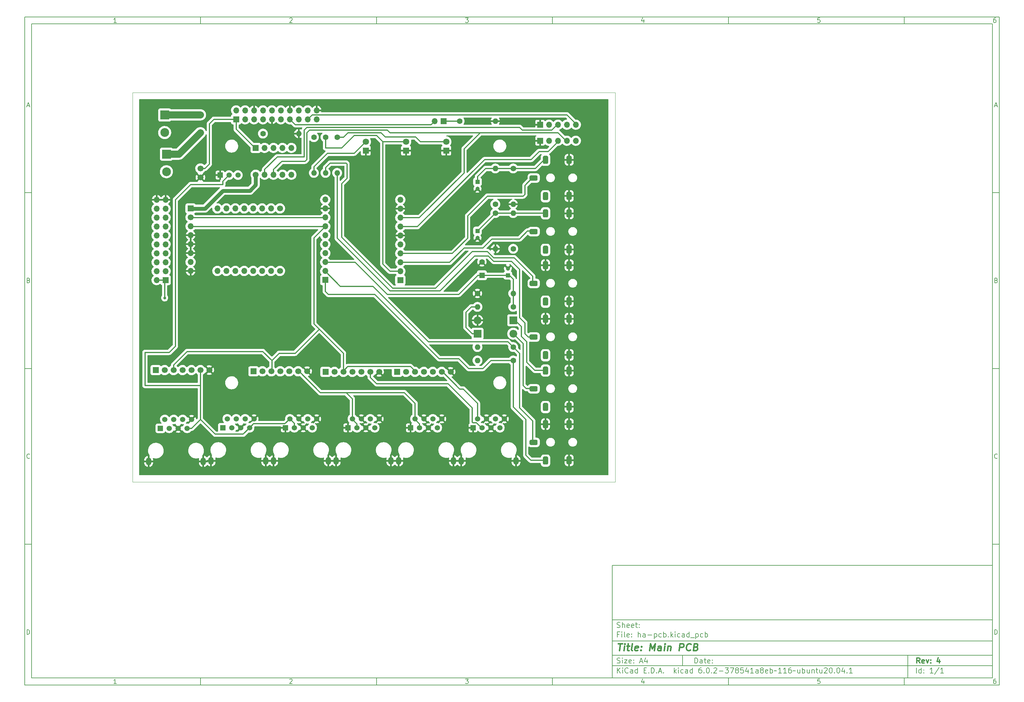
<source format=gbr>
%TF.GenerationSoftware,KiCad,Pcbnew,6.0.2-378541a8eb~116~ubuntu20.04.1*%
%TF.CreationDate,2022-03-11T14:48:03+02:00*%
%TF.ProjectId,ha-pcb,68612d70-6362-42e6-9b69-6361645f7063,4*%
%TF.SameCoordinates,Original*%
%TF.FileFunction,Copper,L1,Top*%
%TF.FilePolarity,Positive*%
%FSLAX46Y46*%
G04 Gerber Fmt 4.6, Leading zero omitted, Abs format (unit mm)*
G04 Created by KiCad (PCBNEW 6.0.2-378541a8eb~116~ubuntu20.04.1) date 2022-03-11 14:48:03*
%MOMM*%
%LPD*%
G01*
G04 APERTURE LIST*
G04 Aperture macros list*
%AMRoundRect*
0 Rectangle with rounded corners*
0 $1 Rounding radius*
0 $2 $3 $4 $5 $6 $7 $8 $9 X,Y pos of 4 corners*
0 Add a 4 corners polygon primitive as box body*
4,1,4,$2,$3,$4,$5,$6,$7,$8,$9,$2,$3,0*
0 Add four circle primitives for the rounded corners*
1,1,$1+$1,$2,$3*
1,1,$1+$1,$4,$5*
1,1,$1+$1,$6,$7*
1,1,$1+$1,$8,$9*
0 Add four rect primitives between the rounded corners*
20,1,$1+$1,$2,$3,$4,$5,0*
20,1,$1+$1,$4,$5,$6,$7,0*
20,1,$1+$1,$6,$7,$8,$9,0*
20,1,$1+$1,$8,$9,$2,$3,0*%
G04 Aperture macros list end*
%ADD10C,0.100000*%
%ADD11C,0.150000*%
%ADD12C,0.300000*%
%ADD13C,0.400000*%
%TA.AperFunction,Profile*%
%ADD14C,0.100000*%
%TD*%
%TA.AperFunction,ComponentPad*%
%ADD15R,1.700000X1.700000*%
%TD*%
%TA.AperFunction,ComponentPad*%
%ADD16O,1.700000X1.700000*%
%TD*%
%TA.AperFunction,ComponentPad*%
%ADD17C,1.600000*%
%TD*%
%TA.AperFunction,ComponentPad*%
%ADD18O,1.600000X1.600000*%
%TD*%
%TA.AperFunction,ComponentPad*%
%ADD19R,2.500000X2.500000*%
%TD*%
%TA.AperFunction,ComponentPad*%
%ADD20C,2.500000*%
%TD*%
%TA.AperFunction,ComponentPad*%
%ADD21R,1.500000X1.500000*%
%TD*%
%TA.AperFunction,ComponentPad*%
%ADD22C,1.500000*%
%TD*%
%TA.AperFunction,ComponentPad*%
%ADD23O,1.500000X2.200000*%
%TD*%
%TA.AperFunction,ComponentPad*%
%ADD24R,1.800000X1.800000*%
%TD*%
%TA.AperFunction,ComponentPad*%
%ADD25C,1.800000*%
%TD*%
%TA.AperFunction,ComponentPad*%
%ADD26R,1.600000X1.600000*%
%TD*%
%TA.AperFunction,ComponentPad*%
%ADD27C,1.700000*%
%TD*%
%TA.AperFunction,ComponentPad*%
%ADD28R,1.200000X1.200000*%
%TD*%
%TA.AperFunction,ComponentPad*%
%ADD29C,1.200000*%
%TD*%
%TA.AperFunction,SMDPad,CuDef*%
%ADD30RoundRect,0.381000X-0.381000X0.762000X-0.381000X-0.762000X0.381000X-0.762000X0.381000X0.762000X0*%
%TD*%
%TA.AperFunction,SMDPad,CuDef*%
%ADD31RoundRect,0.381000X-0.762000X-0.381000X0.762000X-0.381000X0.762000X0.381000X-0.762000X0.381000X0*%
%TD*%
%TA.AperFunction,ComponentPad*%
%ADD32R,2.200000X2.200000*%
%TD*%
%TA.AperFunction,ComponentPad*%
%ADD33O,2.200000X2.200000*%
%TD*%
%TA.AperFunction,ViaPad*%
%ADD34C,0.800000*%
%TD*%
%TA.AperFunction,Conductor*%
%ADD35C,0.300000*%
%TD*%
%TA.AperFunction,Conductor*%
%ADD36C,1.100000*%
%TD*%
%TA.AperFunction,Conductor*%
%ADD37C,2.000000*%
%TD*%
G04 APERTURE END LIST*
D10*
D11*
X177002200Y-166007200D02*
X177002200Y-198007200D01*
X285002200Y-198007200D01*
X285002200Y-166007200D01*
X177002200Y-166007200D01*
D10*
D11*
X10000000Y-10000000D02*
X10000000Y-200007200D01*
X287002200Y-200007200D01*
X287002200Y-10000000D01*
X10000000Y-10000000D01*
D10*
D11*
X12000000Y-12000000D02*
X12000000Y-198007200D01*
X285002200Y-198007200D01*
X285002200Y-12000000D01*
X12000000Y-12000000D01*
D10*
D11*
X60000000Y-12000000D02*
X60000000Y-10000000D01*
D10*
D11*
X110000000Y-12000000D02*
X110000000Y-10000000D01*
D10*
D11*
X160000000Y-12000000D02*
X160000000Y-10000000D01*
D10*
D11*
X210000000Y-12000000D02*
X210000000Y-10000000D01*
D10*
D11*
X260000000Y-12000000D02*
X260000000Y-10000000D01*
D10*
D11*
X36065476Y-11588095D02*
X35322619Y-11588095D01*
X35694047Y-11588095D02*
X35694047Y-10288095D01*
X35570238Y-10473809D01*
X35446428Y-10597619D01*
X35322619Y-10659523D01*
D10*
D11*
X85322619Y-10411904D02*
X85384523Y-10350000D01*
X85508333Y-10288095D01*
X85817857Y-10288095D01*
X85941666Y-10350000D01*
X86003571Y-10411904D01*
X86065476Y-10535714D01*
X86065476Y-10659523D01*
X86003571Y-10845238D01*
X85260714Y-11588095D01*
X86065476Y-11588095D01*
D10*
D11*
X135260714Y-10288095D02*
X136065476Y-10288095D01*
X135632142Y-10783333D01*
X135817857Y-10783333D01*
X135941666Y-10845238D01*
X136003571Y-10907142D01*
X136065476Y-11030952D01*
X136065476Y-11340476D01*
X136003571Y-11464285D01*
X135941666Y-11526190D01*
X135817857Y-11588095D01*
X135446428Y-11588095D01*
X135322619Y-11526190D01*
X135260714Y-11464285D01*
D10*
D11*
X185941666Y-10721428D02*
X185941666Y-11588095D01*
X185632142Y-10226190D02*
X185322619Y-11154761D01*
X186127380Y-11154761D01*
D10*
D11*
X236003571Y-10288095D02*
X235384523Y-10288095D01*
X235322619Y-10907142D01*
X235384523Y-10845238D01*
X235508333Y-10783333D01*
X235817857Y-10783333D01*
X235941666Y-10845238D01*
X236003571Y-10907142D01*
X236065476Y-11030952D01*
X236065476Y-11340476D01*
X236003571Y-11464285D01*
X235941666Y-11526190D01*
X235817857Y-11588095D01*
X235508333Y-11588095D01*
X235384523Y-11526190D01*
X235322619Y-11464285D01*
D10*
D11*
X285941666Y-10288095D02*
X285694047Y-10288095D01*
X285570238Y-10350000D01*
X285508333Y-10411904D01*
X285384523Y-10597619D01*
X285322619Y-10845238D01*
X285322619Y-11340476D01*
X285384523Y-11464285D01*
X285446428Y-11526190D01*
X285570238Y-11588095D01*
X285817857Y-11588095D01*
X285941666Y-11526190D01*
X286003571Y-11464285D01*
X286065476Y-11340476D01*
X286065476Y-11030952D01*
X286003571Y-10907142D01*
X285941666Y-10845238D01*
X285817857Y-10783333D01*
X285570238Y-10783333D01*
X285446428Y-10845238D01*
X285384523Y-10907142D01*
X285322619Y-11030952D01*
D10*
D11*
X60000000Y-198007200D02*
X60000000Y-200007200D01*
D10*
D11*
X110000000Y-198007200D02*
X110000000Y-200007200D01*
D10*
D11*
X160000000Y-198007200D02*
X160000000Y-200007200D01*
D10*
D11*
X210000000Y-198007200D02*
X210000000Y-200007200D01*
D10*
D11*
X260000000Y-198007200D02*
X260000000Y-200007200D01*
D10*
D11*
X36065476Y-199595295D02*
X35322619Y-199595295D01*
X35694047Y-199595295D02*
X35694047Y-198295295D01*
X35570238Y-198481009D01*
X35446428Y-198604819D01*
X35322619Y-198666723D01*
D10*
D11*
X85322619Y-198419104D02*
X85384523Y-198357200D01*
X85508333Y-198295295D01*
X85817857Y-198295295D01*
X85941666Y-198357200D01*
X86003571Y-198419104D01*
X86065476Y-198542914D01*
X86065476Y-198666723D01*
X86003571Y-198852438D01*
X85260714Y-199595295D01*
X86065476Y-199595295D01*
D10*
D11*
X135260714Y-198295295D02*
X136065476Y-198295295D01*
X135632142Y-198790533D01*
X135817857Y-198790533D01*
X135941666Y-198852438D01*
X136003571Y-198914342D01*
X136065476Y-199038152D01*
X136065476Y-199347676D01*
X136003571Y-199471485D01*
X135941666Y-199533390D01*
X135817857Y-199595295D01*
X135446428Y-199595295D01*
X135322619Y-199533390D01*
X135260714Y-199471485D01*
D10*
D11*
X185941666Y-198728628D02*
X185941666Y-199595295D01*
X185632142Y-198233390D02*
X185322619Y-199161961D01*
X186127380Y-199161961D01*
D10*
D11*
X236003571Y-198295295D02*
X235384523Y-198295295D01*
X235322619Y-198914342D01*
X235384523Y-198852438D01*
X235508333Y-198790533D01*
X235817857Y-198790533D01*
X235941666Y-198852438D01*
X236003571Y-198914342D01*
X236065476Y-199038152D01*
X236065476Y-199347676D01*
X236003571Y-199471485D01*
X235941666Y-199533390D01*
X235817857Y-199595295D01*
X235508333Y-199595295D01*
X235384523Y-199533390D01*
X235322619Y-199471485D01*
D10*
D11*
X285941666Y-198295295D02*
X285694047Y-198295295D01*
X285570238Y-198357200D01*
X285508333Y-198419104D01*
X285384523Y-198604819D01*
X285322619Y-198852438D01*
X285322619Y-199347676D01*
X285384523Y-199471485D01*
X285446428Y-199533390D01*
X285570238Y-199595295D01*
X285817857Y-199595295D01*
X285941666Y-199533390D01*
X286003571Y-199471485D01*
X286065476Y-199347676D01*
X286065476Y-199038152D01*
X286003571Y-198914342D01*
X285941666Y-198852438D01*
X285817857Y-198790533D01*
X285570238Y-198790533D01*
X285446428Y-198852438D01*
X285384523Y-198914342D01*
X285322619Y-199038152D01*
D10*
D11*
X10000000Y-60000000D02*
X12000000Y-60000000D01*
D10*
D11*
X10000000Y-110000000D02*
X12000000Y-110000000D01*
D10*
D11*
X10000000Y-160000000D02*
X12000000Y-160000000D01*
D10*
D11*
X10690476Y-35216666D02*
X11309523Y-35216666D01*
X10566666Y-35588095D02*
X11000000Y-34288095D01*
X11433333Y-35588095D01*
D10*
D11*
X11092857Y-84907142D02*
X11278571Y-84969047D01*
X11340476Y-85030952D01*
X11402380Y-85154761D01*
X11402380Y-85340476D01*
X11340476Y-85464285D01*
X11278571Y-85526190D01*
X11154761Y-85588095D01*
X10659523Y-85588095D01*
X10659523Y-84288095D01*
X11092857Y-84288095D01*
X11216666Y-84350000D01*
X11278571Y-84411904D01*
X11340476Y-84535714D01*
X11340476Y-84659523D01*
X11278571Y-84783333D01*
X11216666Y-84845238D01*
X11092857Y-84907142D01*
X10659523Y-84907142D01*
D10*
D11*
X11402380Y-135464285D02*
X11340476Y-135526190D01*
X11154761Y-135588095D01*
X11030952Y-135588095D01*
X10845238Y-135526190D01*
X10721428Y-135402380D01*
X10659523Y-135278571D01*
X10597619Y-135030952D01*
X10597619Y-134845238D01*
X10659523Y-134597619D01*
X10721428Y-134473809D01*
X10845238Y-134350000D01*
X11030952Y-134288095D01*
X11154761Y-134288095D01*
X11340476Y-134350000D01*
X11402380Y-134411904D01*
D10*
D11*
X10659523Y-185588095D02*
X10659523Y-184288095D01*
X10969047Y-184288095D01*
X11154761Y-184350000D01*
X11278571Y-184473809D01*
X11340476Y-184597619D01*
X11402380Y-184845238D01*
X11402380Y-185030952D01*
X11340476Y-185278571D01*
X11278571Y-185402380D01*
X11154761Y-185526190D01*
X10969047Y-185588095D01*
X10659523Y-185588095D01*
D10*
D11*
X287002200Y-60000000D02*
X285002200Y-60000000D01*
D10*
D11*
X287002200Y-110000000D02*
X285002200Y-110000000D01*
D10*
D11*
X287002200Y-160000000D02*
X285002200Y-160000000D01*
D10*
D11*
X285692676Y-35216666D02*
X286311723Y-35216666D01*
X285568866Y-35588095D02*
X286002200Y-34288095D01*
X286435533Y-35588095D01*
D10*
D11*
X286095057Y-84907142D02*
X286280771Y-84969047D01*
X286342676Y-85030952D01*
X286404580Y-85154761D01*
X286404580Y-85340476D01*
X286342676Y-85464285D01*
X286280771Y-85526190D01*
X286156961Y-85588095D01*
X285661723Y-85588095D01*
X285661723Y-84288095D01*
X286095057Y-84288095D01*
X286218866Y-84350000D01*
X286280771Y-84411904D01*
X286342676Y-84535714D01*
X286342676Y-84659523D01*
X286280771Y-84783333D01*
X286218866Y-84845238D01*
X286095057Y-84907142D01*
X285661723Y-84907142D01*
D10*
D11*
X286404580Y-135464285D02*
X286342676Y-135526190D01*
X286156961Y-135588095D01*
X286033152Y-135588095D01*
X285847438Y-135526190D01*
X285723628Y-135402380D01*
X285661723Y-135278571D01*
X285599819Y-135030952D01*
X285599819Y-134845238D01*
X285661723Y-134597619D01*
X285723628Y-134473809D01*
X285847438Y-134350000D01*
X286033152Y-134288095D01*
X286156961Y-134288095D01*
X286342676Y-134350000D01*
X286404580Y-134411904D01*
D10*
D11*
X285661723Y-185588095D02*
X285661723Y-184288095D01*
X285971247Y-184288095D01*
X286156961Y-184350000D01*
X286280771Y-184473809D01*
X286342676Y-184597619D01*
X286404580Y-184845238D01*
X286404580Y-185030952D01*
X286342676Y-185278571D01*
X286280771Y-185402380D01*
X286156961Y-185526190D01*
X285971247Y-185588095D01*
X285661723Y-185588095D01*
D10*
D11*
X200434342Y-193785771D02*
X200434342Y-192285771D01*
X200791485Y-192285771D01*
X201005771Y-192357200D01*
X201148628Y-192500057D01*
X201220057Y-192642914D01*
X201291485Y-192928628D01*
X201291485Y-193142914D01*
X201220057Y-193428628D01*
X201148628Y-193571485D01*
X201005771Y-193714342D01*
X200791485Y-193785771D01*
X200434342Y-193785771D01*
X202577200Y-193785771D02*
X202577200Y-193000057D01*
X202505771Y-192857200D01*
X202362914Y-192785771D01*
X202077200Y-192785771D01*
X201934342Y-192857200D01*
X202577200Y-193714342D02*
X202434342Y-193785771D01*
X202077200Y-193785771D01*
X201934342Y-193714342D01*
X201862914Y-193571485D01*
X201862914Y-193428628D01*
X201934342Y-193285771D01*
X202077200Y-193214342D01*
X202434342Y-193214342D01*
X202577200Y-193142914D01*
X203077200Y-192785771D02*
X203648628Y-192785771D01*
X203291485Y-192285771D02*
X203291485Y-193571485D01*
X203362914Y-193714342D01*
X203505771Y-193785771D01*
X203648628Y-193785771D01*
X204720057Y-193714342D02*
X204577200Y-193785771D01*
X204291485Y-193785771D01*
X204148628Y-193714342D01*
X204077200Y-193571485D01*
X204077200Y-193000057D01*
X204148628Y-192857200D01*
X204291485Y-192785771D01*
X204577200Y-192785771D01*
X204720057Y-192857200D01*
X204791485Y-193000057D01*
X204791485Y-193142914D01*
X204077200Y-193285771D01*
X205434342Y-193642914D02*
X205505771Y-193714342D01*
X205434342Y-193785771D01*
X205362914Y-193714342D01*
X205434342Y-193642914D01*
X205434342Y-193785771D01*
X205434342Y-192857200D02*
X205505771Y-192928628D01*
X205434342Y-193000057D01*
X205362914Y-192928628D01*
X205434342Y-192857200D01*
X205434342Y-193000057D01*
D10*
D11*
X177002200Y-194507200D02*
X285002200Y-194507200D01*
D10*
D11*
X178434342Y-196585771D02*
X178434342Y-195085771D01*
X179291485Y-196585771D02*
X178648628Y-195728628D01*
X179291485Y-195085771D02*
X178434342Y-195942914D01*
X179934342Y-196585771D02*
X179934342Y-195585771D01*
X179934342Y-195085771D02*
X179862914Y-195157200D01*
X179934342Y-195228628D01*
X180005771Y-195157200D01*
X179934342Y-195085771D01*
X179934342Y-195228628D01*
X181505771Y-196442914D02*
X181434342Y-196514342D01*
X181220057Y-196585771D01*
X181077200Y-196585771D01*
X180862914Y-196514342D01*
X180720057Y-196371485D01*
X180648628Y-196228628D01*
X180577200Y-195942914D01*
X180577200Y-195728628D01*
X180648628Y-195442914D01*
X180720057Y-195300057D01*
X180862914Y-195157200D01*
X181077200Y-195085771D01*
X181220057Y-195085771D01*
X181434342Y-195157200D01*
X181505771Y-195228628D01*
X182791485Y-196585771D02*
X182791485Y-195800057D01*
X182720057Y-195657200D01*
X182577200Y-195585771D01*
X182291485Y-195585771D01*
X182148628Y-195657200D01*
X182791485Y-196514342D02*
X182648628Y-196585771D01*
X182291485Y-196585771D01*
X182148628Y-196514342D01*
X182077200Y-196371485D01*
X182077200Y-196228628D01*
X182148628Y-196085771D01*
X182291485Y-196014342D01*
X182648628Y-196014342D01*
X182791485Y-195942914D01*
X184148628Y-196585771D02*
X184148628Y-195085771D01*
X184148628Y-196514342D02*
X184005771Y-196585771D01*
X183720057Y-196585771D01*
X183577200Y-196514342D01*
X183505771Y-196442914D01*
X183434342Y-196300057D01*
X183434342Y-195871485D01*
X183505771Y-195728628D01*
X183577200Y-195657200D01*
X183720057Y-195585771D01*
X184005771Y-195585771D01*
X184148628Y-195657200D01*
X186005771Y-195800057D02*
X186505771Y-195800057D01*
X186720057Y-196585771D02*
X186005771Y-196585771D01*
X186005771Y-195085771D01*
X186720057Y-195085771D01*
X187362914Y-196442914D02*
X187434342Y-196514342D01*
X187362914Y-196585771D01*
X187291485Y-196514342D01*
X187362914Y-196442914D01*
X187362914Y-196585771D01*
X188077200Y-196585771D02*
X188077200Y-195085771D01*
X188434342Y-195085771D01*
X188648628Y-195157200D01*
X188791485Y-195300057D01*
X188862914Y-195442914D01*
X188934342Y-195728628D01*
X188934342Y-195942914D01*
X188862914Y-196228628D01*
X188791485Y-196371485D01*
X188648628Y-196514342D01*
X188434342Y-196585771D01*
X188077200Y-196585771D01*
X189577200Y-196442914D02*
X189648628Y-196514342D01*
X189577200Y-196585771D01*
X189505771Y-196514342D01*
X189577200Y-196442914D01*
X189577200Y-196585771D01*
X190220057Y-196157200D02*
X190934342Y-196157200D01*
X190077200Y-196585771D02*
X190577200Y-195085771D01*
X191077200Y-196585771D01*
X191577200Y-196442914D02*
X191648628Y-196514342D01*
X191577200Y-196585771D01*
X191505771Y-196514342D01*
X191577200Y-196442914D01*
X191577200Y-196585771D01*
X194577200Y-196585771D02*
X194577200Y-195085771D01*
X194720057Y-196014342D02*
X195148628Y-196585771D01*
X195148628Y-195585771D02*
X194577200Y-196157200D01*
X195791485Y-196585771D02*
X195791485Y-195585771D01*
X195791485Y-195085771D02*
X195720057Y-195157200D01*
X195791485Y-195228628D01*
X195862914Y-195157200D01*
X195791485Y-195085771D01*
X195791485Y-195228628D01*
X197148628Y-196514342D02*
X197005771Y-196585771D01*
X196720057Y-196585771D01*
X196577200Y-196514342D01*
X196505771Y-196442914D01*
X196434342Y-196300057D01*
X196434342Y-195871485D01*
X196505771Y-195728628D01*
X196577200Y-195657200D01*
X196720057Y-195585771D01*
X197005771Y-195585771D01*
X197148628Y-195657200D01*
X198434342Y-196585771D02*
X198434342Y-195800057D01*
X198362914Y-195657200D01*
X198220057Y-195585771D01*
X197934342Y-195585771D01*
X197791485Y-195657200D01*
X198434342Y-196514342D02*
X198291485Y-196585771D01*
X197934342Y-196585771D01*
X197791485Y-196514342D01*
X197720057Y-196371485D01*
X197720057Y-196228628D01*
X197791485Y-196085771D01*
X197934342Y-196014342D01*
X198291485Y-196014342D01*
X198434342Y-195942914D01*
X199791485Y-196585771D02*
X199791485Y-195085771D01*
X199791485Y-196514342D02*
X199648628Y-196585771D01*
X199362914Y-196585771D01*
X199220057Y-196514342D01*
X199148628Y-196442914D01*
X199077200Y-196300057D01*
X199077200Y-195871485D01*
X199148628Y-195728628D01*
X199220057Y-195657200D01*
X199362914Y-195585771D01*
X199648628Y-195585771D01*
X199791485Y-195657200D01*
X202291485Y-195085771D02*
X202005771Y-195085771D01*
X201862914Y-195157200D01*
X201791485Y-195228628D01*
X201648628Y-195442914D01*
X201577200Y-195728628D01*
X201577200Y-196300057D01*
X201648628Y-196442914D01*
X201720057Y-196514342D01*
X201862914Y-196585771D01*
X202148628Y-196585771D01*
X202291485Y-196514342D01*
X202362914Y-196442914D01*
X202434342Y-196300057D01*
X202434342Y-195942914D01*
X202362914Y-195800057D01*
X202291485Y-195728628D01*
X202148628Y-195657200D01*
X201862914Y-195657200D01*
X201720057Y-195728628D01*
X201648628Y-195800057D01*
X201577200Y-195942914D01*
X203077200Y-196442914D02*
X203148628Y-196514342D01*
X203077200Y-196585771D01*
X203005771Y-196514342D01*
X203077200Y-196442914D01*
X203077200Y-196585771D01*
X204077200Y-195085771D02*
X204220057Y-195085771D01*
X204362914Y-195157200D01*
X204434342Y-195228628D01*
X204505771Y-195371485D01*
X204577200Y-195657200D01*
X204577200Y-196014342D01*
X204505771Y-196300057D01*
X204434342Y-196442914D01*
X204362914Y-196514342D01*
X204220057Y-196585771D01*
X204077200Y-196585771D01*
X203934342Y-196514342D01*
X203862914Y-196442914D01*
X203791485Y-196300057D01*
X203720057Y-196014342D01*
X203720057Y-195657200D01*
X203791485Y-195371485D01*
X203862914Y-195228628D01*
X203934342Y-195157200D01*
X204077200Y-195085771D01*
X205220057Y-196442914D02*
X205291485Y-196514342D01*
X205220057Y-196585771D01*
X205148628Y-196514342D01*
X205220057Y-196442914D01*
X205220057Y-196585771D01*
X205862914Y-195228628D02*
X205934342Y-195157200D01*
X206077200Y-195085771D01*
X206434342Y-195085771D01*
X206577200Y-195157200D01*
X206648628Y-195228628D01*
X206720057Y-195371485D01*
X206720057Y-195514342D01*
X206648628Y-195728628D01*
X205791485Y-196585771D01*
X206720057Y-196585771D01*
X207362914Y-196014342D02*
X208505771Y-196014342D01*
X209077200Y-195085771D02*
X210005771Y-195085771D01*
X209505771Y-195657200D01*
X209720057Y-195657200D01*
X209862914Y-195728628D01*
X209934342Y-195800057D01*
X210005771Y-195942914D01*
X210005771Y-196300057D01*
X209934342Y-196442914D01*
X209862914Y-196514342D01*
X209720057Y-196585771D01*
X209291485Y-196585771D01*
X209148628Y-196514342D01*
X209077200Y-196442914D01*
X210505771Y-195085771D02*
X211505771Y-195085771D01*
X210862914Y-196585771D01*
X212291485Y-195728628D02*
X212148628Y-195657200D01*
X212077200Y-195585771D01*
X212005771Y-195442914D01*
X212005771Y-195371485D01*
X212077200Y-195228628D01*
X212148628Y-195157200D01*
X212291485Y-195085771D01*
X212577200Y-195085771D01*
X212720057Y-195157200D01*
X212791485Y-195228628D01*
X212862914Y-195371485D01*
X212862914Y-195442914D01*
X212791485Y-195585771D01*
X212720057Y-195657200D01*
X212577200Y-195728628D01*
X212291485Y-195728628D01*
X212148628Y-195800057D01*
X212077200Y-195871485D01*
X212005771Y-196014342D01*
X212005771Y-196300057D01*
X212077200Y-196442914D01*
X212148628Y-196514342D01*
X212291485Y-196585771D01*
X212577200Y-196585771D01*
X212720057Y-196514342D01*
X212791485Y-196442914D01*
X212862914Y-196300057D01*
X212862914Y-196014342D01*
X212791485Y-195871485D01*
X212720057Y-195800057D01*
X212577200Y-195728628D01*
X214220057Y-195085771D02*
X213505771Y-195085771D01*
X213434342Y-195800057D01*
X213505771Y-195728628D01*
X213648628Y-195657200D01*
X214005771Y-195657200D01*
X214148628Y-195728628D01*
X214220057Y-195800057D01*
X214291485Y-195942914D01*
X214291485Y-196300057D01*
X214220057Y-196442914D01*
X214148628Y-196514342D01*
X214005771Y-196585771D01*
X213648628Y-196585771D01*
X213505771Y-196514342D01*
X213434342Y-196442914D01*
X215577200Y-195585771D02*
X215577200Y-196585771D01*
X215220057Y-195014342D02*
X214862914Y-196085771D01*
X215791485Y-196085771D01*
X217148628Y-196585771D02*
X216291485Y-196585771D01*
X216720057Y-196585771D02*
X216720057Y-195085771D01*
X216577200Y-195300057D01*
X216434342Y-195442914D01*
X216291485Y-195514342D01*
X218434342Y-196585771D02*
X218434342Y-195800057D01*
X218362914Y-195657200D01*
X218220057Y-195585771D01*
X217934342Y-195585771D01*
X217791485Y-195657200D01*
X218434342Y-196514342D02*
X218291485Y-196585771D01*
X217934342Y-196585771D01*
X217791485Y-196514342D01*
X217720057Y-196371485D01*
X217720057Y-196228628D01*
X217791485Y-196085771D01*
X217934342Y-196014342D01*
X218291485Y-196014342D01*
X218434342Y-195942914D01*
X219362914Y-195728628D02*
X219220057Y-195657200D01*
X219148628Y-195585771D01*
X219077200Y-195442914D01*
X219077200Y-195371485D01*
X219148628Y-195228628D01*
X219220057Y-195157200D01*
X219362914Y-195085771D01*
X219648628Y-195085771D01*
X219791485Y-195157200D01*
X219862914Y-195228628D01*
X219934342Y-195371485D01*
X219934342Y-195442914D01*
X219862914Y-195585771D01*
X219791485Y-195657200D01*
X219648628Y-195728628D01*
X219362914Y-195728628D01*
X219220057Y-195800057D01*
X219148628Y-195871485D01*
X219077200Y-196014342D01*
X219077200Y-196300057D01*
X219148628Y-196442914D01*
X219220057Y-196514342D01*
X219362914Y-196585771D01*
X219648628Y-196585771D01*
X219791485Y-196514342D01*
X219862914Y-196442914D01*
X219934342Y-196300057D01*
X219934342Y-196014342D01*
X219862914Y-195871485D01*
X219791485Y-195800057D01*
X219648628Y-195728628D01*
X221148628Y-196514342D02*
X221005771Y-196585771D01*
X220720057Y-196585771D01*
X220577200Y-196514342D01*
X220505771Y-196371485D01*
X220505771Y-195800057D01*
X220577200Y-195657200D01*
X220720057Y-195585771D01*
X221005771Y-195585771D01*
X221148628Y-195657200D01*
X221220057Y-195800057D01*
X221220057Y-195942914D01*
X220505771Y-196085771D01*
X221862914Y-196585771D02*
X221862914Y-195085771D01*
X221862914Y-195657200D02*
X222005771Y-195585771D01*
X222291485Y-195585771D01*
X222434342Y-195657200D01*
X222505771Y-195728628D01*
X222577200Y-195871485D01*
X222577200Y-196300057D01*
X222505771Y-196442914D01*
X222434342Y-196514342D01*
X222291485Y-196585771D01*
X222005771Y-196585771D01*
X221862914Y-196514342D01*
X223005771Y-196014342D02*
X223077200Y-195942914D01*
X223220057Y-195871485D01*
X223505771Y-196014342D01*
X223648628Y-195942914D01*
X223720057Y-195871485D01*
X225077200Y-196585771D02*
X224220057Y-196585771D01*
X224648628Y-196585771D02*
X224648628Y-195085771D01*
X224505771Y-195300057D01*
X224362914Y-195442914D01*
X224220057Y-195514342D01*
X226505771Y-196585771D02*
X225648628Y-196585771D01*
X226077200Y-196585771D02*
X226077200Y-195085771D01*
X225934342Y-195300057D01*
X225791485Y-195442914D01*
X225648628Y-195514342D01*
X227791485Y-195085771D02*
X227505771Y-195085771D01*
X227362914Y-195157200D01*
X227291485Y-195228628D01*
X227148628Y-195442914D01*
X227077199Y-195728628D01*
X227077199Y-196300057D01*
X227148628Y-196442914D01*
X227220057Y-196514342D01*
X227362914Y-196585771D01*
X227648628Y-196585771D01*
X227791485Y-196514342D01*
X227862914Y-196442914D01*
X227934342Y-196300057D01*
X227934342Y-195942914D01*
X227862914Y-195800057D01*
X227791485Y-195728628D01*
X227648628Y-195657200D01*
X227362914Y-195657200D01*
X227220057Y-195728628D01*
X227148628Y-195800057D01*
X227077199Y-195942914D01*
X228362914Y-196014342D02*
X228434342Y-195942914D01*
X228577199Y-195871485D01*
X228862914Y-196014342D01*
X229005771Y-195942914D01*
X229077199Y-195871485D01*
X230291485Y-195585771D02*
X230291485Y-196585771D01*
X229648628Y-195585771D02*
X229648628Y-196371485D01*
X229720057Y-196514342D01*
X229862914Y-196585771D01*
X230077199Y-196585771D01*
X230220057Y-196514342D01*
X230291485Y-196442914D01*
X231005771Y-196585771D02*
X231005771Y-195085771D01*
X231005771Y-195657200D02*
X231148628Y-195585771D01*
X231434342Y-195585771D01*
X231577199Y-195657200D01*
X231648628Y-195728628D01*
X231720057Y-195871485D01*
X231720057Y-196300057D01*
X231648628Y-196442914D01*
X231577199Y-196514342D01*
X231434342Y-196585771D01*
X231148628Y-196585771D01*
X231005771Y-196514342D01*
X233005771Y-195585771D02*
X233005771Y-196585771D01*
X232362914Y-195585771D02*
X232362914Y-196371485D01*
X232434342Y-196514342D01*
X232577200Y-196585771D01*
X232791485Y-196585771D01*
X232934342Y-196514342D01*
X233005771Y-196442914D01*
X233720057Y-195585771D02*
X233720057Y-196585771D01*
X233720057Y-195728628D02*
X233791485Y-195657200D01*
X233934342Y-195585771D01*
X234148628Y-195585771D01*
X234291485Y-195657200D01*
X234362914Y-195800057D01*
X234362914Y-196585771D01*
X234862914Y-195585771D02*
X235434342Y-195585771D01*
X235077200Y-195085771D02*
X235077200Y-196371485D01*
X235148628Y-196514342D01*
X235291485Y-196585771D01*
X235434342Y-196585771D01*
X236577200Y-195585771D02*
X236577200Y-196585771D01*
X235934342Y-195585771D02*
X235934342Y-196371485D01*
X236005771Y-196514342D01*
X236148628Y-196585771D01*
X236362914Y-196585771D01*
X236505771Y-196514342D01*
X236577200Y-196442914D01*
X237220057Y-195228628D02*
X237291485Y-195157200D01*
X237434342Y-195085771D01*
X237791485Y-195085771D01*
X237934342Y-195157200D01*
X238005771Y-195228628D01*
X238077200Y-195371485D01*
X238077200Y-195514342D01*
X238005771Y-195728628D01*
X237148628Y-196585771D01*
X238077200Y-196585771D01*
X239005771Y-195085771D02*
X239148628Y-195085771D01*
X239291485Y-195157200D01*
X239362914Y-195228628D01*
X239434342Y-195371485D01*
X239505771Y-195657200D01*
X239505771Y-196014342D01*
X239434342Y-196300057D01*
X239362914Y-196442914D01*
X239291485Y-196514342D01*
X239148628Y-196585771D01*
X239005771Y-196585771D01*
X238862914Y-196514342D01*
X238791485Y-196442914D01*
X238720057Y-196300057D01*
X238648628Y-196014342D01*
X238648628Y-195657200D01*
X238720057Y-195371485D01*
X238791485Y-195228628D01*
X238862914Y-195157200D01*
X239005771Y-195085771D01*
X240148628Y-196442914D02*
X240220057Y-196514342D01*
X240148628Y-196585771D01*
X240077199Y-196514342D01*
X240148628Y-196442914D01*
X240148628Y-196585771D01*
X241148628Y-195085771D02*
X241291485Y-195085771D01*
X241434342Y-195157200D01*
X241505771Y-195228628D01*
X241577200Y-195371485D01*
X241648628Y-195657200D01*
X241648628Y-196014342D01*
X241577200Y-196300057D01*
X241505771Y-196442914D01*
X241434342Y-196514342D01*
X241291485Y-196585771D01*
X241148628Y-196585771D01*
X241005771Y-196514342D01*
X240934342Y-196442914D01*
X240862914Y-196300057D01*
X240791485Y-196014342D01*
X240791485Y-195657200D01*
X240862914Y-195371485D01*
X240934342Y-195228628D01*
X241005771Y-195157200D01*
X241148628Y-195085771D01*
X242934342Y-195585771D02*
X242934342Y-196585771D01*
X242577199Y-195014342D02*
X242220057Y-196085771D01*
X243148628Y-196085771D01*
X243720057Y-196442914D02*
X243791485Y-196514342D01*
X243720057Y-196585771D01*
X243648628Y-196514342D01*
X243720057Y-196442914D01*
X243720057Y-196585771D01*
X245220057Y-196585771D02*
X244362914Y-196585771D01*
X244791485Y-196585771D02*
X244791485Y-195085771D01*
X244648628Y-195300057D01*
X244505771Y-195442914D01*
X244362914Y-195514342D01*
D10*
D11*
X177002200Y-191507200D02*
X285002200Y-191507200D01*
D10*
D12*
X264411485Y-193785771D02*
X263911485Y-193071485D01*
X263554342Y-193785771D02*
X263554342Y-192285771D01*
X264125771Y-192285771D01*
X264268628Y-192357200D01*
X264340057Y-192428628D01*
X264411485Y-192571485D01*
X264411485Y-192785771D01*
X264340057Y-192928628D01*
X264268628Y-193000057D01*
X264125771Y-193071485D01*
X263554342Y-193071485D01*
X265625771Y-193714342D02*
X265482914Y-193785771D01*
X265197200Y-193785771D01*
X265054342Y-193714342D01*
X264982914Y-193571485D01*
X264982914Y-193000057D01*
X265054342Y-192857200D01*
X265197200Y-192785771D01*
X265482914Y-192785771D01*
X265625771Y-192857200D01*
X265697200Y-193000057D01*
X265697200Y-193142914D01*
X264982914Y-193285771D01*
X266197200Y-192785771D02*
X266554342Y-193785771D01*
X266911485Y-192785771D01*
X267482914Y-193642914D02*
X267554342Y-193714342D01*
X267482914Y-193785771D01*
X267411485Y-193714342D01*
X267482914Y-193642914D01*
X267482914Y-193785771D01*
X267482914Y-192857200D02*
X267554342Y-192928628D01*
X267482914Y-193000057D01*
X267411485Y-192928628D01*
X267482914Y-192857200D01*
X267482914Y-193000057D01*
X269982914Y-192785771D02*
X269982914Y-193785771D01*
X269625771Y-192214342D02*
X269268628Y-193285771D01*
X270197200Y-193285771D01*
D10*
D11*
X178362914Y-193714342D02*
X178577200Y-193785771D01*
X178934342Y-193785771D01*
X179077200Y-193714342D01*
X179148628Y-193642914D01*
X179220057Y-193500057D01*
X179220057Y-193357200D01*
X179148628Y-193214342D01*
X179077200Y-193142914D01*
X178934342Y-193071485D01*
X178648628Y-193000057D01*
X178505771Y-192928628D01*
X178434342Y-192857200D01*
X178362914Y-192714342D01*
X178362914Y-192571485D01*
X178434342Y-192428628D01*
X178505771Y-192357200D01*
X178648628Y-192285771D01*
X179005771Y-192285771D01*
X179220057Y-192357200D01*
X179862914Y-193785771D02*
X179862914Y-192785771D01*
X179862914Y-192285771D02*
X179791485Y-192357200D01*
X179862914Y-192428628D01*
X179934342Y-192357200D01*
X179862914Y-192285771D01*
X179862914Y-192428628D01*
X180434342Y-192785771D02*
X181220057Y-192785771D01*
X180434342Y-193785771D01*
X181220057Y-193785771D01*
X182362914Y-193714342D02*
X182220057Y-193785771D01*
X181934342Y-193785771D01*
X181791485Y-193714342D01*
X181720057Y-193571485D01*
X181720057Y-193000057D01*
X181791485Y-192857200D01*
X181934342Y-192785771D01*
X182220057Y-192785771D01*
X182362914Y-192857200D01*
X182434342Y-193000057D01*
X182434342Y-193142914D01*
X181720057Y-193285771D01*
X183077200Y-193642914D02*
X183148628Y-193714342D01*
X183077200Y-193785771D01*
X183005771Y-193714342D01*
X183077200Y-193642914D01*
X183077200Y-193785771D01*
X183077200Y-192857200D02*
X183148628Y-192928628D01*
X183077200Y-193000057D01*
X183005771Y-192928628D01*
X183077200Y-192857200D01*
X183077200Y-193000057D01*
X184862914Y-193357200D02*
X185577200Y-193357200D01*
X184720057Y-193785771D02*
X185220057Y-192285771D01*
X185720057Y-193785771D01*
X186862914Y-192785771D02*
X186862914Y-193785771D01*
X186505771Y-192214342D02*
X186148628Y-193285771D01*
X187077200Y-193285771D01*
D10*
D11*
X263434342Y-196585771D02*
X263434342Y-195085771D01*
X264791485Y-196585771D02*
X264791485Y-195085771D01*
X264791485Y-196514342D02*
X264648628Y-196585771D01*
X264362914Y-196585771D01*
X264220057Y-196514342D01*
X264148628Y-196442914D01*
X264077200Y-196300057D01*
X264077200Y-195871485D01*
X264148628Y-195728628D01*
X264220057Y-195657200D01*
X264362914Y-195585771D01*
X264648628Y-195585771D01*
X264791485Y-195657200D01*
X265505771Y-196442914D02*
X265577200Y-196514342D01*
X265505771Y-196585771D01*
X265434342Y-196514342D01*
X265505771Y-196442914D01*
X265505771Y-196585771D01*
X265505771Y-195657200D02*
X265577200Y-195728628D01*
X265505771Y-195800057D01*
X265434342Y-195728628D01*
X265505771Y-195657200D01*
X265505771Y-195800057D01*
X268148628Y-196585771D02*
X267291485Y-196585771D01*
X267720057Y-196585771D02*
X267720057Y-195085771D01*
X267577200Y-195300057D01*
X267434342Y-195442914D01*
X267291485Y-195514342D01*
X269862914Y-195014342D02*
X268577200Y-196942914D01*
X271148628Y-196585771D02*
X270291485Y-196585771D01*
X270720057Y-196585771D02*
X270720057Y-195085771D01*
X270577200Y-195300057D01*
X270434342Y-195442914D01*
X270291485Y-195514342D01*
D10*
D11*
X177002200Y-187507200D02*
X285002200Y-187507200D01*
D10*
D13*
X178714580Y-188211961D02*
X179857438Y-188211961D01*
X179036009Y-190211961D02*
X179286009Y-188211961D01*
X180274104Y-190211961D02*
X180440771Y-188878628D01*
X180524104Y-188211961D02*
X180416961Y-188307200D01*
X180500295Y-188402438D01*
X180607438Y-188307200D01*
X180524104Y-188211961D01*
X180500295Y-188402438D01*
X181107438Y-188878628D02*
X181869342Y-188878628D01*
X181476485Y-188211961D02*
X181262200Y-189926247D01*
X181333628Y-190116723D01*
X181512200Y-190211961D01*
X181702676Y-190211961D01*
X182655057Y-190211961D02*
X182476485Y-190116723D01*
X182405057Y-189926247D01*
X182619342Y-188211961D01*
X184190771Y-190116723D02*
X183988390Y-190211961D01*
X183607438Y-190211961D01*
X183428866Y-190116723D01*
X183357438Y-189926247D01*
X183452676Y-189164342D01*
X183571723Y-188973866D01*
X183774104Y-188878628D01*
X184155057Y-188878628D01*
X184333628Y-188973866D01*
X184405057Y-189164342D01*
X184381247Y-189354819D01*
X183405057Y-189545295D01*
X185155057Y-190021485D02*
X185238390Y-190116723D01*
X185131247Y-190211961D01*
X185047914Y-190116723D01*
X185155057Y-190021485D01*
X185131247Y-190211961D01*
X185286009Y-188973866D02*
X185369342Y-189069104D01*
X185262200Y-189164342D01*
X185178866Y-189069104D01*
X185286009Y-188973866D01*
X185262200Y-189164342D01*
X187607438Y-190211961D02*
X187857438Y-188211961D01*
X188345533Y-189640533D01*
X189190771Y-188211961D01*
X188940771Y-190211961D01*
X190750295Y-190211961D02*
X190881247Y-189164342D01*
X190809819Y-188973866D01*
X190631247Y-188878628D01*
X190250295Y-188878628D01*
X190047914Y-188973866D01*
X190762200Y-190116723D02*
X190559819Y-190211961D01*
X190083628Y-190211961D01*
X189905057Y-190116723D01*
X189833628Y-189926247D01*
X189857438Y-189735771D01*
X189976485Y-189545295D01*
X190178866Y-189450057D01*
X190655057Y-189450057D01*
X190857438Y-189354819D01*
X191702676Y-190211961D02*
X191869342Y-188878628D01*
X191952676Y-188211961D02*
X191845533Y-188307200D01*
X191928866Y-188402438D01*
X192036009Y-188307200D01*
X191952676Y-188211961D01*
X191928866Y-188402438D01*
X192821723Y-188878628D02*
X192655057Y-190211961D01*
X192797914Y-189069104D02*
X192905057Y-188973866D01*
X193107438Y-188878628D01*
X193393152Y-188878628D01*
X193571723Y-188973866D01*
X193643152Y-189164342D01*
X193512200Y-190211961D01*
X195988390Y-190211961D02*
X196238390Y-188211961D01*
X197000295Y-188211961D01*
X197178866Y-188307200D01*
X197262200Y-188402438D01*
X197333628Y-188592914D01*
X197297914Y-188878628D01*
X197178866Y-189069104D01*
X197071723Y-189164342D01*
X196869342Y-189259580D01*
X196107438Y-189259580D01*
X199155057Y-190021485D02*
X199047914Y-190116723D01*
X198750295Y-190211961D01*
X198559819Y-190211961D01*
X198286009Y-190116723D01*
X198119342Y-189926247D01*
X198047914Y-189735771D01*
X198000295Y-189354819D01*
X198036009Y-189069104D01*
X198178866Y-188688152D01*
X198297914Y-188497676D01*
X198512200Y-188307200D01*
X198809819Y-188211961D01*
X199000295Y-188211961D01*
X199274104Y-188307200D01*
X199357438Y-188402438D01*
X200786009Y-189164342D02*
X201059819Y-189259580D01*
X201143152Y-189354819D01*
X201214580Y-189545295D01*
X201178866Y-189831009D01*
X201059819Y-190021485D01*
X200952676Y-190116723D01*
X200750295Y-190211961D01*
X199988390Y-190211961D01*
X200238390Y-188211961D01*
X200905057Y-188211961D01*
X201083628Y-188307200D01*
X201166961Y-188402438D01*
X201238390Y-188592914D01*
X201214580Y-188783390D01*
X201095533Y-188973866D01*
X200988390Y-189069104D01*
X200786009Y-189164342D01*
X200119342Y-189164342D01*
D10*
D11*
X178934342Y-185600057D02*
X178434342Y-185600057D01*
X178434342Y-186385771D02*
X178434342Y-184885771D01*
X179148628Y-184885771D01*
X179720057Y-186385771D02*
X179720057Y-185385771D01*
X179720057Y-184885771D02*
X179648628Y-184957200D01*
X179720057Y-185028628D01*
X179791485Y-184957200D01*
X179720057Y-184885771D01*
X179720057Y-185028628D01*
X180648628Y-186385771D02*
X180505771Y-186314342D01*
X180434342Y-186171485D01*
X180434342Y-184885771D01*
X181791485Y-186314342D02*
X181648628Y-186385771D01*
X181362914Y-186385771D01*
X181220057Y-186314342D01*
X181148628Y-186171485D01*
X181148628Y-185600057D01*
X181220057Y-185457200D01*
X181362914Y-185385771D01*
X181648628Y-185385771D01*
X181791485Y-185457200D01*
X181862914Y-185600057D01*
X181862914Y-185742914D01*
X181148628Y-185885771D01*
X182505771Y-186242914D02*
X182577200Y-186314342D01*
X182505771Y-186385771D01*
X182434342Y-186314342D01*
X182505771Y-186242914D01*
X182505771Y-186385771D01*
X182505771Y-185457200D02*
X182577200Y-185528628D01*
X182505771Y-185600057D01*
X182434342Y-185528628D01*
X182505771Y-185457200D01*
X182505771Y-185600057D01*
X184362914Y-186385771D02*
X184362914Y-184885771D01*
X185005771Y-186385771D02*
X185005771Y-185600057D01*
X184934342Y-185457200D01*
X184791485Y-185385771D01*
X184577200Y-185385771D01*
X184434342Y-185457200D01*
X184362914Y-185528628D01*
X186362914Y-186385771D02*
X186362914Y-185600057D01*
X186291485Y-185457200D01*
X186148628Y-185385771D01*
X185862914Y-185385771D01*
X185720057Y-185457200D01*
X186362914Y-186314342D02*
X186220057Y-186385771D01*
X185862914Y-186385771D01*
X185720057Y-186314342D01*
X185648628Y-186171485D01*
X185648628Y-186028628D01*
X185720057Y-185885771D01*
X185862914Y-185814342D01*
X186220057Y-185814342D01*
X186362914Y-185742914D01*
X187077200Y-185814342D02*
X188220057Y-185814342D01*
X188934342Y-185385771D02*
X188934342Y-186885771D01*
X188934342Y-185457200D02*
X189077200Y-185385771D01*
X189362914Y-185385771D01*
X189505771Y-185457200D01*
X189577200Y-185528628D01*
X189648628Y-185671485D01*
X189648628Y-186100057D01*
X189577200Y-186242914D01*
X189505771Y-186314342D01*
X189362914Y-186385771D01*
X189077200Y-186385771D01*
X188934342Y-186314342D01*
X190934342Y-186314342D02*
X190791485Y-186385771D01*
X190505771Y-186385771D01*
X190362914Y-186314342D01*
X190291485Y-186242914D01*
X190220057Y-186100057D01*
X190220057Y-185671485D01*
X190291485Y-185528628D01*
X190362914Y-185457200D01*
X190505771Y-185385771D01*
X190791485Y-185385771D01*
X190934342Y-185457200D01*
X191577200Y-186385771D02*
X191577200Y-184885771D01*
X191577200Y-185457200D02*
X191720057Y-185385771D01*
X192005771Y-185385771D01*
X192148628Y-185457200D01*
X192220057Y-185528628D01*
X192291485Y-185671485D01*
X192291485Y-186100057D01*
X192220057Y-186242914D01*
X192148628Y-186314342D01*
X192005771Y-186385771D01*
X191720057Y-186385771D01*
X191577200Y-186314342D01*
X192934342Y-186242914D02*
X193005771Y-186314342D01*
X192934342Y-186385771D01*
X192862914Y-186314342D01*
X192934342Y-186242914D01*
X192934342Y-186385771D01*
X193648628Y-186385771D02*
X193648628Y-184885771D01*
X193791485Y-185814342D02*
X194220057Y-186385771D01*
X194220057Y-185385771D02*
X193648628Y-185957200D01*
X194862914Y-186385771D02*
X194862914Y-185385771D01*
X194862914Y-184885771D02*
X194791485Y-184957200D01*
X194862914Y-185028628D01*
X194934342Y-184957200D01*
X194862914Y-184885771D01*
X194862914Y-185028628D01*
X196220057Y-186314342D02*
X196077200Y-186385771D01*
X195791485Y-186385771D01*
X195648628Y-186314342D01*
X195577200Y-186242914D01*
X195505771Y-186100057D01*
X195505771Y-185671485D01*
X195577200Y-185528628D01*
X195648628Y-185457200D01*
X195791485Y-185385771D01*
X196077200Y-185385771D01*
X196220057Y-185457200D01*
X197505771Y-186385771D02*
X197505771Y-185600057D01*
X197434342Y-185457200D01*
X197291485Y-185385771D01*
X197005771Y-185385771D01*
X196862914Y-185457200D01*
X197505771Y-186314342D02*
X197362914Y-186385771D01*
X197005771Y-186385771D01*
X196862914Y-186314342D01*
X196791485Y-186171485D01*
X196791485Y-186028628D01*
X196862914Y-185885771D01*
X197005771Y-185814342D01*
X197362914Y-185814342D01*
X197505771Y-185742914D01*
X198862914Y-186385771D02*
X198862914Y-184885771D01*
X198862914Y-186314342D02*
X198720057Y-186385771D01*
X198434342Y-186385771D01*
X198291485Y-186314342D01*
X198220057Y-186242914D01*
X198148628Y-186100057D01*
X198148628Y-185671485D01*
X198220057Y-185528628D01*
X198291485Y-185457200D01*
X198434342Y-185385771D01*
X198720057Y-185385771D01*
X198862914Y-185457200D01*
X199220057Y-186528628D02*
X200362914Y-186528628D01*
X200720057Y-185385771D02*
X200720057Y-186885771D01*
X200720057Y-185457200D02*
X200862914Y-185385771D01*
X201148628Y-185385771D01*
X201291485Y-185457200D01*
X201362914Y-185528628D01*
X201434342Y-185671485D01*
X201434342Y-186100057D01*
X201362914Y-186242914D01*
X201291485Y-186314342D01*
X201148628Y-186385771D01*
X200862914Y-186385771D01*
X200720057Y-186314342D01*
X202720057Y-186314342D02*
X202577200Y-186385771D01*
X202291485Y-186385771D01*
X202148628Y-186314342D01*
X202077200Y-186242914D01*
X202005771Y-186100057D01*
X202005771Y-185671485D01*
X202077200Y-185528628D01*
X202148628Y-185457200D01*
X202291485Y-185385771D01*
X202577200Y-185385771D01*
X202720057Y-185457200D01*
X203362914Y-186385771D02*
X203362914Y-184885771D01*
X203362914Y-185457200D02*
X203505771Y-185385771D01*
X203791485Y-185385771D01*
X203934342Y-185457200D01*
X204005771Y-185528628D01*
X204077200Y-185671485D01*
X204077200Y-186100057D01*
X204005771Y-186242914D01*
X203934342Y-186314342D01*
X203791485Y-186385771D01*
X203505771Y-186385771D01*
X203362914Y-186314342D01*
D10*
D11*
X177002200Y-181507200D02*
X285002200Y-181507200D01*
D10*
D11*
X178362914Y-183614342D02*
X178577200Y-183685771D01*
X178934342Y-183685771D01*
X179077200Y-183614342D01*
X179148628Y-183542914D01*
X179220057Y-183400057D01*
X179220057Y-183257200D01*
X179148628Y-183114342D01*
X179077200Y-183042914D01*
X178934342Y-182971485D01*
X178648628Y-182900057D01*
X178505771Y-182828628D01*
X178434342Y-182757200D01*
X178362914Y-182614342D01*
X178362914Y-182471485D01*
X178434342Y-182328628D01*
X178505771Y-182257200D01*
X178648628Y-182185771D01*
X179005771Y-182185771D01*
X179220057Y-182257200D01*
X179862914Y-183685771D02*
X179862914Y-182185771D01*
X180505771Y-183685771D02*
X180505771Y-182900057D01*
X180434342Y-182757200D01*
X180291485Y-182685771D01*
X180077200Y-182685771D01*
X179934342Y-182757200D01*
X179862914Y-182828628D01*
X181791485Y-183614342D02*
X181648628Y-183685771D01*
X181362914Y-183685771D01*
X181220057Y-183614342D01*
X181148628Y-183471485D01*
X181148628Y-182900057D01*
X181220057Y-182757200D01*
X181362914Y-182685771D01*
X181648628Y-182685771D01*
X181791485Y-182757200D01*
X181862914Y-182900057D01*
X181862914Y-183042914D01*
X181148628Y-183185771D01*
X183077200Y-183614342D02*
X182934342Y-183685771D01*
X182648628Y-183685771D01*
X182505771Y-183614342D01*
X182434342Y-183471485D01*
X182434342Y-182900057D01*
X182505771Y-182757200D01*
X182648628Y-182685771D01*
X182934342Y-182685771D01*
X183077200Y-182757200D01*
X183148628Y-182900057D01*
X183148628Y-183042914D01*
X182434342Y-183185771D01*
X183577200Y-182685771D02*
X184148628Y-182685771D01*
X183791485Y-182185771D02*
X183791485Y-183471485D01*
X183862914Y-183614342D01*
X184005771Y-183685771D01*
X184148628Y-183685771D01*
X184648628Y-183542914D02*
X184720057Y-183614342D01*
X184648628Y-183685771D01*
X184577200Y-183614342D01*
X184648628Y-183542914D01*
X184648628Y-183685771D01*
X184648628Y-182757200D02*
X184720057Y-182828628D01*
X184648628Y-182900057D01*
X184577200Y-182828628D01*
X184648628Y-182757200D01*
X184648628Y-182900057D01*
D10*
D12*
D10*
D11*
D10*
D11*
D10*
D11*
D10*
D11*
D10*
D11*
X197002200Y-191507200D02*
X197002200Y-194507200D01*
D10*
D11*
X261002200Y-191507200D02*
X261002200Y-198007200D01*
D14*
X40640000Y-31496000D02*
X177800000Y-31496000D01*
X177800000Y-31496000D02*
X177800000Y-142240000D01*
X177800000Y-142240000D02*
X40640000Y-142240000D01*
X40640000Y-142240000D02*
X40640000Y-31496000D01*
D15*
%TO.P,JP1,1,A*%
%TO.N,Net-(JP1-Pad1)*%
X129032000Y-39624000D03*
D16*
%TO.P,JP1,2,B*%
%TO.N,Net-(J4-Pad13)*%
X126492000Y-39624000D03*
%TD*%
D17*
%TO.P,R10,1*%
%TO.N,/A1{slash}2*%
X95504000Y-44196000D03*
D18*
%TO.P,R10,2*%
%TO.N,Net-(J14-Pad2)*%
X95504000Y-54356000D03*
%TD*%
D19*
%TO.P,J2,1,Pin_1*%
%TO.N,Net-(J2-Pad1)*%
X49792000Y-37886000D03*
D20*
%TO.P,J2,2,Pin_2*%
%TO.N,Net-(J2-Pad2)*%
X49792000Y-42886000D03*
%TD*%
D21*
%TO.P,J1,1*%
%TO.N,unconnected-(J1-Pad1)*%
X48555500Y-127000000D03*
D22*
%TO.P,J1,2*%
%TO.N,unconnected-(J1-Pad2)*%
X49825500Y-124460000D03*
%TO.P,J1,3*%
%TO.N,unconnected-(J1-Pad3)*%
X51095500Y-127000000D03*
%TO.P,J1,4*%
%TO.N,unconnected-(J1-Pad4)*%
X52365500Y-124460000D03*
%TO.P,J1,5,GND*%
%TO.N,GND*%
X53635500Y-127000000D03*
%TO.P,J1,6,5V*%
%TO.N,+5V*%
X54905500Y-124460000D03*
%TO.P,J1,7,1W*%
%TO.N,Net-(J1-Pad7)*%
X56175500Y-127000000D03*
%TO.P,J1,8,GND*%
%TO.N,GND*%
X57445500Y-124460000D03*
D23*
%TO.P,J1,SH*%
X60770500Y-136400000D03*
X45230500Y-136400000D03*
%TD*%
D24*
%TO.P,D4,1,K*%
%TO.N,GND*%
X118364000Y-48006000D03*
D25*
%TO.P,D4,2,A*%
%TO.N,/A1{slash}2*%
X118364000Y-45466000D03*
%TD*%
D26*
%TO.P,C4,1*%
%TO.N,/A2{slash}1*%
X139954000Y-83478380D03*
D17*
%TO.P,C4,2*%
%TO.N,GND*%
X139954000Y-79678380D03*
%TD*%
D15*
%TO.P,U3,1,VCC*%
%TO.N,+5V*%
X57150000Y-64465200D03*
D27*
%TO.P,U3,2,SCL*%
%TO.N,/SCL*%
X57150000Y-67005200D03*
D16*
%TO.P,U3,3,SDA*%
%TO.N,/SDA*%
X57150000Y-69545200D03*
%TO.P,U3,4,A0*%
%TO.N,GND*%
X57150000Y-72085200D03*
%TO.P,U3,5,A1*%
X57150000Y-74625200D03*
%TO.P,U3,6,A2*%
X57150000Y-77165200D03*
%TO.P,U3,7,Int*%
%TO.N,unconnected-(U3-Pad7)*%
X57150000Y-79705200D03*
%TO.P,U3,8,GND*%
%TO.N,GND*%
X57150000Y-82245200D03*
%TO.P,U3,9,P00*%
%TO.N,/R01*%
X64770000Y-82245200D03*
%TO.P,U3,10,P01*%
%TO.N,/R02*%
X67310000Y-82245200D03*
%TO.P,U3,11,P02*%
%TO.N,Net-(J7-Pad5)*%
X69850000Y-82245200D03*
%TO.P,U3,12,P03*%
%TO.N,Net-(J7-Pad6)*%
X72390000Y-82245200D03*
%TO.P,U3,13,P04*%
%TO.N,Net-(J7-Pad7)*%
X74930000Y-82245200D03*
%TO.P,U3,14,P05*%
%TO.N,Net-(J7-Pad8)*%
X77470000Y-82245200D03*
%TO.P,U3,15,P06*%
%TO.N,Net-(J7-Pad9)*%
X80010000Y-82245200D03*
D27*
%TO.P,U3,16,P07*%
%TO.N,Net-(J7-Pad10)*%
X82550000Y-82245200D03*
%TO.P,U3,17,P08*%
%TO.N,Net-(J7-Pad11)*%
X82550000Y-64465200D03*
D16*
%TO.P,U3,18,P09*%
%TO.N,Net-(J7-Pad12)*%
X80010000Y-64465200D03*
%TO.P,U3,19,P10*%
%TO.N,Net-(J7-Pad13)*%
X77470000Y-64465200D03*
%TO.P,U3,20,P11*%
%TO.N,Net-(J7-Pad14)*%
X74930000Y-64465200D03*
%TO.P,U3,21,P12*%
%TO.N,Net-(J7-Pad15)*%
X72390000Y-64465200D03*
%TO.P,U3,22,P13*%
%TO.N,Net-(J7-Pad16)*%
X69850000Y-64465200D03*
%TO.P,U3,23,P14*%
%TO.N,/R15*%
X67310000Y-64465200D03*
%TO.P,U3,24,P15*%
%TO.N,/R16*%
X64770000Y-64465200D03*
%TD*%
D15*
%TO.P,U2,1,LV*%
%TO.N,/+3.3V*%
X75647000Y-47244000D03*
D16*
%TO.P,U2,2,L1*%
%TO.N,/SDA_L*%
X78187000Y-47244000D03*
%TO.P,U2,3,L2*%
%TO.N,/SCL_L*%
X80727000Y-47244000D03*
%TO.P,U2,4,L3*%
%TO.N,unconnected-(U2-Pad4)*%
X83267000Y-47244000D03*
%TO.P,U2,5,L4*%
%TO.N,unconnected-(U2-Pad5)*%
X85807000Y-47244000D03*
D27*
%TO.P,U2,6,HV*%
%TO.N,+5V*%
X75647000Y-54864000D03*
D16*
%TO.P,U2,7,H1*%
%TO.N,/SDA*%
X78187000Y-54864000D03*
%TO.P,U2,8,H2*%
%TO.N,/SCL*%
X80727000Y-54864000D03*
%TO.P,U2,9,H3*%
%TO.N,unconnected-(U2-Pad9)*%
X83267000Y-54864000D03*
%TO.P,U2,10,H4*%
%TO.N,unconnected-(U2-Pad10)*%
X85807000Y-54864000D03*
%TD*%
D17*
%TO.P,R8,1*%
%TO.N,GND*%
X138684000Y-88646000D03*
D18*
%TO.P,R8,2*%
%TO.N,/A2{slash}1*%
X148844000Y-88646000D03*
%TD*%
D28*
%TO.P,C3,1*%
%TO.N,/A2{slash}1*%
X147320000Y-83522600D03*
D29*
%TO.P,C3,2*%
%TO.N,GND*%
X147320000Y-81522600D03*
%TD*%
D24*
%TO.P,D5,1,K*%
%TO.N,GND*%
X129794000Y-48006000D03*
D25*
%TO.P,D5,2,A*%
%TO.N,/A1{slash}3*%
X129794000Y-45466000D03*
%TD*%
D30*
%TO.P,J12,1,Sleeve(E)*%
%TO.N,Net-(C1-Pad1)*%
X158021300Y-50633100D03*
D31*
%TO.P,J12,2,Tip*%
%TO.N,/A1{slash}0*%
X154668500Y-55814700D03*
D30*
%TO.P,J12,3,Ring*%
%TO.N,unconnected-(J12-Pad3)*%
X158021300Y-60996300D03*
%TO.P,J12,4,GND*%
%TO.N,GND*%
X164726900Y-60920100D03*
%TO.P,J12,5,GND*%
X164726900Y-50633100D03*
%TD*%
%TO.P,J14,1,Sleeve(E)*%
%TO.N,GND*%
X158021300Y-80605100D03*
D31*
%TO.P,J14,2,Tip*%
%TO.N,Net-(J14-Pad2)*%
X154668500Y-85786700D03*
D30*
%TO.P,J14,3,Ring*%
%TO.N,unconnected-(J14-Pad3)*%
X158021300Y-90968300D03*
%TO.P,J14,4,GND*%
%TO.N,GND*%
X164726900Y-90892100D03*
%TO.P,J14,5,GND*%
X164726900Y-80605100D03*
%TD*%
D17*
%TO.P,R6,1*%
%TO.N,/A2{slash}2*%
X148844000Y-103886000D03*
D18*
%TO.P,R6,2*%
%TO.N,+5V*%
X138684000Y-103886000D03*
%TD*%
D15*
%TO.P,U5,1,GND*%
%TO.N,GND*%
X156469000Y-45212000D03*
D16*
%TO.P,U5,2,VDDA*%
%TO.N,+5V*%
X159009000Y-45212000D03*
%TO.P,U5,3,SDA*%
%TO.N,/SDA*%
X161549000Y-45212000D03*
%TO.P,U5,4,SCL*%
%TO.N,/SCL*%
X164089000Y-45212000D03*
%TO.P,U5,5,EN*%
%TO.N,unconnected-(U5-Pad5)*%
X166629000Y-45212000D03*
%TD*%
D21*
%TO.P,J10,1,GND*%
%TO.N,GND*%
X119640000Y-126837500D03*
D22*
%TO.P,J10,2,Data*%
%TO.N,Net-(J10-Pad2)*%
X120910000Y-124297500D03*
%TO.P,J10,3,Data*%
X122180000Y-126837500D03*
%TO.P,J10,4,GND*%
%TO.N,GND*%
X123450000Y-124297500D03*
%TO.P,J10,5,GND*%
X124720000Y-126837500D03*
%TO.P,J10,6,5V*%
%TO.N,+5V*%
X125990000Y-124297500D03*
%TO.P,J10,7,5V*%
X127260000Y-126837500D03*
%TO.P,J10,8,GND*%
%TO.N,GND*%
X128530000Y-124297500D03*
D23*
%TO.P,J10,SH*%
X131855000Y-136237500D03*
X116315000Y-136237500D03*
%TD*%
D32*
%TO.P,D3,1,K*%
%TO.N,Net-(D3-Pad1)*%
X148844000Y-96266000D03*
D33*
%TO.P,D3,2,A*%
%TO.N,GND*%
X138684000Y-96266000D03*
%TD*%
D30*
%TO.P,J17,1,Sleeve(E)*%
%TO.N,GND*%
X158021300Y-125817100D03*
D31*
%TO.P,J17,2,Tip*%
%TO.N,/A2{slash}2*%
X154668500Y-130998700D03*
D30*
%TO.P,J17,3,Ring*%
%TO.N,/A2{slash}3*%
X158021300Y-136180300D03*
%TO.P,J17,4,GND*%
%TO.N,GND*%
X164726900Y-136104100D03*
%TO.P,J17,5,GND*%
X164726900Y-125817100D03*
%TD*%
D28*
%TO.P,C1,1*%
%TO.N,Net-(C1-Pad1)*%
X138684000Y-56896000D03*
D29*
%TO.P,C1,2*%
%TO.N,GND*%
X138684000Y-58896000D03*
%TD*%
D21*
%TO.P,J9,1,GND*%
%TO.N,GND*%
X101860000Y-126837500D03*
D22*
%TO.P,J9,2,Data*%
%TO.N,Net-(J10-Pad2)*%
X103130000Y-124297500D03*
%TO.P,J9,3,Data*%
X104400000Y-126837500D03*
%TO.P,J9,4,GND*%
%TO.N,GND*%
X105670000Y-124297500D03*
%TO.P,J9,5,GND*%
X106940000Y-126837500D03*
%TO.P,J9,6,5V*%
%TO.N,+5V*%
X108210000Y-124297500D03*
%TO.P,J9,7,5V*%
X109480000Y-126837500D03*
%TO.P,J9,8,GND*%
%TO.N,GND*%
X110750000Y-124297500D03*
D23*
%TO.P,J9,SH*%
X114075000Y-136237500D03*
X98535000Y-136237500D03*
%TD*%
D17*
%TO.P,R1,1*%
%TO.N,/5VSS*%
X92202000Y-44196000D03*
D18*
%TO.P,R1,2*%
%TO.N,/A2{slash}0*%
X92202000Y-54356000D03*
%TD*%
D30*
%TO.P,J15,1,Sleeve(E)*%
%TO.N,GND*%
X158021300Y-95845100D03*
D31*
%TO.P,J15,2,Tip*%
%TO.N,Net-(J15-Pad2)*%
X154668500Y-101026700D03*
D30*
%TO.P,J15,3,Ring*%
%TO.N,unconnected-(J15-Pad3)*%
X158021300Y-106208300D03*
%TO.P,J15,4,GND*%
%TO.N,GND*%
X164726900Y-106132100D03*
%TO.P,J15,5,GND*%
X164726900Y-95845100D03*
%TD*%
D24*
%TO.P,D1,1,K*%
%TO.N,GND*%
X106934000Y-48006000D03*
D25*
%TO.P,D1,2,A*%
%TO.N,/A2{slash}0*%
X106934000Y-45466000D03*
%TD*%
D17*
%TO.P,R12,1*%
%TO.N,Net-(J4-Pad11)*%
X77724000Y-43180000D03*
D18*
%TO.P,R12,2*%
%TO.N,GND*%
X87884000Y-43180000D03*
%TD*%
D30*
%TO.P,J16,1,Sleeve(E)*%
%TO.N,Net-(D3-Pad1)*%
X158021300Y-110577100D03*
D31*
%TO.P,J16,2,Tip*%
%TO.N,Net-(D2-Pad2)*%
X154668500Y-115758700D03*
D30*
%TO.P,J16,3,Ring*%
%TO.N,unconnected-(J16-Pad3)*%
X158021300Y-120940300D03*
%TO.P,J16,4,GND*%
%TO.N,GND*%
X164726900Y-120864100D03*
%TO.P,J16,5,GND*%
X164726900Y-110577100D03*
%TD*%
D15*
%TO.P,U8,1,Ain3*%
%TO.N,/A1{slash}3*%
X116751600Y-84866000D03*
D16*
%TO.P,U8,2,Ain2*%
%TO.N,/A1{slash}2*%
X116751600Y-82326000D03*
%TO.P,U8,3,Ain1*%
%TO.N,/A1{slash}1*%
X116751600Y-79786000D03*
%TO.P,U8,4,Ain0*%
%TO.N,/A1{slash}0*%
X116751600Y-77246000D03*
%TO.P,U8,5,Alert*%
%TO.N,unconnected-(U8-Pad5)*%
X116751600Y-74706000D03*
%TO.P,U8,6,ADDR*%
%TO.N,GND*%
X116751600Y-72166000D03*
%TO.P,U8,7,SDA*%
%TO.N,/SDA*%
X116751600Y-69626000D03*
%TO.P,U8,8,SCL*%
%TO.N,/SCL*%
X116751600Y-67086000D03*
%TO.P,U8,9,GND*%
%TO.N,GND*%
X116751600Y-64546000D03*
%TO.P,U8,10,VCC*%
%TO.N,+5V*%
X116751600Y-62006000D03*
%TD*%
D27*
%TO.P,U1,1,Load+*%
%TO.N,Net-(J2-Pad1)*%
X59944000Y-37846000D03*
%TO.P,U1,2,Load-*%
%TO.N,Net-(J3-Pad1)*%
X59944000Y-42926000D03*
%TO.P,U1,3,CNT_VCC*%
%TO.N,/+3.3V*%
X59944000Y-53086000D03*
%TO.P,U1,4,CNT_GND*%
%TO.N,GND*%
X59944000Y-55626000D03*
%TD*%
D17*
%TO.P,R13,1*%
%TO.N,Net-(JP1-Pad1)*%
X133604000Y-39624000D03*
D18*
%TO.P,R13,2*%
%TO.N,GND*%
X143764000Y-39624000D03*
%TD*%
D15*
%TO.P,U9,1,Ain3*%
%TO.N,/A2{slash}3*%
X95424000Y-84815200D03*
D16*
%TO.P,U9,2,Ain2*%
%TO.N,/A2{slash}2*%
X95424000Y-82275200D03*
%TO.P,U9,3,Ain1*%
%TO.N,/A2{slash}1*%
X95424000Y-79735200D03*
%TO.P,U9,4,Ain0*%
%TO.N,/A2{slash}0*%
X95424000Y-77195200D03*
%TO.P,U9,5,Alert*%
%TO.N,unconnected-(U9-Pad5)*%
X95424000Y-74655200D03*
%TO.P,U9,6,ADDR*%
%TO.N,+5V*%
X95424000Y-72115200D03*
%TO.P,U9,7,SDA*%
%TO.N,/SDA*%
X95424000Y-69575200D03*
%TO.P,U9,8,SCL*%
%TO.N,/SCL*%
X95424000Y-67035200D03*
%TO.P,U9,9,GND*%
%TO.N,GND*%
X95424000Y-64495200D03*
%TO.P,U9,10,VCC*%
%TO.N,+5V*%
X95424000Y-61955200D03*
%TD*%
D15*
%TO.P,U11,1,VCC*%
%TO.N,+5V*%
X115814000Y-110950000D03*
D27*
%TO.P,U11,2,SCL*%
%TO.N,/SCL*%
X118354000Y-110950000D03*
%TO.P,U11,3,SDA*%
%TO.N,/SDA*%
X120894000Y-110950000D03*
%TO.P,U11,4,A1*%
%TO.N,+5V*%
X123434000Y-110950000D03*
%TO.P,U11,5,A0*%
X125974000Y-110950000D03*
%TO.P,U11,6,1-Wire*%
%TO.N,Net-(J11-Pad2)*%
X128514000Y-110950000D03*
%TO.P,U11,7,GND*%
%TO.N,GND*%
X131054000Y-110950000D03*
%TD*%
D15*
%TO.P,U10,1,VCC*%
%TO.N,+5V*%
X95494000Y-110950000D03*
D27*
%TO.P,U10,2,SCL*%
%TO.N,/SCL*%
X98034000Y-110950000D03*
%TO.P,U10,3,SDA*%
%TO.N,/SDA*%
X100574000Y-110950000D03*
%TO.P,U10,4,A1*%
%TO.N,+5V*%
X103114000Y-110950000D03*
%TO.P,U10,5,A0*%
%TO.N,unconnected-(U10-Pad5)*%
X105654000Y-110950000D03*
%TO.P,U10,6,1-Wire*%
%TO.N,Net-(J11-Pad3)*%
X108194000Y-110950000D03*
%TO.P,U10,7,GND*%
%TO.N,GND*%
X110734000Y-110950000D03*
%TD*%
D17*
%TO.P,R4,1*%
%TO.N,+5V*%
X148844000Y-75946000D03*
D18*
%TO.P,R4,2*%
%TO.N,Net-(C2-Pad1)*%
X148844000Y-65786000D03*
%TD*%
D21*
%TO.P,J11,1,GND*%
%TO.N,GND*%
X137420000Y-126837500D03*
D22*
%TO.P,J11,2,Data*%
%TO.N,Net-(J11-Pad2)*%
X138690000Y-124297500D03*
%TO.P,J11,3,Data*%
%TO.N,Net-(J11-Pad3)*%
X139960000Y-126837500D03*
%TO.P,J11,4,GND*%
%TO.N,GND*%
X141230000Y-124297500D03*
%TO.P,J11,5,GND*%
X142500000Y-126837500D03*
%TO.P,J11,6,5V*%
%TO.N,+5V*%
X143770000Y-124297500D03*
%TO.P,J11,7,5V*%
X145040000Y-126837500D03*
%TO.P,J11,8,GND*%
%TO.N,GND*%
X146310000Y-124297500D03*
D23*
%TO.P,J11,SH*%
X149635000Y-136237500D03*
X134095000Y-136237500D03*
%TD*%
D17*
%TO.P,R7,1*%
%TO.N,/A2{slash}1*%
X148844000Y-92456000D03*
D18*
%TO.P,R7,2*%
%TO.N,Net-(D2-Pad1)*%
X138684000Y-92456000D03*
%TD*%
D17*
%TO.P,R2,1*%
%TO.N,+5V*%
X143764000Y-63246000D03*
D18*
%TO.P,R2,2*%
%TO.N,Net-(C1-Pad1)*%
X143764000Y-53086000D03*
%TD*%
D30*
%TO.P,J13,1,Sleeve(E)*%
%TO.N,Net-(C2-Pad1)*%
X158021300Y-65873100D03*
D31*
%TO.P,J13,2,Tip*%
%TO.N,/A1{slash}1*%
X154668500Y-71054700D03*
D30*
%TO.P,J13,3,Ring*%
%TO.N,unconnected-(J13-Pad3)*%
X158021300Y-76236300D03*
%TO.P,J13,4,GND*%
%TO.N,GND*%
X164726900Y-76160100D03*
%TO.P,J13,5,GND*%
X164726900Y-65873100D03*
%TD*%
D15*
%TO.P,J4,1,3v3*%
%TO.N,/+3.3V*%
X70104000Y-39116000D03*
D16*
%TO.P,J4,2,5V*%
%TO.N,+5V*%
X70104000Y-36576000D03*
%TO.P,J4,3,SDA*%
%TO.N,/SDA_L*%
X72644000Y-39116000D03*
%TO.P,J4,4,5V*%
%TO.N,+5V*%
X72644000Y-36576000D03*
%TO.P,J4,5,SCL*%
%TO.N,/SCL_L*%
X75184000Y-39116000D03*
%TO.P,J4,6,GND*%
%TO.N,GND*%
X75184000Y-36576000D03*
%TO.P,J4,7,1wire*%
%TO.N,unconnected-(J4-Pad7)*%
X77724000Y-39116000D03*
%TO.P,J4,8*%
%TO.N,unconnected-(J4-Pad8)*%
X77724000Y-36576000D03*
%TO.P,J4,9,GND*%
%TO.N,GND*%
X80264000Y-39116000D03*
%TO.P,J4,10*%
%TO.N,unconnected-(J4-Pad10)*%
X80264000Y-36576000D03*
%TO.P,J4,11,GPIO17*%
%TO.N,Net-(J4-Pad11)*%
X82804000Y-39116000D03*
%TO.P,J4,12*%
%TO.N,unconnected-(J4-Pad12)*%
X82804000Y-36576000D03*
%TO.P,J4,13,GPIO27*%
%TO.N,Net-(J4-Pad13)*%
X85344000Y-39116000D03*
%TO.P,J4,14,GND*%
%TO.N,GND*%
X85344000Y-36576000D03*
%TO.P,J4,15*%
%TO.N,unconnected-(J4-Pad15)*%
X87884000Y-39116000D03*
%TO.P,J4,16*%
%TO.N,unconnected-(J4-Pad16)*%
X87884000Y-36576000D03*
%TO.P,J4,17,3V3*%
%TO.N,/+3.3V*%
X90424000Y-39116000D03*
%TO.P,J4,18*%
%TO.N,unconnected-(J4-Pad18)*%
X90424000Y-36576000D03*
%TO.P,J4,19*%
%TO.N,unconnected-(J4-Pad19)*%
X92964000Y-39116000D03*
%TO.P,J4,20,GND*%
%TO.N,GND*%
X92964000Y-36576000D03*
%TD*%
D28*
%TO.P,C2,1*%
%TO.N,Net-(C2-Pad1)*%
X138684000Y-70866000D03*
D29*
%TO.P,C2,2*%
%TO.N,GND*%
X138684000Y-72866000D03*
%TD*%
D15*
%TO.P,U4,1,VCC*%
%TO.N,+5V*%
X47234000Y-110442000D03*
D27*
%TO.P,U4,2,SCL*%
%TO.N,/SCL*%
X49774000Y-110442000D03*
%TO.P,U4,3,SDA*%
%TO.N,/SDA*%
X52314000Y-110442000D03*
%TO.P,U4,4,A1*%
%TO.N,unconnected-(U4-Pad4)*%
X54854000Y-110442000D03*
%TO.P,U4,5,A0*%
%TO.N,unconnected-(U4-Pad5)*%
X57394000Y-110442000D03*
%TO.P,U4,6,1-Wire*%
%TO.N,Net-(J1-Pad7)*%
X59934000Y-110442000D03*
%TO.P,U4,7,GND*%
%TO.N,GND*%
X62474000Y-110442000D03*
%TD*%
D15*
%TO.P,J6,1,Pin_1*%
%TO.N,GND*%
X156469000Y-40640000D03*
D16*
%TO.P,J6,2,Pin_2*%
%TO.N,+5V*%
X159009000Y-40640000D03*
%TO.P,J6,3,Pin_3*%
%TO.N,/SDA*%
X161549000Y-40640000D03*
%TO.P,J6,4,Pin_4*%
%TO.N,/SCL*%
X164089000Y-40640000D03*
%TO.P,J6,5,Pin_5*%
%TO.N,/+3.3V*%
X166629000Y-40640000D03*
%TD*%
D17*
%TO.P,R9,1*%
%TO.N,/A2{slash}3*%
X148844000Y-107696000D03*
D18*
%TO.P,R9,2*%
%TO.N,+5V*%
X138684000Y-107696000D03*
%TD*%
D15*
%TO.P,U7,1,VCC*%
%TO.N,+5V*%
X75022000Y-110774000D03*
D27*
%TO.P,U7,2,SCL*%
%TO.N,/SCL*%
X77562000Y-110774000D03*
%TO.P,U7,3,SDA*%
%TO.N,/SDA*%
X80102000Y-110774000D03*
%TO.P,U7,4,A1*%
%TO.N,unconnected-(U7-Pad4)*%
X82642000Y-110774000D03*
%TO.P,U7,5,A0*%
%TO.N,+5V*%
X85182000Y-110774000D03*
%TO.P,U7,6,1-Wire*%
%TO.N,Net-(J10-Pad2)*%
X87722000Y-110774000D03*
%TO.P,U7,7,GND*%
%TO.N,GND*%
X90262000Y-110774000D03*
%TD*%
D15*
%TO.P,J7,1,5V*%
%TO.N,/5VSS*%
X50043000Y-84831000D03*
D16*
%TO.P,J7,2,5V*%
X47503000Y-84831000D03*
%TO.P,J7,3,1*%
%TO.N,/R01*%
X50043000Y-82291000D03*
%TO.P,J7,4,2*%
%TO.N,/R02*%
X47503000Y-82291000D03*
%TO.P,J7,5,3*%
%TO.N,Net-(J7-Pad5)*%
X50043000Y-79751000D03*
%TO.P,J7,6,4*%
%TO.N,Net-(J7-Pad6)*%
X47503000Y-79751000D03*
%TO.P,J7,7,5*%
%TO.N,Net-(J7-Pad7)*%
X50043000Y-77211000D03*
%TO.P,J7,8,6*%
%TO.N,Net-(J7-Pad8)*%
X47503000Y-77211000D03*
%TO.P,J7,9,7*%
%TO.N,Net-(J7-Pad9)*%
X50043000Y-74671000D03*
%TO.P,J7,10,8*%
%TO.N,Net-(J7-Pad10)*%
X47503000Y-74671000D03*
%TO.P,J7,11,9*%
%TO.N,Net-(J7-Pad11)*%
X50043000Y-72131000D03*
%TO.P,J7,12,10*%
%TO.N,Net-(J7-Pad12)*%
X47503000Y-72131000D03*
%TO.P,J7,13,11*%
%TO.N,Net-(J7-Pad13)*%
X50043000Y-69591000D03*
%TO.P,J7,14,12*%
%TO.N,Net-(J7-Pad14)*%
X47503000Y-69591000D03*
%TO.P,J7,15,13*%
%TO.N,Net-(J7-Pad15)*%
X50043000Y-67051000D03*
%TO.P,J7,16,14*%
%TO.N,Net-(J7-Pad16)*%
X47503000Y-67051000D03*
%TO.P,J7,17,15*%
%TO.N,/R15*%
X50043000Y-64511000D03*
%TO.P,J7,18,16*%
%TO.N,/R16*%
X47503000Y-64511000D03*
%TO.P,J7,19,GND*%
%TO.N,GND*%
X50043000Y-61971000D03*
%TO.P,J7,20,GND*%
X47503000Y-61971000D03*
%TD*%
D19*
%TO.P,J3,1,Pin_1*%
%TO.N,Net-(J3-Pad1)*%
X50292000Y-49022000D03*
D20*
%TO.P,J3,2,Pin_2*%
%TO.N,Net-(J2-Pad2)*%
X50292000Y-54022000D03*
%TD*%
D17*
%TO.P,R11,1*%
%TO.N,/A1{slash}3*%
X98806000Y-44196000D03*
D18*
%TO.P,R11,2*%
%TO.N,Net-(J15-Pad2)*%
X98806000Y-54356000D03*
%TD*%
D21*
%TO.P,J5,1*%
%TO.N,unconnected-(J5-Pad1)*%
X66300000Y-126837500D03*
D22*
%TO.P,J5,2*%
%TO.N,unconnected-(J5-Pad2)*%
X67570000Y-124297500D03*
%TO.P,J5,3*%
%TO.N,unconnected-(J5-Pad3)*%
X68840000Y-126837500D03*
%TO.P,J5,4*%
%TO.N,unconnected-(J5-Pad4)*%
X70110000Y-124297500D03*
%TO.P,J5,5,GND*%
%TO.N,GND*%
X71380000Y-126837500D03*
%TO.P,J5,6,5V*%
%TO.N,+5V*%
X72650000Y-124297500D03*
%TO.P,J5,7,1W*%
%TO.N,Net-(J1-Pad7)*%
X73920000Y-126837500D03*
%TO.P,J5,8,GND*%
%TO.N,GND*%
X75190000Y-124297500D03*
D23*
%TO.P,J5,SH*%
X62975000Y-136237500D03*
X78515000Y-136237500D03*
%TD*%
D32*
%TO.P,D2,1,K*%
%TO.N,Net-(D2-Pad1)*%
X138684000Y-100076000D03*
D33*
%TO.P,D2,2,A*%
%TO.N,Net-(D2-Pad2)*%
X148844000Y-100076000D03*
%TD*%
D21*
%TO.P,J8,1,GND*%
%TO.N,GND*%
X84080000Y-126837500D03*
D22*
%TO.P,J8,2,Data*%
%TO.N,Net-(J1-Pad7)*%
X85350000Y-124297500D03*
%TO.P,J8,3,Data*%
X86620000Y-126837500D03*
%TO.P,J8,4,GND*%
%TO.N,GND*%
X87890000Y-124297500D03*
%TO.P,J8,5,GND*%
X89160000Y-126837500D03*
%TO.P,J8,6,5V*%
%TO.N,+5V*%
X90430000Y-124297500D03*
%TO.P,J8,7,5V*%
X91700000Y-126837500D03*
%TO.P,J8,8,GND*%
%TO.N,GND*%
X92970000Y-124297500D03*
D23*
%TO.P,J8,SH*%
X96295000Y-136237500D03*
X80755000Y-136237500D03*
%TD*%
D21*
%TO.P,U6,1,GND*%
%TO.N,GND*%
X65532000Y-54970000D03*
D22*
%TO.P,U6,2,DQ*%
%TO.N,Net-(J1-Pad7)*%
X68072000Y-54970000D03*
%TO.P,U6,3,VDD*%
%TO.N,+5V*%
X70612000Y-54970000D03*
%TD*%
D17*
%TO.P,R5,1*%
%TO.N,Net-(C2-Pad1)*%
X143764000Y-65786000D03*
D18*
%TO.P,R5,2*%
%TO.N,GND*%
X143764000Y-75946000D03*
%TD*%
D17*
%TO.P,R3,1*%
%TO.N,Net-(C1-Pad1)*%
X148844000Y-53086000D03*
D18*
%TO.P,R3,2*%
%TO.N,GND*%
X148844000Y-63246000D03*
%TD*%
D34*
%TO.N,/5VSS*%
X49784000Y-89916000D03*
%TD*%
D35*
%TO.N,Net-(C1-Pad1)*%
X140970000Y-53086000D02*
X143764000Y-53086000D01*
X148844000Y-53086000D02*
X155147500Y-53086000D01*
X143764000Y-53086000D02*
X148844000Y-53086000D01*
X138684000Y-56896000D02*
X138684000Y-55372000D01*
X155147500Y-53086000D02*
X157767300Y-50466200D01*
X138684000Y-55372000D02*
X140970000Y-53086000D01*
%TO.N,Net-(C2-Pad1)*%
X148844000Y-65786000D02*
X157687500Y-65786000D01*
X143764000Y-65786000D02*
X148844000Y-65786000D01*
X138684000Y-70866000D02*
X143764000Y-65786000D01*
%TO.N,Net-(D2-Pad1)*%
X136906000Y-92456000D02*
X135382000Y-93980000D01*
X135382000Y-98298000D02*
X137160000Y-100076000D01*
X135382000Y-93980000D02*
X135382000Y-98298000D01*
X137160000Y-100076000D02*
X138684000Y-100076000D01*
X138684000Y-92456000D02*
X136906000Y-92456000D01*
%TO.N,Net-(D2-Pad2)*%
X154414500Y-115671600D02*
X152501600Y-115671600D01*
X151638000Y-102870000D02*
X148844000Y-100076000D01*
X152501600Y-115671600D02*
X151638000Y-114808000D01*
X151638000Y-114808000D02*
X151638000Y-102870000D01*
%TO.N,Net-(D3-Pad1)*%
X151130000Y-100838000D02*
X151130000Y-98044000D01*
X152654000Y-108204000D02*
X152654000Y-102362000D01*
X152654000Y-102362000D02*
X151130000Y-100838000D01*
X154940000Y-110490000D02*
X152654000Y-108204000D01*
X157767300Y-110490000D02*
X154940000Y-110490000D01*
X151130000Y-98044000D02*
X149352000Y-96266000D01*
D36*
%TO.N,+5V*%
X75647000Y-57804600D02*
X74015600Y-59436000D01*
X66294000Y-59436000D02*
X74015600Y-59436000D01*
X61214000Y-64516000D02*
X66294000Y-59436000D01*
X57404000Y-64516000D02*
X61214000Y-64516000D01*
X75647000Y-54864000D02*
X75647000Y-57804600D01*
D35*
%TO.N,Net-(J1-Pad7)*%
X52832000Y-61976000D02*
X57150000Y-57658000D01*
X51054000Y-105410000D02*
X52832000Y-103632000D01*
X52832000Y-103632000D02*
X52832000Y-61976000D01*
X59934000Y-124470000D02*
X57404000Y-127000000D01*
X59934000Y-124470000D02*
X59934000Y-114808000D01*
X44196000Y-105410000D02*
X51054000Y-105410000D01*
X59934000Y-110696000D02*
X59934000Y-114808000D01*
X66319022Y-57658000D02*
X66319022Y-56722978D01*
X75073511Y-125683989D02*
X73920000Y-126837500D01*
X59934000Y-124470000D02*
X64140400Y-128676400D01*
X57404000Y-127000000D02*
X56175500Y-127000000D01*
X59934000Y-114808000D02*
X44196000Y-114808000D01*
X44196000Y-114808000D02*
X44196000Y-105410000D01*
X86620000Y-126837500D02*
X86620000Y-125567500D01*
X57150000Y-57658000D02*
X66319022Y-57658000D01*
X83963511Y-125683989D02*
X75073511Y-125683989D01*
X66319022Y-56722978D02*
X68072000Y-54970000D01*
X72081100Y-128676400D02*
X73920000Y-126837500D01*
X85350000Y-124297500D02*
X83963511Y-125683989D01*
X86620000Y-125567500D02*
X85350000Y-124297500D01*
X64140400Y-128676400D02*
X72081100Y-128676400D01*
%TO.N,/+3.3V*%
X70104000Y-41910000D02*
X75438000Y-47244000D01*
X63759000Y-39121000D02*
X63754000Y-39116000D01*
X164089000Y-37846000D02*
X91704000Y-37846000D01*
X62484000Y-40386000D02*
X62484000Y-51816000D01*
X166629000Y-40386000D02*
X164089000Y-37846000D01*
X62484000Y-51816000D02*
X61214000Y-53086000D01*
X91704000Y-37846000D02*
X90429000Y-39121000D01*
X61214000Y-53086000D02*
X59944000Y-53086000D01*
X70109000Y-39121000D02*
X63759000Y-39121000D01*
X70104000Y-39116000D02*
X70104000Y-41910000D01*
X63754000Y-39116000D02*
X62484000Y-40386000D01*
%TO.N,Net-(J4-Pad13)*%
X125476000Y-40640000D02*
X126492000Y-39624000D01*
X85344000Y-39116000D02*
X86868000Y-40640000D01*
X86868000Y-40640000D02*
X125476000Y-40640000D01*
%TO.N,Net-(J10-Pad2)*%
X122215500Y-125718000D02*
X120945500Y-124448000D01*
X94018000Y-116840000D02*
X117909500Y-116840000D01*
X120945500Y-119876000D02*
X120910000Y-119911500D01*
X103124000Y-118618000D02*
X101346000Y-116840000D01*
X94018000Y-116840000D02*
X87874000Y-110696000D01*
X104394000Y-125730000D02*
X103124000Y-124460000D01*
X120945500Y-119876000D02*
X117909500Y-116840000D01*
X103124000Y-124460000D02*
X103124000Y-118618000D01*
X120910000Y-119911500D02*
X120910000Y-124297500D01*
X104394000Y-127000000D02*
X104394000Y-125730000D01*
X122215500Y-126988000D02*
X122215500Y-125718000D01*
%TO.N,Net-(J11-Pad2)*%
X138690000Y-119894000D02*
X138690000Y-124297500D01*
X133642000Y-115824000D02*
X134620000Y-115824000D01*
X128514000Y-110696000D02*
X133642000Y-115824000D01*
X134620000Y-115824000D02*
X138690000Y-119894000D01*
%TO.N,/A2{slash}1*%
X133350000Y-88900000D02*
X113030000Y-88900000D01*
X103946000Y-79816000D02*
X95424000Y-79816000D01*
X113030000Y-88900000D02*
X103946000Y-79816000D01*
X147740380Y-83478380D02*
X148844000Y-84582000D01*
X138771620Y-83478380D02*
X133350000Y-88900000D01*
X148844000Y-92456000D02*
X148844000Y-88646000D01*
X139954000Y-83478380D02*
X138771620Y-83478380D01*
X139954000Y-83478380D02*
X147740380Y-83478380D01*
X148844000Y-84582000D02*
X148844000Y-88646000D01*
%TO.N,/A1{slash}2*%
X95504000Y-47244000D02*
X95504000Y-44196000D01*
X109982000Y-43688000D02*
X103632000Y-43688000D01*
X111760000Y-45466000D02*
X109982000Y-43688000D01*
X100076000Y-47244000D02*
X95504000Y-47244000D01*
X118364000Y-45466000D02*
X111760000Y-45466000D01*
X113822000Y-82326000D02*
X111760000Y-80264000D01*
X103632000Y-43688000D02*
X100076000Y-47244000D01*
X111760000Y-80264000D02*
X111760000Y-45466000D01*
X117014000Y-82326000D02*
X113822000Y-82326000D01*
%TO.N,Net-(J15-Pad2)*%
X152146000Y-100076000D02*
X152146000Y-97028000D01*
X128016000Y-87884000D02*
X113792000Y-87884000D01*
X141782800Y-78028800D02*
X137871200Y-78028800D01*
X137871200Y-78028800D02*
X128016000Y-87884000D01*
X150622000Y-81788000D02*
X148336000Y-79502000D01*
X152146000Y-97028000D02*
X150622000Y-95504000D01*
X143256000Y-79502000D02*
X141782800Y-78028800D01*
X154414500Y-101026700D02*
X153096700Y-101026700D01*
X98806000Y-72898000D02*
X98806000Y-54356000D01*
X150622000Y-95504000D02*
X150622000Y-81788000D01*
X113792000Y-87884000D02*
X98806000Y-72898000D01*
X148336000Y-79502000D02*
X143256000Y-79502000D01*
X153096700Y-101026700D02*
X152146000Y-100076000D01*
%TO.N,/SDA*%
X140716000Y-50546000D02*
X153924000Y-50546000D01*
X52314000Y-108976000D02*
X52314000Y-110696000D01*
X151384000Y-42164000D02*
X150622000Y-41402000D01*
X92202000Y-72878000D02*
X92202000Y-97282000D01*
X117014000Y-69626000D02*
X121636000Y-69626000D01*
X89408000Y-49784000D02*
X81788000Y-49784000D01*
X95424000Y-69656000D02*
X57464000Y-69656000D01*
X101827511Y-109442489D02*
X100574000Y-110696000D01*
X93726000Y-98806000D02*
X86868000Y-105664000D01*
X89408000Y-42164000D02*
X89408000Y-49784000D01*
X95424000Y-69656000D02*
X92202000Y-72878000D01*
X156210000Y-48260000D02*
X158755000Y-48260000D01*
X150622000Y-41402000D02*
X90170000Y-41402000D01*
X80254000Y-110696000D02*
X80254000Y-107706000D01*
X80254000Y-107706000D02*
X77704000Y-105156000D01*
X161549000Y-40386000D02*
X159771000Y-42164000D01*
X56134000Y-105156000D02*
X52314000Y-108976000D01*
X119640489Y-109442489D02*
X101827511Y-109442489D01*
X153924000Y-50546000D02*
X156210000Y-48260000D01*
X93726000Y-98806000D02*
X100584000Y-105664000D01*
X121636000Y-69626000D02*
X140716000Y-50546000D01*
X120894000Y-110696000D02*
X119640489Y-109442489D01*
X90170000Y-41402000D02*
X89408000Y-42164000D01*
X92202000Y-97282000D02*
X93726000Y-98806000D01*
X86868000Y-105664000D02*
X82296000Y-105664000D01*
X159771000Y-42164000D02*
X151384000Y-42164000D01*
X77704000Y-105156000D02*
X56134000Y-105156000D01*
X78187000Y-53385000D02*
X78187000Y-54864000D01*
X81788000Y-49784000D02*
X78187000Y-53385000D01*
X82296000Y-105664000D02*
X80254000Y-107706000D01*
X158755000Y-48260000D02*
X161549000Y-45466000D01*
X100574000Y-105664000D02*
X100574000Y-110696000D01*
%TO.N,/SCL*%
X134874000Y-54356000D02*
X122144000Y-67086000D01*
X113792000Y-42926000D02*
X139446000Y-42926000D01*
X80727000Y-53385000D02*
X83058000Y-51054000D01*
X83058000Y-51054000D02*
X89662000Y-51054000D01*
X122144000Y-67086000D02*
X117014000Y-67086000D01*
X90170000Y-50546000D02*
X90170000Y-42926000D01*
X139446000Y-42926000D02*
X161549000Y-42926000D01*
X90932000Y-42164000D02*
X113030000Y-42164000D01*
X139446000Y-42926000D02*
X134874000Y-47498000D01*
X80727000Y-54864000D02*
X80727000Y-53385000D01*
X95424000Y-67116000D02*
X57464000Y-67116000D01*
X134874000Y-47498000D02*
X134874000Y-54356000D01*
X89662000Y-51054000D02*
X90170000Y-50546000D01*
X113030000Y-42164000D02*
X113792000Y-42926000D01*
X90170000Y-42926000D02*
X90932000Y-42164000D01*
X161549000Y-42926000D02*
X164089000Y-45466000D01*
%TO.N,/5VSS*%
X49784000Y-89916000D02*
X49784000Y-84836000D01*
X47244000Y-84836000D02*
X49784000Y-84836000D01*
%TO.N,/A1{slash}3*%
X129794000Y-45466000D02*
X122428000Y-45466000D01*
X101854000Y-42926000D02*
X100584000Y-44196000D01*
X121124489Y-44162489D02*
X112488489Y-44162489D01*
X100584000Y-44196000D02*
X98806000Y-44196000D01*
X122428000Y-45466000D02*
X121124489Y-44162489D01*
X112488489Y-44162489D02*
X111252000Y-42926000D01*
X111252000Y-42926000D02*
X101854000Y-42926000D01*
D37*
%TO.N,Net-(J2-Pad1)*%
X49784000Y-37846000D02*
X59944000Y-37846000D01*
D35*
%TO.N,/A1{slash}0*%
X152146000Y-60452000D02*
X151638000Y-60960000D01*
X131542000Y-77246000D02*
X117014000Y-77246000D01*
X151638000Y-60960000D02*
X141478000Y-60960000D01*
X154414500Y-55647800D02*
X152146000Y-57916300D01*
X141478000Y-60960000D02*
X135890000Y-66548000D01*
X135890000Y-66548000D02*
X135890000Y-72898000D01*
X135890000Y-72898000D02*
X131542000Y-77246000D01*
X152146000Y-57916300D02*
X152146000Y-60452000D01*
%TO.N,/A1{slash}1*%
X152886200Y-70887800D02*
X150622000Y-73152000D01*
X142748000Y-73152000D02*
X140208000Y-75692000D01*
X130780000Y-79786000D02*
X117014000Y-79786000D01*
X140208000Y-75692000D02*
X134874000Y-75692000D01*
X154414500Y-70887800D02*
X152886200Y-70887800D01*
X150622000Y-73152000D02*
X142748000Y-73152000D01*
X134874000Y-75692000D02*
X130780000Y-79786000D01*
%TO.N,Net-(J14-Pad2)*%
X141478000Y-76708000D02*
X137160000Y-76708000D01*
X154414500Y-86127800D02*
X154414500Y-83802500D01*
X100076000Y-57404000D02*
X101600000Y-55880000D01*
X101600000Y-51816000D02*
X101346000Y-51562000D01*
X143256000Y-78486000D02*
X141478000Y-76708000D01*
X126746000Y-87122000D02*
X114554000Y-87122000D01*
X100076000Y-72644000D02*
X100076000Y-57404000D01*
X114554000Y-87122000D02*
X100076000Y-72644000D01*
X95504000Y-52832000D02*
X95504000Y-54356000D01*
X154414500Y-83802500D02*
X149098000Y-78486000D01*
X137160000Y-76708000D02*
X126746000Y-87122000D01*
X101346000Y-51562000D02*
X96774000Y-51562000D01*
X149098000Y-78486000D02*
X143256000Y-78486000D01*
X101600000Y-55880000D02*
X101600000Y-51816000D01*
X96774000Y-51562000D02*
X95504000Y-52832000D01*
%TO.N,/A2{slash}2*%
X147320000Y-102362000D02*
X124714000Y-102362000D01*
X154414500Y-130911600D02*
X154414500Y-124950500D01*
X99682000Y-86614000D02*
X95424000Y-82356000D01*
X150622000Y-121158000D02*
X150622000Y-105664000D01*
X154414500Y-124950500D02*
X150622000Y-121158000D01*
X124714000Y-102362000D02*
X108966000Y-86614000D01*
X108966000Y-86614000D02*
X99682000Y-86614000D01*
X150622000Y-105664000D02*
X148844000Y-103886000D01*
X148844000Y-103886000D02*
X147320000Y-102362000D01*
%TO.N,/A2{slash}3*%
X152400000Y-124460000D02*
X148844000Y-120904000D01*
X133350000Y-107188000D02*
X127762000Y-107188000D01*
X152400000Y-134620000D02*
X152400000Y-124460000D01*
X157767300Y-136093200D02*
X153873200Y-136093200D01*
X127762000Y-107188000D02*
X109474000Y-88900000D01*
X95424000Y-88058000D02*
X95424000Y-84896000D01*
X136144000Y-109982000D02*
X133350000Y-107188000D01*
X142494000Y-107696000D02*
X140208000Y-109982000D01*
X140208000Y-109982000D02*
X136144000Y-109982000D01*
X148844000Y-107696000D02*
X142494000Y-107696000D01*
X148844000Y-120904000D02*
X148844000Y-107696000D01*
X109474000Y-88900000D02*
X96266000Y-88900000D01*
X153873200Y-136093200D02*
X152400000Y-134620000D01*
X96266000Y-88900000D02*
X95424000Y-88058000D01*
%TO.N,Net-(JP1-Pad1)*%
X129032000Y-39624000D02*
X133604000Y-39624000D01*
%TO.N,/A2{slash}0*%
X96012000Y-48768000D02*
X103632000Y-48768000D01*
X92202000Y-54356000D02*
X92202000Y-52578000D01*
X92202000Y-52578000D02*
X96012000Y-48768000D01*
X103632000Y-48768000D02*
X106934000Y-45466000D01*
%TO.N,Net-(J11-Pad3)*%
X109982000Y-114300000D02*
X108194000Y-112512000D01*
X137160000Y-121158000D02*
X130302000Y-114300000D01*
X130302000Y-114300000D02*
X109982000Y-114300000D01*
X137389011Y-125451011D02*
X137160000Y-125222000D01*
X137160000Y-125222000D02*
X137160000Y-121158000D01*
X139954000Y-127000000D02*
X138405011Y-125451011D01*
X138405011Y-125451011D02*
X137389011Y-125451011D01*
X108194000Y-112512000D02*
X108194000Y-110696000D01*
D37*
%TO.N,Net-(J3-Pad1)*%
X59944000Y-42926000D02*
X53848000Y-49022000D01*
X53848000Y-49022000D02*
X50292000Y-49022000D01*
%TD*%
%TA.AperFunction,Conductor*%
%TO.N,GND*%
G36*
X175825500Y-33415962D02*
G01*
X175880038Y-33470500D01*
X175900000Y-33545000D01*
X175900000Y-140191000D01*
X175880038Y-140265500D01*
X175825500Y-140320038D01*
X175751000Y-140340000D01*
X42689000Y-140340000D01*
X42614500Y-140320038D01*
X42559962Y-140265500D01*
X42540000Y-140191000D01*
X42540000Y-136803668D01*
X43972500Y-136803668D01*
X43972794Y-136810274D01*
X43986787Y-136967065D01*
X43989128Y-136980072D01*
X44044881Y-137183871D01*
X44049492Y-137196270D01*
X44140451Y-137386968D01*
X44147186Y-137398356D01*
X44270478Y-137569936D01*
X44279117Y-137579944D01*
X44430848Y-137726981D01*
X44441125Y-137735304D01*
X44616497Y-137853149D01*
X44628080Y-137859517D01*
X44821553Y-137944446D01*
X44834079Y-137948661D01*
X44957425Y-137978274D01*
X44973437Y-137977854D01*
X44976500Y-137972213D01*
X44976500Y-137966910D01*
X45484500Y-137966910D01*
X45488645Y-137982381D01*
X45495825Y-137984304D01*
X45499449Y-137983534D01*
X45701404Y-137921404D01*
X45713639Y-137916411D01*
X45901403Y-137819499D01*
X45912553Y-137812423D01*
X46080193Y-137683788D01*
X46089915Y-137674848D01*
X46232122Y-137518565D01*
X46240108Y-137508044D01*
X46352391Y-137329051D01*
X46358392Y-137317272D01*
X46437201Y-137121230D01*
X46441022Y-137108570D01*
X46484106Y-136900526D01*
X46485528Y-136889721D01*
X46488377Y-136840318D01*
X46488500Y-136836051D01*
X46488500Y-136803668D01*
X59512500Y-136803668D01*
X59512794Y-136810274D01*
X59526787Y-136967065D01*
X59529128Y-136980072D01*
X59584881Y-137183871D01*
X59589492Y-137196270D01*
X59680451Y-137386968D01*
X59687186Y-137398356D01*
X59810478Y-137569936D01*
X59819117Y-137579944D01*
X59970848Y-137726981D01*
X59981125Y-137735304D01*
X60156497Y-137853149D01*
X60168080Y-137859517D01*
X60361553Y-137944446D01*
X60374079Y-137948661D01*
X60497425Y-137978274D01*
X60513437Y-137977854D01*
X60516500Y-137972213D01*
X60516500Y-137966910D01*
X61024500Y-137966910D01*
X61028645Y-137982381D01*
X61035825Y-137984304D01*
X61039449Y-137983534D01*
X61241404Y-137921404D01*
X61253639Y-137916411D01*
X61441403Y-137819499D01*
X61452553Y-137812423D01*
X61620193Y-137683788D01*
X61629915Y-137674848D01*
X61772122Y-137518565D01*
X61780112Y-137508039D01*
X61809740Y-137460807D01*
X61866239Y-137408304D01*
X61941420Y-137391085D01*
X62015139Y-137413764D01*
X62039652Y-137432984D01*
X62175348Y-137564481D01*
X62185625Y-137572804D01*
X62360997Y-137690649D01*
X62372580Y-137697017D01*
X62566053Y-137781946D01*
X62578579Y-137786161D01*
X62701925Y-137815774D01*
X62717937Y-137815354D01*
X62721000Y-137809713D01*
X62721000Y-137804410D01*
X63229000Y-137804410D01*
X63233145Y-137819881D01*
X63240325Y-137821804D01*
X63243949Y-137821034D01*
X63445904Y-137758904D01*
X63458139Y-137753911D01*
X63645903Y-137656999D01*
X63657053Y-137649923D01*
X63824693Y-137521288D01*
X63834415Y-137512348D01*
X63976622Y-137356065D01*
X63984608Y-137345544D01*
X64096891Y-137166551D01*
X64102892Y-137154772D01*
X64181701Y-136958730D01*
X64185522Y-136946070D01*
X64228606Y-136738026D01*
X64230028Y-136727221D01*
X64232877Y-136677818D01*
X64233000Y-136673551D01*
X64233000Y-136641168D01*
X77257000Y-136641168D01*
X77257294Y-136647774D01*
X77271287Y-136804565D01*
X77273628Y-136817572D01*
X77329381Y-137021371D01*
X77333992Y-137033770D01*
X77424951Y-137224468D01*
X77431686Y-137235856D01*
X77554978Y-137407436D01*
X77563617Y-137417444D01*
X77715348Y-137564481D01*
X77725625Y-137572804D01*
X77900997Y-137690649D01*
X77912580Y-137697017D01*
X78106053Y-137781946D01*
X78118579Y-137786161D01*
X78241925Y-137815774D01*
X78257937Y-137815354D01*
X78261000Y-137809713D01*
X78261000Y-137804410D01*
X78769000Y-137804410D01*
X78773145Y-137819881D01*
X78780325Y-137821804D01*
X78783949Y-137821034D01*
X78985904Y-137758904D01*
X78998139Y-137753911D01*
X79185903Y-137656999D01*
X79197053Y-137649923D01*
X79364693Y-137521288D01*
X79374415Y-137512348D01*
X79516618Y-137356069D01*
X79518682Y-137353350D01*
X79520077Y-137352268D01*
X79521085Y-137351160D01*
X79521278Y-137351336D01*
X79579625Y-137306077D01*
X79656039Y-137295609D01*
X79727450Y-137324750D01*
X79758366Y-137356486D01*
X79794977Y-137407435D01*
X79803617Y-137417444D01*
X79955348Y-137564481D01*
X79965625Y-137572804D01*
X80140997Y-137690649D01*
X80152580Y-137697017D01*
X80346053Y-137781946D01*
X80358579Y-137786161D01*
X80481925Y-137815774D01*
X80497937Y-137815354D01*
X80501000Y-137809713D01*
X80501000Y-137804410D01*
X81009000Y-137804410D01*
X81013145Y-137819881D01*
X81020325Y-137821804D01*
X81023949Y-137821034D01*
X81225904Y-137758904D01*
X81238139Y-137753911D01*
X81425903Y-137656999D01*
X81437053Y-137649923D01*
X81604693Y-137521288D01*
X81614415Y-137512348D01*
X81756622Y-137356065D01*
X81764608Y-137345544D01*
X81876891Y-137166551D01*
X81882892Y-137154772D01*
X81961701Y-136958730D01*
X81965522Y-136946070D01*
X82008606Y-136738026D01*
X82010028Y-136727221D01*
X82012877Y-136677818D01*
X82013000Y-136673551D01*
X82013000Y-136641168D01*
X95037000Y-136641168D01*
X95037294Y-136647774D01*
X95051287Y-136804565D01*
X95053628Y-136817572D01*
X95109381Y-137021371D01*
X95113992Y-137033770D01*
X95204951Y-137224468D01*
X95211686Y-137235856D01*
X95334978Y-137407436D01*
X95343617Y-137417444D01*
X95495348Y-137564481D01*
X95505625Y-137572804D01*
X95680997Y-137690649D01*
X95692580Y-137697017D01*
X95886053Y-137781946D01*
X95898579Y-137786161D01*
X96021925Y-137815774D01*
X96037937Y-137815354D01*
X96041000Y-137809713D01*
X96041000Y-137804410D01*
X96549000Y-137804410D01*
X96553145Y-137819881D01*
X96560325Y-137821804D01*
X96563949Y-137821034D01*
X96765904Y-137758904D01*
X96778139Y-137753911D01*
X96965903Y-137656999D01*
X96977053Y-137649923D01*
X97144693Y-137521288D01*
X97154415Y-137512348D01*
X97296618Y-137356069D01*
X97298682Y-137353350D01*
X97300077Y-137352268D01*
X97301085Y-137351160D01*
X97301278Y-137351336D01*
X97359625Y-137306077D01*
X97436039Y-137295609D01*
X97507450Y-137324750D01*
X97538366Y-137356486D01*
X97574977Y-137407435D01*
X97583617Y-137417444D01*
X97735348Y-137564481D01*
X97745625Y-137572804D01*
X97920997Y-137690649D01*
X97932580Y-137697017D01*
X98126053Y-137781946D01*
X98138579Y-137786161D01*
X98261925Y-137815774D01*
X98277937Y-137815354D01*
X98281000Y-137809713D01*
X98281000Y-137804410D01*
X98789000Y-137804410D01*
X98793145Y-137819881D01*
X98800325Y-137821804D01*
X98803949Y-137821034D01*
X99005904Y-137758904D01*
X99018139Y-137753911D01*
X99205903Y-137656999D01*
X99217053Y-137649923D01*
X99384693Y-137521288D01*
X99394415Y-137512348D01*
X99536622Y-137356065D01*
X99544608Y-137345544D01*
X99656891Y-137166551D01*
X99662892Y-137154772D01*
X99741701Y-136958730D01*
X99745522Y-136946070D01*
X99788606Y-136738026D01*
X99790028Y-136727221D01*
X99792877Y-136677818D01*
X99793000Y-136673551D01*
X99793000Y-136641168D01*
X112817000Y-136641168D01*
X112817294Y-136647774D01*
X112831287Y-136804565D01*
X112833628Y-136817572D01*
X112889381Y-137021371D01*
X112893992Y-137033770D01*
X112984951Y-137224468D01*
X112991686Y-137235856D01*
X113114978Y-137407436D01*
X113123617Y-137417444D01*
X113275348Y-137564481D01*
X113285625Y-137572804D01*
X113460997Y-137690649D01*
X113472580Y-137697017D01*
X113666053Y-137781946D01*
X113678579Y-137786161D01*
X113801925Y-137815774D01*
X113817937Y-137815354D01*
X113821000Y-137809713D01*
X113821000Y-137804410D01*
X114329000Y-137804410D01*
X114333145Y-137819881D01*
X114340325Y-137821804D01*
X114343949Y-137821034D01*
X114545904Y-137758904D01*
X114558139Y-137753911D01*
X114745903Y-137656999D01*
X114757053Y-137649923D01*
X114924693Y-137521288D01*
X114934415Y-137512348D01*
X115076618Y-137356069D01*
X115078682Y-137353350D01*
X115080077Y-137352268D01*
X115081085Y-137351160D01*
X115081278Y-137351336D01*
X115139625Y-137306077D01*
X115216039Y-137295609D01*
X115287450Y-137324750D01*
X115318366Y-137356486D01*
X115354977Y-137407435D01*
X115363617Y-137417444D01*
X115515348Y-137564481D01*
X115525625Y-137572804D01*
X115700997Y-137690649D01*
X115712580Y-137697017D01*
X115906053Y-137781946D01*
X115918579Y-137786161D01*
X116041925Y-137815774D01*
X116057937Y-137815354D01*
X116061000Y-137809713D01*
X116061000Y-137804410D01*
X116569000Y-137804410D01*
X116573145Y-137819881D01*
X116580325Y-137821804D01*
X116583949Y-137821034D01*
X116785904Y-137758904D01*
X116798139Y-137753911D01*
X116985903Y-137656999D01*
X116997053Y-137649923D01*
X117164693Y-137521288D01*
X117174415Y-137512348D01*
X117316622Y-137356065D01*
X117324608Y-137345544D01*
X117436891Y-137166551D01*
X117442892Y-137154772D01*
X117521701Y-136958730D01*
X117525522Y-136946070D01*
X117568606Y-136738026D01*
X117570028Y-136727221D01*
X117572877Y-136677818D01*
X117573000Y-136673551D01*
X117573000Y-136641168D01*
X130597000Y-136641168D01*
X130597294Y-136647774D01*
X130611287Y-136804565D01*
X130613628Y-136817572D01*
X130669381Y-137021371D01*
X130673992Y-137033770D01*
X130764951Y-137224468D01*
X130771686Y-137235856D01*
X130894978Y-137407436D01*
X130903617Y-137417444D01*
X131055348Y-137564481D01*
X131065625Y-137572804D01*
X131240997Y-137690649D01*
X131252580Y-137697017D01*
X131446053Y-137781946D01*
X131458579Y-137786161D01*
X131581925Y-137815774D01*
X131597937Y-137815354D01*
X131601000Y-137809713D01*
X131601000Y-137804410D01*
X132109000Y-137804410D01*
X132113145Y-137819881D01*
X132120325Y-137821804D01*
X132123949Y-137821034D01*
X132325904Y-137758904D01*
X132338139Y-137753911D01*
X132525903Y-137656999D01*
X132537053Y-137649923D01*
X132704693Y-137521288D01*
X132714415Y-137512348D01*
X132856618Y-137356069D01*
X132858682Y-137353350D01*
X132860077Y-137352268D01*
X132861085Y-137351160D01*
X132861278Y-137351336D01*
X132919625Y-137306077D01*
X132996039Y-137295609D01*
X133067450Y-137324750D01*
X133098366Y-137356486D01*
X133134977Y-137407435D01*
X133143617Y-137417444D01*
X133295348Y-137564481D01*
X133305625Y-137572804D01*
X133480997Y-137690649D01*
X133492580Y-137697017D01*
X133686053Y-137781946D01*
X133698579Y-137786161D01*
X133821925Y-137815774D01*
X133837937Y-137815354D01*
X133841000Y-137809713D01*
X133841000Y-137804410D01*
X134349000Y-137804410D01*
X134353145Y-137819881D01*
X134360325Y-137821804D01*
X134363949Y-137821034D01*
X134565904Y-137758904D01*
X134578139Y-137753911D01*
X134765903Y-137656999D01*
X134777053Y-137649923D01*
X134944693Y-137521288D01*
X134954415Y-137512348D01*
X135096622Y-137356065D01*
X135104608Y-137345544D01*
X135216891Y-137166551D01*
X135222892Y-137154772D01*
X135301701Y-136958730D01*
X135305522Y-136946070D01*
X135348606Y-136738026D01*
X135350028Y-136727221D01*
X135352877Y-136677818D01*
X135353000Y-136673551D01*
X135353000Y-136641168D01*
X148377000Y-136641168D01*
X148377294Y-136647774D01*
X148391287Y-136804565D01*
X148393628Y-136817572D01*
X148449381Y-137021371D01*
X148453992Y-137033770D01*
X148544951Y-137224468D01*
X148551686Y-137235856D01*
X148674978Y-137407436D01*
X148683617Y-137417444D01*
X148835348Y-137564481D01*
X148845625Y-137572804D01*
X149020997Y-137690649D01*
X149032580Y-137697017D01*
X149226053Y-137781946D01*
X149238579Y-137786161D01*
X149361925Y-137815774D01*
X149377937Y-137815354D01*
X149381000Y-137809713D01*
X149381000Y-137804410D01*
X149889000Y-137804410D01*
X149893145Y-137819881D01*
X149900325Y-137821804D01*
X149903949Y-137821034D01*
X150105904Y-137758904D01*
X150118139Y-137753911D01*
X150305903Y-137656999D01*
X150317053Y-137649923D01*
X150484693Y-137521288D01*
X150494415Y-137512348D01*
X150636622Y-137356065D01*
X150644608Y-137345544D01*
X150756891Y-137166551D01*
X150762892Y-137154772D01*
X150841701Y-136958730D01*
X150845522Y-136946070D01*
X150888606Y-136738026D01*
X150890028Y-136727221D01*
X150892877Y-136677818D01*
X150893000Y-136673551D01*
X150893000Y-136511116D01*
X150888855Y-136495645D01*
X150873384Y-136491500D01*
X149908616Y-136491500D01*
X149893145Y-136495645D01*
X149889000Y-136511116D01*
X149889000Y-137804410D01*
X149381000Y-137804410D01*
X149381000Y-136511116D01*
X149376855Y-136495645D01*
X149361384Y-136491500D01*
X148396616Y-136491500D01*
X148381145Y-136495645D01*
X148377000Y-136511116D01*
X148377000Y-136641168D01*
X135353000Y-136641168D01*
X135353000Y-136511116D01*
X135348855Y-136495645D01*
X135333384Y-136491500D01*
X134368616Y-136491500D01*
X134353145Y-136495645D01*
X134349000Y-136511116D01*
X134349000Y-137804410D01*
X133841000Y-137804410D01*
X133841000Y-136511116D01*
X133836855Y-136495645D01*
X133821384Y-136491500D01*
X132128616Y-136491500D01*
X132113145Y-136495645D01*
X132109000Y-136511116D01*
X132109000Y-137804410D01*
X131601000Y-137804410D01*
X131601000Y-136511116D01*
X131596855Y-136495645D01*
X131581384Y-136491500D01*
X130616616Y-136491500D01*
X130601145Y-136495645D01*
X130597000Y-136511116D01*
X130597000Y-136641168D01*
X117573000Y-136641168D01*
X117573000Y-136511116D01*
X117568855Y-136495645D01*
X117553384Y-136491500D01*
X116588616Y-136491500D01*
X116573145Y-136495645D01*
X116569000Y-136511116D01*
X116569000Y-137804410D01*
X116061000Y-137804410D01*
X116061000Y-136511116D01*
X116056855Y-136495645D01*
X116041384Y-136491500D01*
X114348616Y-136491500D01*
X114333145Y-136495645D01*
X114329000Y-136511116D01*
X114329000Y-137804410D01*
X113821000Y-137804410D01*
X113821000Y-136511116D01*
X113816855Y-136495645D01*
X113801384Y-136491500D01*
X112836616Y-136491500D01*
X112821145Y-136495645D01*
X112817000Y-136511116D01*
X112817000Y-136641168D01*
X99793000Y-136641168D01*
X99793000Y-136511116D01*
X99788855Y-136495645D01*
X99773384Y-136491500D01*
X98808616Y-136491500D01*
X98793145Y-136495645D01*
X98789000Y-136511116D01*
X98789000Y-137804410D01*
X98281000Y-137804410D01*
X98281000Y-136511116D01*
X98276855Y-136495645D01*
X98261384Y-136491500D01*
X96568616Y-136491500D01*
X96553145Y-136495645D01*
X96549000Y-136511116D01*
X96549000Y-137804410D01*
X96041000Y-137804410D01*
X96041000Y-136511116D01*
X96036855Y-136495645D01*
X96021384Y-136491500D01*
X95056616Y-136491500D01*
X95041145Y-136495645D01*
X95037000Y-136511116D01*
X95037000Y-136641168D01*
X82013000Y-136641168D01*
X82013000Y-136511116D01*
X82008855Y-136495645D01*
X81993384Y-136491500D01*
X81028616Y-136491500D01*
X81013145Y-136495645D01*
X81009000Y-136511116D01*
X81009000Y-137804410D01*
X80501000Y-137804410D01*
X80501000Y-136511116D01*
X80496855Y-136495645D01*
X80481384Y-136491500D01*
X78788616Y-136491500D01*
X78773145Y-136495645D01*
X78769000Y-136511116D01*
X78769000Y-137804410D01*
X78261000Y-137804410D01*
X78261000Y-136511116D01*
X78256855Y-136495645D01*
X78241384Y-136491500D01*
X77276616Y-136491500D01*
X77261145Y-136495645D01*
X77257000Y-136511116D01*
X77257000Y-136641168D01*
X64233000Y-136641168D01*
X64233000Y-136511116D01*
X64228855Y-136495645D01*
X64213384Y-136491500D01*
X63248616Y-136491500D01*
X63233145Y-136495645D01*
X63229000Y-136511116D01*
X63229000Y-137804410D01*
X62721000Y-137804410D01*
X62721000Y-136511116D01*
X62716855Y-136495645D01*
X62701384Y-136491500D01*
X62088116Y-136491500D01*
X62072645Y-136495645D01*
X62063423Y-136530064D01*
X62061894Y-136529654D01*
X62048538Y-136579500D01*
X61994000Y-136634038D01*
X61919500Y-136654000D01*
X61044116Y-136654000D01*
X61028645Y-136658145D01*
X61024500Y-136673616D01*
X61024500Y-137966910D01*
X60516500Y-137966910D01*
X60516500Y-136673616D01*
X60512355Y-136658145D01*
X60496884Y-136654000D01*
X59532116Y-136654000D01*
X59516645Y-136658145D01*
X59512500Y-136673616D01*
X59512500Y-136803668D01*
X46488500Y-136803668D01*
X46488500Y-136673616D01*
X46484355Y-136658145D01*
X46468884Y-136654000D01*
X45504116Y-136654000D01*
X45488645Y-136658145D01*
X45484500Y-136673616D01*
X45484500Y-137966910D01*
X44976500Y-137966910D01*
X44976500Y-136673616D01*
X44972355Y-136658145D01*
X44956884Y-136654000D01*
X43992116Y-136654000D01*
X43976645Y-136658145D01*
X43972500Y-136673616D01*
X43972500Y-136803668D01*
X42540000Y-136803668D01*
X42540000Y-136126384D01*
X43972500Y-136126384D01*
X43976645Y-136141855D01*
X43992116Y-136146000D01*
X44956884Y-136146000D01*
X44972355Y-136141855D01*
X44976500Y-136126384D01*
X44976500Y-134833090D01*
X44972355Y-134817619D01*
X44965175Y-134815696D01*
X44961551Y-134816466D01*
X44759596Y-134878596D01*
X44747361Y-134883589D01*
X44559597Y-134980501D01*
X44548447Y-134987577D01*
X44380807Y-135116212D01*
X44371085Y-135125152D01*
X44228878Y-135281435D01*
X44220892Y-135291956D01*
X44108609Y-135470949D01*
X44102608Y-135482728D01*
X44023799Y-135678770D01*
X44019978Y-135691430D01*
X43976894Y-135899474D01*
X43975472Y-135910279D01*
X43972623Y-135959682D01*
X43972500Y-135963949D01*
X43972500Y-136126384D01*
X42540000Y-136126384D01*
X42540000Y-133396712D01*
X45055508Y-133396712D01*
X45055938Y-133401626D01*
X45055938Y-133401631D01*
X45059382Y-133440995D01*
X45081275Y-133691232D01*
X45145768Y-133979757D01*
X45247854Y-134257218D01*
X45385739Y-134518741D01*
X45388599Y-134522766D01*
X45388600Y-134522767D01*
X45483019Y-134655627D01*
X45509904Y-134727918D01*
X45497041Y-134803966D01*
X45492509Y-134813036D01*
X45484500Y-134827787D01*
X45484500Y-136126384D01*
X45488645Y-136141855D01*
X45504116Y-136146000D01*
X46468884Y-136146000D01*
X46484355Y-136141855D01*
X46488500Y-136126384D01*
X46488500Y-135996332D01*
X46488206Y-135989726D01*
X46474213Y-135832935D01*
X46471872Y-135819928D01*
X46426457Y-135653917D01*
X46426053Y-135576790D01*
X46464267Y-135509794D01*
X46530859Y-135470881D01*
X46612743Y-135471810D01*
X46791340Y-135525052D01*
X47083346Y-135571301D01*
X47121323Y-135573026D01*
X47174130Y-135575424D01*
X47174149Y-135575424D01*
X47175813Y-135575500D01*
X47360491Y-135575500D01*
X47520225Y-135564890D01*
X47575559Y-135561215D01*
X47575561Y-135561215D01*
X47580495Y-135560887D01*
X47738986Y-135528930D01*
X47865455Y-135503430D01*
X47865462Y-135503428D01*
X47870308Y-135502451D01*
X47874982Y-135500842D01*
X47874988Y-135500840D01*
X48126345Y-135414290D01*
X48149846Y-135406198D01*
X48345182Y-135308381D01*
X48409778Y-135276034D01*
X48409780Y-135276033D01*
X48414199Y-135273820D01*
X48448467Y-135250532D01*
X48642111Y-135118931D01*
X48658721Y-135107643D01*
X48662403Y-135104351D01*
X48662408Y-135104347D01*
X48875427Y-134913886D01*
X48879118Y-134910586D01*
X48959682Y-134816590D01*
X49068302Y-134689861D01*
X49068303Y-134689860D01*
X49071516Y-134686111D01*
X49232536Y-134438162D01*
X49359349Y-134171095D01*
X49382470Y-134099083D01*
X49448213Y-133894315D01*
X49448214Y-133894313D01*
X49449726Y-133889602D01*
X49502080Y-133598629D01*
X49511249Y-133396712D01*
X56485508Y-133396712D01*
X56485938Y-133401626D01*
X56485938Y-133401631D01*
X56489382Y-133440995D01*
X56511275Y-133691232D01*
X56575768Y-133979757D01*
X56677854Y-134257218D01*
X56815739Y-134518741D01*
X56818599Y-134522766D01*
X56818600Y-134522767D01*
X56978727Y-134748086D01*
X56987001Y-134759729D01*
X57188631Y-134975951D01*
X57417086Y-135163606D01*
X57421284Y-135166209D01*
X57421287Y-135166211D01*
X57638488Y-135300881D01*
X57668353Y-135319398D01*
X57754878Y-135358284D01*
X57876627Y-135413000D01*
X57938017Y-135440590D01*
X57942751Y-135442001D01*
X57942753Y-135442002D01*
X58042743Y-135471810D01*
X58221340Y-135525052D01*
X58513346Y-135571301D01*
X58551323Y-135573026D01*
X58604130Y-135575424D01*
X58604149Y-135575424D01*
X58605813Y-135575500D01*
X58790491Y-135575500D01*
X58950225Y-135564890D01*
X59005559Y-135561215D01*
X59005561Y-135561215D01*
X59010495Y-135560887D01*
X59168986Y-135528930D01*
X59295455Y-135503430D01*
X59295462Y-135503428D01*
X59300308Y-135502451D01*
X59304982Y-135500842D01*
X59304988Y-135500840D01*
X59379973Y-135475020D01*
X59456913Y-135469640D01*
X59526236Y-135503450D01*
X59569365Y-135567392D01*
X59574745Y-135644332D01*
X59566732Y-135671475D01*
X59563799Y-135678771D01*
X59559978Y-135691430D01*
X59516894Y-135899474D01*
X59515472Y-135910279D01*
X59512623Y-135959682D01*
X59512500Y-135963949D01*
X59512500Y-136126384D01*
X59516645Y-136141855D01*
X59532116Y-136146000D01*
X60496884Y-136146000D01*
X60512355Y-136141855D01*
X60516500Y-136126384D01*
X61024500Y-136126384D01*
X61028645Y-136141855D01*
X61044116Y-136146000D01*
X61657384Y-136146000D01*
X61672855Y-136141855D01*
X61682077Y-136107436D01*
X61683606Y-136107846D01*
X61696962Y-136058000D01*
X61751500Y-136003462D01*
X61826000Y-135983500D01*
X62701384Y-135983500D01*
X62716855Y-135979355D01*
X62721000Y-135963884D01*
X62721000Y-134670590D01*
X62716855Y-134655119D01*
X62709675Y-134653196D01*
X62706051Y-134653966D01*
X62504096Y-134716096D01*
X62491861Y-134721089D01*
X62304097Y-134818001D01*
X62292947Y-134825077D01*
X62125307Y-134953712D01*
X62115585Y-134962652D01*
X61973378Y-135118935D01*
X61965388Y-135129461D01*
X61935760Y-135176693D01*
X61879261Y-135229196D01*
X61804080Y-135246415D01*
X61730361Y-135223736D01*
X61705848Y-135204516D01*
X61570152Y-135073019D01*
X61559875Y-135064696D01*
X61384503Y-134946851D01*
X61372920Y-134940483D01*
X61179447Y-134855554D01*
X61166921Y-134851339D01*
X61043575Y-134821726D01*
X61027563Y-134822146D01*
X61024500Y-134827787D01*
X61024500Y-136126384D01*
X60516500Y-136126384D01*
X60516500Y-134833090D01*
X60501768Y-134778109D01*
X60501197Y-134777120D01*
X60501197Y-134699992D01*
X60520158Y-134657405D01*
X60604609Y-134527361D01*
X60662536Y-134438162D01*
X60789349Y-134171095D01*
X60812470Y-134099083D01*
X60878213Y-133894315D01*
X60878214Y-133894313D01*
X60879726Y-133889602D01*
X60932080Y-133598629D01*
X60945492Y-133303288D01*
X60939449Y-133234212D01*
X62800008Y-133234212D01*
X62800438Y-133239126D01*
X62800438Y-133239131D01*
X62814225Y-133396712D01*
X62825775Y-133528732D01*
X62890268Y-133817257D01*
X62992354Y-134094718D01*
X63130239Y-134356241D01*
X63133099Y-134360266D01*
X63133100Y-134360267D01*
X63227519Y-134493127D01*
X63254404Y-134565418D01*
X63241541Y-134641466D01*
X63237009Y-134650536D01*
X63229000Y-134665287D01*
X63229000Y-135963884D01*
X63233145Y-135979355D01*
X63248616Y-135983500D01*
X64213384Y-135983500D01*
X64228855Y-135979355D01*
X64233000Y-135963884D01*
X64233000Y-135833832D01*
X64232706Y-135827226D01*
X64218713Y-135670435D01*
X64216372Y-135657428D01*
X64170957Y-135491417D01*
X64170553Y-135414290D01*
X64208767Y-135347294D01*
X64275359Y-135308381D01*
X64357243Y-135309310D01*
X64535840Y-135362552D01*
X64762094Y-135398387D01*
X64797433Y-135403984D01*
X64827846Y-135408801D01*
X64865823Y-135410526D01*
X64918630Y-135412924D01*
X64918649Y-135412924D01*
X64920313Y-135413000D01*
X65104991Y-135413000D01*
X65264725Y-135402390D01*
X65320059Y-135398715D01*
X65320061Y-135398715D01*
X65324995Y-135398387D01*
X65433872Y-135376434D01*
X65609955Y-135340930D01*
X65609962Y-135340928D01*
X65614808Y-135339951D01*
X65619482Y-135338342D01*
X65619488Y-135338340D01*
X65889670Y-135245308D01*
X65889669Y-135245308D01*
X65894346Y-135243698D01*
X66135910Y-135122732D01*
X66154278Y-135113534D01*
X66154280Y-135113533D01*
X66158699Y-135111320D01*
X66168960Y-135104347D01*
X66351193Y-134980501D01*
X66403221Y-134945143D01*
X66406903Y-134941851D01*
X66406908Y-134941847D01*
X66619927Y-134751386D01*
X66623618Y-134748086D01*
X66660460Y-134705102D01*
X66812802Y-134527361D01*
X66812803Y-134527360D01*
X66816016Y-134523611D01*
X66977036Y-134275662D01*
X67103849Y-134008595D01*
X67194226Y-133727102D01*
X67246580Y-133436129D01*
X67255749Y-133234212D01*
X74230008Y-133234212D01*
X74230438Y-133239126D01*
X74230438Y-133239131D01*
X74244225Y-133396712D01*
X74255775Y-133528732D01*
X74320268Y-133817257D01*
X74422354Y-134094718D01*
X74560239Y-134356241D01*
X74563099Y-134360266D01*
X74563100Y-134360267D01*
X74725561Y-134588870D01*
X74731501Y-134597229D01*
X74933131Y-134813451D01*
X75161586Y-135001106D01*
X75165784Y-135003709D01*
X75165787Y-135003711D01*
X75402131Y-135150250D01*
X75412853Y-135156898D01*
X75439610Y-135168923D01*
X75673016Y-135273820D01*
X75682517Y-135278090D01*
X75687251Y-135279501D01*
X75687253Y-135279502D01*
X75784126Y-135308381D01*
X75965840Y-135362552D01*
X76192094Y-135398387D01*
X76227433Y-135403984D01*
X76257846Y-135408801D01*
X76295823Y-135410526D01*
X76348630Y-135412924D01*
X76348649Y-135412924D01*
X76350313Y-135413000D01*
X76534991Y-135413000D01*
X76694725Y-135402390D01*
X76750059Y-135398715D01*
X76750061Y-135398715D01*
X76754995Y-135398387D01*
X76863872Y-135376434D01*
X77039955Y-135340930D01*
X77039962Y-135340928D01*
X77044808Y-135339951D01*
X77049482Y-135338342D01*
X77049488Y-135338340D01*
X77124473Y-135312520D01*
X77201413Y-135307140D01*
X77270736Y-135340950D01*
X77313865Y-135404892D01*
X77319245Y-135481832D01*
X77311232Y-135508975D01*
X77308299Y-135516271D01*
X77304478Y-135528930D01*
X77261394Y-135736974D01*
X77259972Y-135747779D01*
X77257123Y-135797182D01*
X77257000Y-135801449D01*
X77257000Y-135963884D01*
X77261145Y-135979355D01*
X77276616Y-135983500D01*
X78241384Y-135983500D01*
X78256855Y-135979355D01*
X78261000Y-135963884D01*
X78769000Y-135963884D01*
X78773145Y-135979355D01*
X78788616Y-135983500D01*
X80481384Y-135983500D01*
X80496855Y-135979355D01*
X80501000Y-135963884D01*
X80501000Y-134670590D01*
X80496855Y-134655119D01*
X80489675Y-134653196D01*
X80486051Y-134653966D01*
X80284096Y-134716096D01*
X80271861Y-134721089D01*
X80084097Y-134818001D01*
X80072947Y-134825077D01*
X79905307Y-134953712D01*
X79895585Y-134962652D01*
X79753382Y-135118931D01*
X79751318Y-135121650D01*
X79749923Y-135122732D01*
X79748915Y-135123840D01*
X79748722Y-135123664D01*
X79690375Y-135168923D01*
X79613961Y-135179391D01*
X79542550Y-135150250D01*
X79511634Y-135118514D01*
X79475023Y-135067565D01*
X79466383Y-135057556D01*
X79314652Y-134910519D01*
X79304375Y-134902196D01*
X79129003Y-134784351D01*
X79117420Y-134777983D01*
X78923947Y-134693054D01*
X78911421Y-134688839D01*
X78788075Y-134659226D01*
X78772063Y-134659646D01*
X78769000Y-134665287D01*
X78769000Y-135963884D01*
X78261000Y-135963884D01*
X78261000Y-134670590D01*
X78246268Y-134615609D01*
X78245697Y-134614620D01*
X78245697Y-134537492D01*
X78264658Y-134494905D01*
X78294283Y-134449286D01*
X78407036Y-134275662D01*
X78533849Y-134008595D01*
X78624226Y-133727102D01*
X78676580Y-133436129D01*
X78685749Y-133234212D01*
X80580008Y-133234212D01*
X80580438Y-133239126D01*
X80580438Y-133239131D01*
X80594225Y-133396712D01*
X80605775Y-133528732D01*
X80670268Y-133817257D01*
X80772354Y-134094718D01*
X80910239Y-134356241D01*
X80913099Y-134360266D01*
X80913100Y-134360267D01*
X81007519Y-134493127D01*
X81034404Y-134565418D01*
X81021541Y-134641466D01*
X81017009Y-134650536D01*
X81009000Y-134665287D01*
X81009000Y-135963884D01*
X81013145Y-135979355D01*
X81028616Y-135983500D01*
X81993384Y-135983500D01*
X82008855Y-135979355D01*
X82013000Y-135963884D01*
X82013000Y-135833832D01*
X82012706Y-135827226D01*
X81998713Y-135670435D01*
X81996372Y-135657428D01*
X81950957Y-135491417D01*
X81950553Y-135414290D01*
X81988767Y-135347294D01*
X82055359Y-135308381D01*
X82137243Y-135309310D01*
X82315840Y-135362552D01*
X82542094Y-135398387D01*
X82577433Y-135403984D01*
X82607846Y-135408801D01*
X82645823Y-135410526D01*
X82698630Y-135412924D01*
X82698649Y-135412924D01*
X82700313Y-135413000D01*
X82884991Y-135413000D01*
X83044725Y-135402390D01*
X83100059Y-135398715D01*
X83100061Y-135398715D01*
X83104995Y-135398387D01*
X83213872Y-135376434D01*
X83389955Y-135340930D01*
X83389962Y-135340928D01*
X83394808Y-135339951D01*
X83399482Y-135338342D01*
X83399488Y-135338340D01*
X83669670Y-135245308D01*
X83669669Y-135245308D01*
X83674346Y-135243698D01*
X83915910Y-135122732D01*
X83934278Y-135113534D01*
X83934280Y-135113533D01*
X83938699Y-135111320D01*
X83948960Y-135104347D01*
X84131193Y-134980501D01*
X84183221Y-134945143D01*
X84186903Y-134941851D01*
X84186908Y-134941847D01*
X84399927Y-134751386D01*
X84403618Y-134748086D01*
X84440460Y-134705102D01*
X84592802Y-134527361D01*
X84592803Y-134527360D01*
X84596016Y-134523611D01*
X84757036Y-134275662D01*
X84883849Y-134008595D01*
X84974226Y-133727102D01*
X85026580Y-133436129D01*
X85035749Y-133234212D01*
X92010008Y-133234212D01*
X92010438Y-133239126D01*
X92010438Y-133239131D01*
X92024225Y-133396712D01*
X92035775Y-133528732D01*
X92100268Y-133817257D01*
X92202354Y-134094718D01*
X92340239Y-134356241D01*
X92343099Y-134360266D01*
X92343100Y-134360267D01*
X92505561Y-134588870D01*
X92511501Y-134597229D01*
X92713131Y-134813451D01*
X92941586Y-135001106D01*
X92945784Y-135003709D01*
X92945787Y-135003711D01*
X93182131Y-135150250D01*
X93192853Y-135156898D01*
X93219610Y-135168923D01*
X93453016Y-135273820D01*
X93462517Y-135278090D01*
X93467251Y-135279501D01*
X93467253Y-135279502D01*
X93564126Y-135308381D01*
X93745840Y-135362552D01*
X93972094Y-135398387D01*
X94007433Y-135403984D01*
X94037846Y-135408801D01*
X94075823Y-135410526D01*
X94128630Y-135412924D01*
X94128649Y-135412924D01*
X94130313Y-135413000D01*
X94314991Y-135413000D01*
X94474725Y-135402390D01*
X94530059Y-135398715D01*
X94530061Y-135398715D01*
X94534995Y-135398387D01*
X94643872Y-135376434D01*
X94819955Y-135340930D01*
X94819962Y-135340928D01*
X94824808Y-135339951D01*
X94829482Y-135338342D01*
X94829488Y-135338340D01*
X94904473Y-135312520D01*
X94981413Y-135307140D01*
X95050736Y-135340950D01*
X95093865Y-135404892D01*
X95099245Y-135481832D01*
X95091232Y-135508975D01*
X95088299Y-135516271D01*
X95084478Y-135528930D01*
X95041394Y-135736974D01*
X95039972Y-135747779D01*
X95037123Y-135797182D01*
X95037000Y-135801449D01*
X95037000Y-135963884D01*
X95041145Y-135979355D01*
X95056616Y-135983500D01*
X96021384Y-135983500D01*
X96036855Y-135979355D01*
X96041000Y-135963884D01*
X96549000Y-135963884D01*
X96553145Y-135979355D01*
X96568616Y-135983500D01*
X98261384Y-135983500D01*
X98276855Y-135979355D01*
X98281000Y-135963884D01*
X98281000Y-134670590D01*
X98276855Y-134655119D01*
X98269675Y-134653196D01*
X98266051Y-134653966D01*
X98064096Y-134716096D01*
X98051861Y-134721089D01*
X97864097Y-134818001D01*
X97852947Y-134825077D01*
X97685307Y-134953712D01*
X97675585Y-134962652D01*
X97533382Y-135118931D01*
X97531318Y-135121650D01*
X97529923Y-135122732D01*
X97528915Y-135123840D01*
X97528722Y-135123664D01*
X97470375Y-135168923D01*
X97393961Y-135179391D01*
X97322550Y-135150250D01*
X97291634Y-135118514D01*
X97255023Y-135067565D01*
X97246383Y-135057556D01*
X97094652Y-134910519D01*
X97084375Y-134902196D01*
X96909003Y-134784351D01*
X96897420Y-134777983D01*
X96703947Y-134693054D01*
X96691421Y-134688839D01*
X96568075Y-134659226D01*
X96552063Y-134659646D01*
X96549000Y-134665287D01*
X96549000Y-135963884D01*
X96041000Y-135963884D01*
X96041000Y-134670590D01*
X96026268Y-134615609D01*
X96025697Y-134614620D01*
X96025697Y-134537492D01*
X96044658Y-134494905D01*
X96074283Y-134449286D01*
X96187036Y-134275662D01*
X96313849Y-134008595D01*
X96404226Y-133727102D01*
X96456580Y-133436129D01*
X96465749Y-133234212D01*
X98360008Y-133234212D01*
X98360438Y-133239126D01*
X98360438Y-133239131D01*
X98374225Y-133396712D01*
X98385775Y-133528732D01*
X98450268Y-133817257D01*
X98552354Y-134094718D01*
X98690239Y-134356241D01*
X98693099Y-134360266D01*
X98693100Y-134360267D01*
X98787519Y-134493127D01*
X98814404Y-134565418D01*
X98801541Y-134641466D01*
X98797009Y-134650536D01*
X98789000Y-134665287D01*
X98789000Y-135963884D01*
X98793145Y-135979355D01*
X98808616Y-135983500D01*
X99773384Y-135983500D01*
X99788855Y-135979355D01*
X99793000Y-135963884D01*
X99793000Y-135833832D01*
X99792706Y-135827226D01*
X99778713Y-135670435D01*
X99776372Y-135657428D01*
X99730957Y-135491417D01*
X99730553Y-135414290D01*
X99768767Y-135347294D01*
X99835359Y-135308381D01*
X99917243Y-135309310D01*
X100095840Y-135362552D01*
X100322094Y-135398387D01*
X100357433Y-135403984D01*
X100387846Y-135408801D01*
X100425823Y-135410526D01*
X100478630Y-135412924D01*
X100478649Y-135412924D01*
X100480313Y-135413000D01*
X100664991Y-135413000D01*
X100824725Y-135402390D01*
X100880059Y-135398715D01*
X100880061Y-135398715D01*
X100884995Y-135398387D01*
X100993872Y-135376434D01*
X101169955Y-135340930D01*
X101169962Y-135340928D01*
X101174808Y-135339951D01*
X101179482Y-135338342D01*
X101179488Y-135338340D01*
X101449670Y-135245308D01*
X101449669Y-135245308D01*
X101454346Y-135243698D01*
X101695910Y-135122732D01*
X101714278Y-135113534D01*
X101714280Y-135113533D01*
X101718699Y-135111320D01*
X101728960Y-135104347D01*
X101911193Y-134980501D01*
X101963221Y-134945143D01*
X101966903Y-134941851D01*
X101966908Y-134941847D01*
X102179927Y-134751386D01*
X102183618Y-134748086D01*
X102220460Y-134705102D01*
X102372802Y-134527361D01*
X102372803Y-134527360D01*
X102376016Y-134523611D01*
X102537036Y-134275662D01*
X102663849Y-134008595D01*
X102754226Y-133727102D01*
X102806580Y-133436129D01*
X102815749Y-133234212D01*
X109790008Y-133234212D01*
X109790438Y-133239126D01*
X109790438Y-133239131D01*
X109804225Y-133396712D01*
X109815775Y-133528732D01*
X109880268Y-133817257D01*
X109982354Y-134094718D01*
X110120239Y-134356241D01*
X110123099Y-134360266D01*
X110123100Y-134360267D01*
X110285561Y-134588870D01*
X110291501Y-134597229D01*
X110493131Y-134813451D01*
X110721586Y-135001106D01*
X110725784Y-135003709D01*
X110725787Y-135003711D01*
X110962131Y-135150250D01*
X110972853Y-135156898D01*
X110999610Y-135168923D01*
X111233016Y-135273820D01*
X111242517Y-135278090D01*
X111247251Y-135279501D01*
X111247253Y-135279502D01*
X111344126Y-135308381D01*
X111525840Y-135362552D01*
X111752094Y-135398387D01*
X111787433Y-135403984D01*
X111817846Y-135408801D01*
X111855823Y-135410526D01*
X111908630Y-135412924D01*
X111908649Y-135412924D01*
X111910313Y-135413000D01*
X112094991Y-135413000D01*
X112254725Y-135402390D01*
X112310059Y-135398715D01*
X112310061Y-135398715D01*
X112314995Y-135398387D01*
X112423872Y-135376434D01*
X112599955Y-135340930D01*
X112599962Y-135340928D01*
X112604808Y-135339951D01*
X112609482Y-135338342D01*
X112609488Y-135338340D01*
X112684473Y-135312520D01*
X112761413Y-135307140D01*
X112830736Y-135340950D01*
X112873865Y-135404892D01*
X112879245Y-135481832D01*
X112871232Y-135508975D01*
X112868299Y-135516271D01*
X112864478Y-135528930D01*
X112821394Y-135736974D01*
X112819972Y-135747779D01*
X112817123Y-135797182D01*
X112817000Y-135801449D01*
X112817000Y-135963884D01*
X112821145Y-135979355D01*
X112836616Y-135983500D01*
X113801384Y-135983500D01*
X113816855Y-135979355D01*
X113821000Y-135963884D01*
X114329000Y-135963884D01*
X114333145Y-135979355D01*
X114348616Y-135983500D01*
X116041384Y-135983500D01*
X116056855Y-135979355D01*
X116061000Y-135963884D01*
X116061000Y-134670590D01*
X116056855Y-134655119D01*
X116049675Y-134653196D01*
X116046051Y-134653966D01*
X115844096Y-134716096D01*
X115831861Y-134721089D01*
X115644097Y-134818001D01*
X115632947Y-134825077D01*
X115465307Y-134953712D01*
X115455585Y-134962652D01*
X115313382Y-135118931D01*
X115311318Y-135121650D01*
X115309923Y-135122732D01*
X115308915Y-135123840D01*
X115308722Y-135123664D01*
X115250375Y-135168923D01*
X115173961Y-135179391D01*
X115102550Y-135150250D01*
X115071634Y-135118514D01*
X115035023Y-135067565D01*
X115026383Y-135057556D01*
X114874652Y-134910519D01*
X114864375Y-134902196D01*
X114689003Y-134784351D01*
X114677420Y-134777983D01*
X114483947Y-134693054D01*
X114471421Y-134688839D01*
X114348075Y-134659226D01*
X114332063Y-134659646D01*
X114329000Y-134665287D01*
X114329000Y-135963884D01*
X113821000Y-135963884D01*
X113821000Y-134670590D01*
X113806268Y-134615609D01*
X113805697Y-134614620D01*
X113805697Y-134537492D01*
X113824658Y-134494905D01*
X113854283Y-134449286D01*
X113967036Y-134275662D01*
X114093849Y-134008595D01*
X114184226Y-133727102D01*
X114236580Y-133436129D01*
X114245749Y-133234212D01*
X116140008Y-133234212D01*
X116140438Y-133239126D01*
X116140438Y-133239131D01*
X116154225Y-133396712D01*
X116165775Y-133528732D01*
X116230268Y-133817257D01*
X116332354Y-134094718D01*
X116470239Y-134356241D01*
X116473099Y-134360266D01*
X116473100Y-134360267D01*
X116567519Y-134493127D01*
X116594404Y-134565418D01*
X116581541Y-134641466D01*
X116577009Y-134650536D01*
X116569000Y-134665287D01*
X116569000Y-135963884D01*
X116573145Y-135979355D01*
X116588616Y-135983500D01*
X117553384Y-135983500D01*
X117568855Y-135979355D01*
X117573000Y-135963884D01*
X117573000Y-135833832D01*
X117572706Y-135827226D01*
X117558713Y-135670435D01*
X117556372Y-135657428D01*
X117510957Y-135491417D01*
X117510553Y-135414290D01*
X117548767Y-135347294D01*
X117615359Y-135308381D01*
X117697243Y-135309310D01*
X117875840Y-135362552D01*
X118102094Y-135398387D01*
X118137433Y-135403984D01*
X118167846Y-135408801D01*
X118205823Y-135410526D01*
X118258630Y-135412924D01*
X118258649Y-135412924D01*
X118260313Y-135413000D01*
X118444991Y-135413000D01*
X118604725Y-135402390D01*
X118660059Y-135398715D01*
X118660061Y-135398715D01*
X118664995Y-135398387D01*
X118773872Y-135376434D01*
X118949955Y-135340930D01*
X118949962Y-135340928D01*
X118954808Y-135339951D01*
X118959482Y-135338342D01*
X118959488Y-135338340D01*
X119229670Y-135245308D01*
X119229669Y-135245308D01*
X119234346Y-135243698D01*
X119475910Y-135122732D01*
X119494278Y-135113534D01*
X119494280Y-135113533D01*
X119498699Y-135111320D01*
X119508960Y-135104347D01*
X119691193Y-134980501D01*
X119743221Y-134945143D01*
X119746903Y-134941851D01*
X119746908Y-134941847D01*
X119959927Y-134751386D01*
X119963618Y-134748086D01*
X120000460Y-134705102D01*
X120152802Y-134527361D01*
X120152803Y-134527360D01*
X120156016Y-134523611D01*
X120317036Y-134275662D01*
X120443849Y-134008595D01*
X120534226Y-133727102D01*
X120586580Y-133436129D01*
X120595749Y-133234212D01*
X127570008Y-133234212D01*
X127570438Y-133239126D01*
X127570438Y-133239131D01*
X127584225Y-133396712D01*
X127595775Y-133528732D01*
X127660268Y-133817257D01*
X127762354Y-134094718D01*
X127900239Y-134356241D01*
X127903099Y-134360266D01*
X127903100Y-134360267D01*
X128065561Y-134588870D01*
X128071501Y-134597229D01*
X128273131Y-134813451D01*
X128501586Y-135001106D01*
X128505784Y-135003709D01*
X128505787Y-135003711D01*
X128742131Y-135150250D01*
X128752853Y-135156898D01*
X128779610Y-135168923D01*
X129013016Y-135273820D01*
X129022517Y-135278090D01*
X129027251Y-135279501D01*
X129027253Y-135279502D01*
X129124126Y-135308381D01*
X129305840Y-135362552D01*
X129532094Y-135398387D01*
X129567433Y-135403984D01*
X129597846Y-135408801D01*
X129635823Y-135410526D01*
X129688630Y-135412924D01*
X129688649Y-135412924D01*
X129690313Y-135413000D01*
X129874991Y-135413000D01*
X130034725Y-135402390D01*
X130090059Y-135398715D01*
X130090061Y-135398715D01*
X130094995Y-135398387D01*
X130203872Y-135376434D01*
X130379955Y-135340930D01*
X130379962Y-135340928D01*
X130384808Y-135339951D01*
X130389482Y-135338342D01*
X130389488Y-135338340D01*
X130464473Y-135312520D01*
X130541413Y-135307140D01*
X130610736Y-135340950D01*
X130653865Y-135404892D01*
X130659245Y-135481832D01*
X130651232Y-135508975D01*
X130648299Y-135516271D01*
X130644478Y-135528930D01*
X130601394Y-135736974D01*
X130599972Y-135747779D01*
X130597123Y-135797182D01*
X130597000Y-135801449D01*
X130597000Y-135963884D01*
X130601145Y-135979355D01*
X130616616Y-135983500D01*
X131581384Y-135983500D01*
X131596855Y-135979355D01*
X131601000Y-135963884D01*
X132109000Y-135963884D01*
X132113145Y-135979355D01*
X132128616Y-135983500D01*
X133821384Y-135983500D01*
X133836855Y-135979355D01*
X133841000Y-135963884D01*
X133841000Y-134670590D01*
X133836855Y-134655119D01*
X133829675Y-134653196D01*
X133826051Y-134653966D01*
X133624096Y-134716096D01*
X133611861Y-134721089D01*
X133424097Y-134818001D01*
X133412947Y-134825077D01*
X133245307Y-134953712D01*
X133235585Y-134962652D01*
X133093382Y-135118931D01*
X133091318Y-135121650D01*
X133089923Y-135122732D01*
X133088915Y-135123840D01*
X133088722Y-135123664D01*
X133030375Y-135168923D01*
X132953961Y-135179391D01*
X132882550Y-135150250D01*
X132851634Y-135118514D01*
X132815023Y-135067565D01*
X132806383Y-135057556D01*
X132654652Y-134910519D01*
X132644375Y-134902196D01*
X132469003Y-134784351D01*
X132457420Y-134777983D01*
X132263947Y-134693054D01*
X132251421Y-134688839D01*
X132128075Y-134659226D01*
X132112063Y-134659646D01*
X132109000Y-134665287D01*
X132109000Y-135963884D01*
X131601000Y-135963884D01*
X131601000Y-134670590D01*
X131586268Y-134615609D01*
X131585697Y-134614620D01*
X131585697Y-134537492D01*
X131604658Y-134494905D01*
X131634283Y-134449286D01*
X131747036Y-134275662D01*
X131873849Y-134008595D01*
X131964226Y-133727102D01*
X132016580Y-133436129D01*
X132025749Y-133234212D01*
X133920008Y-133234212D01*
X133920438Y-133239126D01*
X133920438Y-133239131D01*
X133934225Y-133396712D01*
X133945775Y-133528732D01*
X134010268Y-133817257D01*
X134112354Y-134094718D01*
X134250239Y-134356241D01*
X134253099Y-134360266D01*
X134253100Y-134360267D01*
X134347519Y-134493127D01*
X134374404Y-134565418D01*
X134361541Y-134641466D01*
X134357009Y-134650536D01*
X134349000Y-134665287D01*
X134349000Y-135963884D01*
X134353145Y-135979355D01*
X134368616Y-135983500D01*
X135333384Y-135983500D01*
X135348855Y-135979355D01*
X135353000Y-135963884D01*
X135353000Y-135833832D01*
X135352706Y-135827226D01*
X135338713Y-135670435D01*
X135336372Y-135657428D01*
X135290957Y-135491417D01*
X135290553Y-135414290D01*
X135328767Y-135347294D01*
X135395359Y-135308381D01*
X135477243Y-135309310D01*
X135655840Y-135362552D01*
X135882094Y-135398387D01*
X135917433Y-135403984D01*
X135947846Y-135408801D01*
X135985823Y-135410526D01*
X136038630Y-135412924D01*
X136038649Y-135412924D01*
X136040313Y-135413000D01*
X136224991Y-135413000D01*
X136384725Y-135402390D01*
X136440059Y-135398715D01*
X136440061Y-135398715D01*
X136444995Y-135398387D01*
X136553872Y-135376434D01*
X136729955Y-135340930D01*
X136729962Y-135340928D01*
X136734808Y-135339951D01*
X136739482Y-135338342D01*
X136739488Y-135338340D01*
X137009670Y-135245308D01*
X137009669Y-135245308D01*
X137014346Y-135243698D01*
X137255910Y-135122732D01*
X137274278Y-135113534D01*
X137274280Y-135113533D01*
X137278699Y-135111320D01*
X137288960Y-135104347D01*
X137471193Y-134980501D01*
X137523221Y-134945143D01*
X137526903Y-134941851D01*
X137526908Y-134941847D01*
X137739927Y-134751386D01*
X137743618Y-134748086D01*
X137780460Y-134705102D01*
X137932802Y-134527361D01*
X137932803Y-134527360D01*
X137936016Y-134523611D01*
X138097036Y-134275662D01*
X138223849Y-134008595D01*
X138314226Y-133727102D01*
X138366580Y-133436129D01*
X138375749Y-133234212D01*
X145350008Y-133234212D01*
X145350438Y-133239126D01*
X145350438Y-133239131D01*
X145364225Y-133396712D01*
X145375775Y-133528732D01*
X145440268Y-133817257D01*
X145542354Y-134094718D01*
X145680239Y-134356241D01*
X145683099Y-134360266D01*
X145683100Y-134360267D01*
X145845561Y-134588870D01*
X145851501Y-134597229D01*
X146053131Y-134813451D01*
X146281586Y-135001106D01*
X146285784Y-135003709D01*
X146285787Y-135003711D01*
X146522131Y-135150250D01*
X146532853Y-135156898D01*
X146559610Y-135168923D01*
X146793016Y-135273820D01*
X146802517Y-135278090D01*
X146807251Y-135279501D01*
X146807253Y-135279502D01*
X146904126Y-135308381D01*
X147085840Y-135362552D01*
X147312094Y-135398387D01*
X147347433Y-135403984D01*
X147377846Y-135408801D01*
X147415823Y-135410526D01*
X147468630Y-135412924D01*
X147468649Y-135412924D01*
X147470313Y-135413000D01*
X147654991Y-135413000D01*
X147814725Y-135402390D01*
X147870059Y-135398715D01*
X147870061Y-135398715D01*
X147874995Y-135398387D01*
X147983872Y-135376434D01*
X148159955Y-135340930D01*
X148159962Y-135340928D01*
X148164808Y-135339951D01*
X148169482Y-135338342D01*
X148169488Y-135338340D01*
X148244473Y-135312520D01*
X148321413Y-135307140D01*
X148390736Y-135340950D01*
X148433865Y-135404892D01*
X148439245Y-135481832D01*
X148431232Y-135508975D01*
X148428299Y-135516271D01*
X148424478Y-135528930D01*
X148381394Y-135736974D01*
X148379972Y-135747779D01*
X148377123Y-135797182D01*
X148377000Y-135801449D01*
X148377000Y-135963884D01*
X148381145Y-135979355D01*
X148396616Y-135983500D01*
X149361384Y-135983500D01*
X149376855Y-135979355D01*
X149381000Y-135963884D01*
X149889000Y-135963884D01*
X149893145Y-135979355D01*
X149908616Y-135983500D01*
X150873384Y-135983500D01*
X150888855Y-135979355D01*
X150893000Y-135963884D01*
X150893000Y-135833832D01*
X150892706Y-135827226D01*
X150878713Y-135670435D01*
X150876372Y-135657428D01*
X150820619Y-135453629D01*
X150816008Y-135441230D01*
X150725049Y-135250532D01*
X150718314Y-135239144D01*
X150595022Y-135067564D01*
X150586383Y-135057556D01*
X150434652Y-134910519D01*
X150424375Y-134902196D01*
X150249003Y-134784351D01*
X150237420Y-134777983D01*
X150043947Y-134693054D01*
X150031421Y-134688839D01*
X149908075Y-134659226D01*
X149892063Y-134659646D01*
X149889000Y-134665287D01*
X149889000Y-135963884D01*
X149381000Y-135963884D01*
X149381000Y-134670590D01*
X149366268Y-134615609D01*
X149365697Y-134614620D01*
X149365697Y-134537492D01*
X149384658Y-134494905D01*
X149414283Y-134449286D01*
X149527036Y-134275662D01*
X149653849Y-134008595D01*
X149744226Y-133727102D01*
X149796580Y-133436129D01*
X149809992Y-133140788D01*
X149806976Y-133106306D01*
X149784655Y-132851184D01*
X149784225Y-132846268D01*
X149719732Y-132557743D01*
X149617646Y-132280282D01*
X149479761Y-132018759D01*
X149426840Y-131944292D01*
X149311357Y-131781792D01*
X149311354Y-131781788D01*
X149308499Y-131777771D01*
X149106869Y-131561549D01*
X148878414Y-131373894D01*
X148847050Y-131354447D01*
X148631347Y-131220706D01*
X148631346Y-131220705D01*
X148627147Y-131218102D01*
X148438935Y-131133516D01*
X148361987Y-131098934D01*
X148361985Y-131098933D01*
X148357483Y-131096910D01*
X148074160Y-131012448D01*
X147782154Y-130966199D01*
X147744177Y-130964474D01*
X147691370Y-130962076D01*
X147691351Y-130962076D01*
X147689687Y-130962000D01*
X147505009Y-130962000D01*
X147345275Y-130972610D01*
X147289941Y-130976285D01*
X147289939Y-130976285D01*
X147285005Y-130976613D01*
X147199176Y-130993919D01*
X147000045Y-131034070D01*
X147000038Y-131034072D01*
X146995192Y-131035049D01*
X146990518Y-131036658D01*
X146990512Y-131036660D01*
X146819636Y-131095498D01*
X146715654Y-131131302D01*
X146711233Y-131133516D01*
X146462648Y-131257998D01*
X146451301Y-131263680D01*
X146206779Y-131429857D01*
X146203097Y-131433149D01*
X146203092Y-131433153D01*
X146069310Y-131552768D01*
X145986382Y-131626914D01*
X145983161Y-131630672D01*
X145890471Y-131738816D01*
X145793984Y-131851389D01*
X145632964Y-132099338D01*
X145506151Y-132366405D01*
X145504638Y-132371117D01*
X145504637Y-132371120D01*
X145481629Y-132442782D01*
X145415774Y-132647898D01*
X145363420Y-132938871D01*
X145350008Y-133234212D01*
X138375749Y-133234212D01*
X138379992Y-133140788D01*
X138376976Y-133106306D01*
X138354655Y-132851184D01*
X138354225Y-132846268D01*
X138289732Y-132557743D01*
X138187646Y-132280282D01*
X138049761Y-132018759D01*
X137996840Y-131944292D01*
X137881357Y-131781792D01*
X137881354Y-131781788D01*
X137878499Y-131777771D01*
X137676869Y-131561549D01*
X137448414Y-131373894D01*
X137417050Y-131354447D01*
X137201347Y-131220706D01*
X137201346Y-131220705D01*
X137197147Y-131218102D01*
X137008935Y-131133516D01*
X136931987Y-131098934D01*
X136931985Y-131098933D01*
X136927483Y-131096910D01*
X136644160Y-131012448D01*
X136352154Y-130966199D01*
X136314177Y-130964474D01*
X136261370Y-130962076D01*
X136261351Y-130962076D01*
X136259687Y-130962000D01*
X136075009Y-130962000D01*
X135915275Y-130972610D01*
X135859941Y-130976285D01*
X135859939Y-130976285D01*
X135855005Y-130976613D01*
X135769176Y-130993919D01*
X135570045Y-131034070D01*
X135570038Y-131034072D01*
X135565192Y-131035049D01*
X135560518Y-131036658D01*
X135560512Y-131036660D01*
X135389636Y-131095498D01*
X135285654Y-131131302D01*
X135281233Y-131133516D01*
X135032648Y-131257998D01*
X135021301Y-131263680D01*
X134776779Y-131429857D01*
X134773097Y-131433149D01*
X134773092Y-131433153D01*
X134639310Y-131552768D01*
X134556382Y-131626914D01*
X134553161Y-131630672D01*
X134460471Y-131738816D01*
X134363984Y-131851389D01*
X134202964Y-132099338D01*
X134076151Y-132366405D01*
X134074638Y-132371117D01*
X134074637Y-132371120D01*
X134051629Y-132442782D01*
X133985774Y-132647898D01*
X133933420Y-132938871D01*
X133920008Y-133234212D01*
X132025749Y-133234212D01*
X132029992Y-133140788D01*
X132026976Y-133106306D01*
X132004655Y-132851184D01*
X132004225Y-132846268D01*
X131939732Y-132557743D01*
X131837646Y-132280282D01*
X131699761Y-132018759D01*
X131646840Y-131944292D01*
X131531357Y-131781792D01*
X131531354Y-131781788D01*
X131528499Y-131777771D01*
X131326869Y-131561549D01*
X131098414Y-131373894D01*
X131067050Y-131354447D01*
X130851347Y-131220706D01*
X130851346Y-131220705D01*
X130847147Y-131218102D01*
X130658935Y-131133516D01*
X130581987Y-131098934D01*
X130581985Y-131098933D01*
X130577483Y-131096910D01*
X130294160Y-131012448D01*
X130002154Y-130966199D01*
X129964177Y-130964474D01*
X129911370Y-130962076D01*
X129911351Y-130962076D01*
X129909687Y-130962000D01*
X129725009Y-130962000D01*
X129565275Y-130972610D01*
X129509941Y-130976285D01*
X129509939Y-130976285D01*
X129505005Y-130976613D01*
X129419176Y-130993919D01*
X129220045Y-131034070D01*
X129220038Y-131034072D01*
X129215192Y-131035049D01*
X129210518Y-131036658D01*
X129210512Y-131036660D01*
X129039636Y-131095498D01*
X128935654Y-131131302D01*
X128931233Y-131133516D01*
X128682648Y-131257998D01*
X128671301Y-131263680D01*
X128426779Y-131429857D01*
X128423097Y-131433149D01*
X128423092Y-131433153D01*
X128289310Y-131552768D01*
X128206382Y-131626914D01*
X128203161Y-131630672D01*
X128110471Y-131738816D01*
X128013984Y-131851389D01*
X127852964Y-132099338D01*
X127726151Y-132366405D01*
X127724638Y-132371117D01*
X127724637Y-132371120D01*
X127701629Y-132442782D01*
X127635774Y-132647898D01*
X127583420Y-132938871D01*
X127570008Y-133234212D01*
X120595749Y-133234212D01*
X120599992Y-133140788D01*
X120596976Y-133106306D01*
X120574655Y-132851184D01*
X120574225Y-132846268D01*
X120509732Y-132557743D01*
X120407646Y-132280282D01*
X120269761Y-132018759D01*
X120216840Y-131944292D01*
X120101357Y-131781792D01*
X120101354Y-131781788D01*
X120098499Y-131777771D01*
X119896869Y-131561549D01*
X119668414Y-131373894D01*
X119637050Y-131354447D01*
X119421347Y-131220706D01*
X119421346Y-131220705D01*
X119417147Y-131218102D01*
X119228935Y-131133516D01*
X119151987Y-131098934D01*
X119151985Y-131098933D01*
X119147483Y-131096910D01*
X118864160Y-131012448D01*
X118572154Y-130966199D01*
X118534177Y-130964474D01*
X118481370Y-130962076D01*
X118481351Y-130962076D01*
X118479687Y-130962000D01*
X118295009Y-130962000D01*
X118135275Y-130972610D01*
X118079941Y-130976285D01*
X118079939Y-130976285D01*
X118075005Y-130976613D01*
X117989176Y-130993919D01*
X117790045Y-131034070D01*
X117790038Y-131034072D01*
X117785192Y-131035049D01*
X117780518Y-131036658D01*
X117780512Y-131036660D01*
X117609636Y-131095498D01*
X117505654Y-131131302D01*
X117501233Y-131133516D01*
X117252648Y-131257998D01*
X117241301Y-131263680D01*
X116996779Y-131429857D01*
X116993097Y-131433149D01*
X116993092Y-131433153D01*
X116859310Y-131552768D01*
X116776382Y-131626914D01*
X116773161Y-131630672D01*
X116680471Y-131738816D01*
X116583984Y-131851389D01*
X116422964Y-132099338D01*
X116296151Y-132366405D01*
X116294638Y-132371117D01*
X116294637Y-132371120D01*
X116271629Y-132442782D01*
X116205774Y-132647898D01*
X116153420Y-132938871D01*
X116140008Y-133234212D01*
X114245749Y-133234212D01*
X114249992Y-133140788D01*
X114246976Y-133106306D01*
X114224655Y-132851184D01*
X114224225Y-132846268D01*
X114159732Y-132557743D01*
X114057646Y-132280282D01*
X113919761Y-132018759D01*
X113866840Y-131944292D01*
X113751357Y-131781792D01*
X113751354Y-131781788D01*
X113748499Y-131777771D01*
X113546869Y-131561549D01*
X113318414Y-131373894D01*
X113287050Y-131354447D01*
X113071347Y-131220706D01*
X113071346Y-131220705D01*
X113067147Y-131218102D01*
X112878935Y-131133516D01*
X112801987Y-131098934D01*
X112801985Y-131098933D01*
X112797483Y-131096910D01*
X112514160Y-131012448D01*
X112222154Y-130966199D01*
X112184177Y-130964474D01*
X112131370Y-130962076D01*
X112131351Y-130962076D01*
X112129687Y-130962000D01*
X111945009Y-130962000D01*
X111785275Y-130972610D01*
X111729941Y-130976285D01*
X111729939Y-130976285D01*
X111725005Y-130976613D01*
X111639176Y-130993919D01*
X111440045Y-131034070D01*
X111440038Y-131034072D01*
X111435192Y-131035049D01*
X111430518Y-131036658D01*
X111430512Y-131036660D01*
X111259636Y-131095498D01*
X111155654Y-131131302D01*
X111151233Y-131133516D01*
X110902648Y-131257998D01*
X110891301Y-131263680D01*
X110646779Y-131429857D01*
X110643097Y-131433149D01*
X110643092Y-131433153D01*
X110509310Y-131552768D01*
X110426382Y-131626914D01*
X110423161Y-131630672D01*
X110330471Y-131738816D01*
X110233984Y-131851389D01*
X110072964Y-132099338D01*
X109946151Y-132366405D01*
X109944638Y-132371117D01*
X109944637Y-132371120D01*
X109921629Y-132442782D01*
X109855774Y-132647898D01*
X109803420Y-132938871D01*
X109790008Y-133234212D01*
X102815749Y-133234212D01*
X102819992Y-133140788D01*
X102816976Y-133106306D01*
X102794655Y-132851184D01*
X102794225Y-132846268D01*
X102729732Y-132557743D01*
X102627646Y-132280282D01*
X102489761Y-132018759D01*
X102436840Y-131944292D01*
X102321357Y-131781792D01*
X102321354Y-131781788D01*
X102318499Y-131777771D01*
X102116869Y-131561549D01*
X101888414Y-131373894D01*
X101857050Y-131354447D01*
X101641347Y-131220706D01*
X101641346Y-131220705D01*
X101637147Y-131218102D01*
X101448935Y-131133516D01*
X101371987Y-131098934D01*
X101371985Y-131098933D01*
X101367483Y-131096910D01*
X101084160Y-131012448D01*
X100792154Y-130966199D01*
X100754177Y-130964474D01*
X100701370Y-130962076D01*
X100701351Y-130962076D01*
X100699687Y-130962000D01*
X100515009Y-130962000D01*
X100355275Y-130972610D01*
X100299941Y-130976285D01*
X100299939Y-130976285D01*
X100295005Y-130976613D01*
X100209176Y-130993919D01*
X100010045Y-131034070D01*
X100010038Y-131034072D01*
X100005192Y-131035049D01*
X100000518Y-131036658D01*
X100000512Y-131036660D01*
X99829636Y-131095498D01*
X99725654Y-131131302D01*
X99721233Y-131133516D01*
X99472648Y-131257998D01*
X99461301Y-131263680D01*
X99216779Y-131429857D01*
X99213097Y-131433149D01*
X99213092Y-131433153D01*
X99079310Y-131552768D01*
X98996382Y-131626914D01*
X98993161Y-131630672D01*
X98900471Y-131738816D01*
X98803984Y-131851389D01*
X98642964Y-132099338D01*
X98516151Y-132366405D01*
X98514638Y-132371117D01*
X98514637Y-132371120D01*
X98491629Y-132442782D01*
X98425774Y-132647898D01*
X98373420Y-132938871D01*
X98360008Y-133234212D01*
X96465749Y-133234212D01*
X96469992Y-133140788D01*
X96466976Y-133106306D01*
X96444655Y-132851184D01*
X96444225Y-132846268D01*
X96379732Y-132557743D01*
X96277646Y-132280282D01*
X96139761Y-132018759D01*
X96086840Y-131944292D01*
X95971357Y-131781792D01*
X95971354Y-131781788D01*
X95968499Y-131777771D01*
X95766869Y-131561549D01*
X95538414Y-131373894D01*
X95507050Y-131354447D01*
X95291347Y-131220706D01*
X95291346Y-131220705D01*
X95287147Y-131218102D01*
X95098935Y-131133516D01*
X95021987Y-131098934D01*
X95021985Y-131098933D01*
X95017483Y-131096910D01*
X94734160Y-131012448D01*
X94442154Y-130966199D01*
X94404177Y-130964474D01*
X94351370Y-130962076D01*
X94351351Y-130962076D01*
X94349687Y-130962000D01*
X94165009Y-130962000D01*
X94005275Y-130972610D01*
X93949941Y-130976285D01*
X93949939Y-130976285D01*
X93945005Y-130976613D01*
X93859176Y-130993919D01*
X93660045Y-131034070D01*
X93660038Y-131034072D01*
X93655192Y-131035049D01*
X93650518Y-131036658D01*
X93650512Y-131036660D01*
X93479636Y-131095498D01*
X93375654Y-131131302D01*
X93371233Y-131133516D01*
X93122648Y-131257998D01*
X93111301Y-131263680D01*
X92866779Y-131429857D01*
X92863097Y-131433149D01*
X92863092Y-131433153D01*
X92729310Y-131552768D01*
X92646382Y-131626914D01*
X92643161Y-131630672D01*
X92550471Y-131738816D01*
X92453984Y-131851389D01*
X92292964Y-132099338D01*
X92166151Y-132366405D01*
X92164638Y-132371117D01*
X92164637Y-132371120D01*
X92141629Y-132442782D01*
X92075774Y-132647898D01*
X92023420Y-132938871D01*
X92010008Y-133234212D01*
X85035749Y-133234212D01*
X85039992Y-133140788D01*
X85036976Y-133106306D01*
X85014655Y-132851184D01*
X85014225Y-132846268D01*
X84949732Y-132557743D01*
X84847646Y-132280282D01*
X84709761Y-132018759D01*
X84656840Y-131944292D01*
X84541357Y-131781792D01*
X84541354Y-131781788D01*
X84538499Y-131777771D01*
X84336869Y-131561549D01*
X84108414Y-131373894D01*
X84077050Y-131354447D01*
X83861347Y-131220706D01*
X83861346Y-131220705D01*
X83857147Y-131218102D01*
X83668935Y-131133516D01*
X83591987Y-131098934D01*
X83591985Y-131098933D01*
X83587483Y-131096910D01*
X83304160Y-131012448D01*
X83012154Y-130966199D01*
X82974177Y-130964474D01*
X82921370Y-130962076D01*
X82921351Y-130962076D01*
X82919687Y-130962000D01*
X82735009Y-130962000D01*
X82575275Y-130972610D01*
X82519941Y-130976285D01*
X82519939Y-130976285D01*
X82515005Y-130976613D01*
X82429176Y-130993919D01*
X82230045Y-131034070D01*
X82230038Y-131034072D01*
X82225192Y-131035049D01*
X82220518Y-131036658D01*
X82220512Y-131036660D01*
X82049636Y-131095498D01*
X81945654Y-131131302D01*
X81941233Y-131133516D01*
X81692648Y-131257998D01*
X81681301Y-131263680D01*
X81436779Y-131429857D01*
X81433097Y-131433149D01*
X81433092Y-131433153D01*
X81299310Y-131552768D01*
X81216382Y-131626914D01*
X81213161Y-131630672D01*
X81120471Y-131738816D01*
X81023984Y-131851389D01*
X80862964Y-132099338D01*
X80736151Y-132366405D01*
X80734638Y-132371117D01*
X80734637Y-132371120D01*
X80711629Y-132442782D01*
X80645774Y-132647898D01*
X80593420Y-132938871D01*
X80580008Y-133234212D01*
X78685749Y-133234212D01*
X78689992Y-133140788D01*
X78686976Y-133106306D01*
X78664655Y-132851184D01*
X78664225Y-132846268D01*
X78599732Y-132557743D01*
X78497646Y-132280282D01*
X78359761Y-132018759D01*
X78306840Y-131944292D01*
X78191357Y-131781792D01*
X78191354Y-131781788D01*
X78188499Y-131777771D01*
X77986869Y-131561549D01*
X77758414Y-131373894D01*
X77727050Y-131354447D01*
X77511347Y-131220706D01*
X77511346Y-131220705D01*
X77507147Y-131218102D01*
X77318935Y-131133516D01*
X77241987Y-131098934D01*
X77241985Y-131098933D01*
X77237483Y-131096910D01*
X76954160Y-131012448D01*
X76662154Y-130966199D01*
X76624177Y-130964474D01*
X76571370Y-130962076D01*
X76571351Y-130962076D01*
X76569687Y-130962000D01*
X76385009Y-130962000D01*
X76225275Y-130972610D01*
X76169941Y-130976285D01*
X76169939Y-130976285D01*
X76165005Y-130976613D01*
X76079176Y-130993919D01*
X75880045Y-131034070D01*
X75880038Y-131034072D01*
X75875192Y-131035049D01*
X75870518Y-131036658D01*
X75870512Y-131036660D01*
X75699636Y-131095498D01*
X75595654Y-131131302D01*
X75591233Y-131133516D01*
X75342648Y-131257998D01*
X75331301Y-131263680D01*
X75086779Y-131429857D01*
X75083097Y-131433149D01*
X75083092Y-131433153D01*
X74949310Y-131552768D01*
X74866382Y-131626914D01*
X74863161Y-131630672D01*
X74770471Y-131738816D01*
X74673984Y-131851389D01*
X74512964Y-132099338D01*
X74386151Y-132366405D01*
X74384638Y-132371117D01*
X74384637Y-132371120D01*
X74361629Y-132442782D01*
X74295774Y-132647898D01*
X74243420Y-132938871D01*
X74230008Y-133234212D01*
X67255749Y-133234212D01*
X67259992Y-133140788D01*
X67256976Y-133106306D01*
X67234655Y-132851184D01*
X67234225Y-132846268D01*
X67169732Y-132557743D01*
X67067646Y-132280282D01*
X66929761Y-132018759D01*
X66876840Y-131944292D01*
X66761357Y-131781792D01*
X66761354Y-131781788D01*
X66758499Y-131777771D01*
X66556869Y-131561549D01*
X66328414Y-131373894D01*
X66297050Y-131354447D01*
X66081347Y-131220706D01*
X66081346Y-131220705D01*
X66077147Y-131218102D01*
X65888935Y-131133516D01*
X65811987Y-131098934D01*
X65811985Y-131098933D01*
X65807483Y-131096910D01*
X65524160Y-131012448D01*
X65232154Y-130966199D01*
X65194177Y-130964474D01*
X65141370Y-130962076D01*
X65141351Y-130962076D01*
X65139687Y-130962000D01*
X64955009Y-130962000D01*
X64795275Y-130972610D01*
X64739941Y-130976285D01*
X64739939Y-130976285D01*
X64735005Y-130976613D01*
X64649176Y-130993919D01*
X64450045Y-131034070D01*
X64450038Y-131034072D01*
X64445192Y-131035049D01*
X64440518Y-131036658D01*
X64440512Y-131036660D01*
X64269636Y-131095498D01*
X64165654Y-131131302D01*
X64161233Y-131133516D01*
X63912648Y-131257998D01*
X63901301Y-131263680D01*
X63656779Y-131429857D01*
X63653097Y-131433149D01*
X63653092Y-131433153D01*
X63519310Y-131552768D01*
X63436382Y-131626914D01*
X63433161Y-131630672D01*
X63340471Y-131738816D01*
X63243984Y-131851389D01*
X63082964Y-132099338D01*
X62956151Y-132366405D01*
X62954638Y-132371117D01*
X62954637Y-132371120D01*
X62931629Y-132442782D01*
X62865774Y-132647898D01*
X62813420Y-132938871D01*
X62800008Y-133234212D01*
X60939449Y-133234212D01*
X60939018Y-133229283D01*
X60920155Y-133013684D01*
X60919725Y-133008768D01*
X60855232Y-132720243D01*
X60753146Y-132442782D01*
X60615261Y-132181259D01*
X60575072Y-132124708D01*
X60446857Y-131944292D01*
X60446854Y-131944288D01*
X60443999Y-131940271D01*
X60242369Y-131724049D01*
X60013914Y-131536394D01*
X59847336Y-131433111D01*
X59766847Y-131383206D01*
X59766846Y-131383205D01*
X59762647Y-131380602D01*
X59508670Y-131266460D01*
X59497487Y-131261434D01*
X59497485Y-131261433D01*
X59492983Y-131259410D01*
X59209660Y-131174948D01*
X58969428Y-131136899D01*
X58921752Y-131129348D01*
X58921751Y-131129348D01*
X58917654Y-131128699D01*
X58879677Y-131126974D01*
X58826870Y-131124576D01*
X58826851Y-131124576D01*
X58825187Y-131124500D01*
X58640509Y-131124500D01*
X58480775Y-131135110D01*
X58425441Y-131138785D01*
X58425439Y-131138785D01*
X58420505Y-131139113D01*
X58311628Y-131161066D01*
X58135545Y-131196570D01*
X58135538Y-131196572D01*
X58130692Y-131197549D01*
X58126018Y-131199158D01*
X58126012Y-131199160D01*
X57896666Y-131278131D01*
X57851154Y-131293802D01*
X57586801Y-131426180D01*
X57582713Y-131428958D01*
X57582710Y-131428960D01*
X57566883Y-131439716D01*
X57342279Y-131592357D01*
X57338597Y-131595649D01*
X57338592Y-131595653D01*
X57198500Y-131720910D01*
X57121882Y-131789414D01*
X57118661Y-131793172D01*
X56936499Y-132005705D01*
X56929484Y-132013889D01*
X56768464Y-132261838D01*
X56641651Y-132528905D01*
X56551274Y-132810398D01*
X56498920Y-133101371D01*
X56485508Y-133396712D01*
X49511249Y-133396712D01*
X49515492Y-133303288D01*
X49509018Y-133229283D01*
X49490155Y-133013684D01*
X49489725Y-133008768D01*
X49425232Y-132720243D01*
X49323146Y-132442782D01*
X49185261Y-132181259D01*
X49145072Y-132124708D01*
X49016857Y-131944292D01*
X49016854Y-131944288D01*
X49013999Y-131940271D01*
X48812369Y-131724049D01*
X48583914Y-131536394D01*
X48417336Y-131433111D01*
X48336847Y-131383206D01*
X48336846Y-131383205D01*
X48332647Y-131380602D01*
X48078670Y-131266460D01*
X48067487Y-131261434D01*
X48067485Y-131261433D01*
X48062983Y-131259410D01*
X47779660Y-131174948D01*
X47539428Y-131136899D01*
X47491752Y-131129348D01*
X47491751Y-131129348D01*
X47487654Y-131128699D01*
X47449677Y-131126974D01*
X47396870Y-131124576D01*
X47396851Y-131124576D01*
X47395187Y-131124500D01*
X47210509Y-131124500D01*
X47050775Y-131135110D01*
X46995441Y-131138785D01*
X46995439Y-131138785D01*
X46990505Y-131139113D01*
X46881628Y-131161066D01*
X46705545Y-131196570D01*
X46705538Y-131196572D01*
X46700692Y-131197549D01*
X46696018Y-131199158D01*
X46696012Y-131199160D01*
X46466666Y-131278131D01*
X46421154Y-131293802D01*
X46156801Y-131426180D01*
X46152713Y-131428958D01*
X46152710Y-131428960D01*
X46136883Y-131439716D01*
X45912279Y-131592357D01*
X45908597Y-131595649D01*
X45908592Y-131595653D01*
X45768500Y-131720910D01*
X45691882Y-131789414D01*
X45688661Y-131793172D01*
X45506499Y-132005705D01*
X45499484Y-132013889D01*
X45338464Y-132261838D01*
X45211651Y-132528905D01*
X45121274Y-132810398D01*
X45068920Y-133101371D01*
X45055508Y-133396712D01*
X42540000Y-133396712D01*
X42540000Y-114848862D01*
X43441497Y-114848862D01*
X43449924Y-114897901D01*
X43452192Y-114911100D01*
X43453342Y-114919078D01*
X43460657Y-114981828D01*
X43463611Y-114989965D01*
X43464688Y-114994523D01*
X43468345Y-115008315D01*
X43469668Y-115012812D01*
X43471134Y-115021340D01*
X43495867Y-115079466D01*
X43498813Y-115086945D01*
X43517416Y-115138197D01*
X43517418Y-115138201D01*
X43520369Y-115146331D01*
X43525114Y-115153569D01*
X43527221Y-115157775D01*
X43533928Y-115170311D01*
X43536265Y-115174408D01*
X43539654Y-115182373D01*
X43560033Y-115210065D01*
X43577085Y-115233236D01*
X43581684Y-115239854D01*
X43611573Y-115285442D01*
X43611579Y-115285449D01*
X43616323Y-115292685D01*
X43622605Y-115298636D01*
X43625616Y-115302237D01*
X43635054Y-115312923D01*
X43638255Y-115316355D01*
X43643383Y-115323324D01*
X43691547Y-115364243D01*
X43697485Y-115369571D01*
X43743372Y-115413040D01*
X43750865Y-115417392D01*
X43754629Y-115420208D01*
X43766248Y-115428420D01*
X43770159Y-115431029D01*
X43776755Y-115436632D01*
X43796778Y-115446856D01*
X43833004Y-115465354D01*
X43840082Y-115469213D01*
X43887217Y-115496592D01*
X43887222Y-115496594D01*
X43894702Y-115500939D01*
X43902986Y-115503448D01*
X43907303Y-115505325D01*
X43920501Y-115510644D01*
X43924906Y-115512282D01*
X43932616Y-115516219D01*
X43941025Y-115518277D01*
X43941026Y-115518277D01*
X43993959Y-115531229D01*
X44001734Y-115533355D01*
X44062193Y-115551667D01*
X44070833Y-115552203D01*
X44075450Y-115553034D01*
X44095579Y-115556096D01*
X44102606Y-115557815D01*
X44110029Y-115558275D01*
X44111356Y-115558358D01*
X44111362Y-115558358D01*
X44113648Y-115558500D01*
X44167720Y-115558500D01*
X44176946Y-115558786D01*
X44236862Y-115562503D01*
X44247634Y-115560652D01*
X44272867Y-115558500D01*
X59034500Y-115558500D01*
X59109000Y-115578462D01*
X59163538Y-115633000D01*
X59183500Y-115707500D01*
X59183500Y-124097415D01*
X59163538Y-124171915D01*
X59139859Y-124202774D01*
X58948273Y-124394360D01*
X58881478Y-124432924D01*
X58804350Y-124432924D01*
X58737555Y-124394360D01*
X58698991Y-124327565D01*
X58694481Y-124301988D01*
X58689686Y-124247191D01*
X58687438Y-124234437D01*
X58633832Y-124034378D01*
X58629401Y-124022202D01*
X58541871Y-123834495D01*
X58535387Y-123823264D01*
X58507951Y-123784081D01*
X58495680Y-123773785D01*
X58488205Y-123776506D01*
X57445500Y-124819210D01*
X56767383Y-125497328D01*
X56758589Y-125512560D01*
X56758589Y-125530430D01*
X56768256Y-125566508D01*
X56748293Y-125641008D01*
X56693755Y-125695545D01*
X56619255Y-125715507D01*
X56580692Y-125710430D01*
X56566716Y-125706685D01*
X56517590Y-125693522D01*
X56417187Y-125666619D01*
X56417182Y-125666618D01*
X56410908Y-125664937D01*
X56404437Y-125664371D01*
X56404432Y-125664370D01*
X56181981Y-125644908D01*
X56175500Y-125644341D01*
X55986671Y-125660862D01*
X55910715Y-125647469D01*
X55851632Y-125597892D01*
X55825252Y-125525416D01*
X55838645Y-125449459D01*
X55868326Y-125407070D01*
X55943995Y-125331401D01*
X56079535Y-125137829D01*
X56085279Y-125125511D01*
X56092523Y-125109977D01*
X56142100Y-125050894D01*
X56214577Y-125024514D01*
X56290533Y-125037907D01*
X56349616Y-125087484D01*
X56354472Y-125095106D01*
X56383049Y-125135919D01*
X56395320Y-125146215D01*
X56402795Y-125143494D01*
X57072419Y-124473871D01*
X57080427Y-124460000D01*
X57072419Y-124446129D01*
X56408172Y-123781883D01*
X56394301Y-123773875D01*
X56387411Y-123777853D01*
X56351879Y-123828598D01*
X56350515Y-123827643D01*
X56302050Y-123876098D01*
X56227548Y-123896053D01*
X56153050Y-123876083D01*
X56098518Y-123821540D01*
X56092523Y-123810023D01*
X56082283Y-123788064D01*
X56082281Y-123788060D01*
X56079535Y-123782171D01*
X55943995Y-123588599D01*
X55776901Y-123421505D01*
X55760213Y-123409820D01*
X56759285Y-123409820D01*
X56762006Y-123417295D01*
X57431629Y-124086919D01*
X57445500Y-124094927D01*
X57459371Y-124086919D01*
X58123617Y-123422672D01*
X58131625Y-123408801D01*
X58127647Y-123401910D01*
X58082235Y-123370112D01*
X58071003Y-123363628D01*
X57883298Y-123276099D01*
X57871124Y-123271668D01*
X57671063Y-123218062D01*
X57658308Y-123215813D01*
X57451981Y-123197762D01*
X57439019Y-123197762D01*
X57232692Y-123215813D01*
X57219937Y-123218062D01*
X57019878Y-123271668D01*
X57007702Y-123276099D01*
X56819995Y-123363629D01*
X56808764Y-123370113D01*
X56769581Y-123397549D01*
X56759285Y-123409820D01*
X55760213Y-123409820D01*
X55583330Y-123285965D01*
X55369163Y-123186097D01*
X55325322Y-123174350D01*
X55147187Y-123126619D01*
X55147182Y-123126618D01*
X55140908Y-123124937D01*
X55134437Y-123124371D01*
X55134432Y-123124370D01*
X54911981Y-123104908D01*
X54905500Y-123104341D01*
X54899019Y-123104908D01*
X54676568Y-123124370D01*
X54676563Y-123124371D01*
X54670092Y-123124937D01*
X54663818Y-123126618D01*
X54663813Y-123126619D01*
X54564230Y-123153302D01*
X54441837Y-123186097D01*
X54227671Y-123285965D01*
X54034099Y-123421505D01*
X53867005Y-123588599D01*
X53765905Y-123732986D01*
X53757554Y-123744912D01*
X53698470Y-123794489D01*
X53622514Y-123807882D01*
X53550037Y-123781503D01*
X53513446Y-123744912D01*
X53505095Y-123732986D01*
X53403995Y-123588599D01*
X53236901Y-123421505D01*
X53043330Y-123285965D01*
X52829163Y-123186097D01*
X52785322Y-123174350D01*
X52607187Y-123126619D01*
X52607182Y-123126618D01*
X52600908Y-123124937D01*
X52594437Y-123124371D01*
X52594432Y-123124370D01*
X52371981Y-123104908D01*
X52365500Y-123104341D01*
X52359019Y-123104908D01*
X52136568Y-123124370D01*
X52136563Y-123124371D01*
X52130092Y-123124937D01*
X52123818Y-123126618D01*
X52123813Y-123126619D01*
X52024230Y-123153302D01*
X51901837Y-123186097D01*
X51687671Y-123285965D01*
X51494099Y-123421505D01*
X51327005Y-123588599D01*
X51225905Y-123732986D01*
X51217554Y-123744912D01*
X51158470Y-123794489D01*
X51082514Y-123807882D01*
X51010037Y-123781503D01*
X50973446Y-123744912D01*
X50965095Y-123732986D01*
X50863995Y-123588599D01*
X50696901Y-123421505D01*
X50503330Y-123285965D01*
X50289163Y-123186097D01*
X50245322Y-123174350D01*
X50067187Y-123126619D01*
X50067182Y-123126618D01*
X50060908Y-123124937D01*
X50054437Y-123124371D01*
X50054432Y-123124370D01*
X49831981Y-123104908D01*
X49825500Y-123104341D01*
X49819019Y-123104908D01*
X49596568Y-123124370D01*
X49596563Y-123124371D01*
X49590092Y-123124937D01*
X49583818Y-123126618D01*
X49583813Y-123126619D01*
X49484230Y-123153302D01*
X49361837Y-123186097D01*
X49147671Y-123285965D01*
X48954099Y-123421505D01*
X48787005Y-123588599D01*
X48651465Y-123782171D01*
X48551597Y-123996337D01*
X48544667Y-124022202D01*
X48500854Y-124185716D01*
X48490437Y-124224592D01*
X48489871Y-124231063D01*
X48489870Y-124231068D01*
X48473922Y-124413350D01*
X48469841Y-124460000D01*
X48470408Y-124466481D01*
X48488265Y-124670581D01*
X48490437Y-124695408D01*
X48492118Y-124701682D01*
X48492119Y-124701687D01*
X48504493Y-124747868D01*
X48551597Y-124923663D01*
X48651465Y-125137829D01*
X48787005Y-125331401D01*
X48850745Y-125395141D01*
X48889309Y-125461936D01*
X48889309Y-125539064D01*
X48850745Y-125605859D01*
X48783950Y-125644423D01*
X48745386Y-125649500D01*
X47781828Y-125649501D01*
X47766140Y-125649501D01*
X47648738Y-125664956D01*
X47639712Y-125668695D01*
X47639711Y-125668695D01*
X47538042Y-125710808D01*
X47502659Y-125725464D01*
X47377218Y-125821718D01*
X47280964Y-125947159D01*
X47277226Y-125956182D01*
X47277226Y-125956183D01*
X47254710Y-126010541D01*
X47220456Y-126093238D01*
X47219181Y-126102919D01*
X47219181Y-126102921D01*
X47205724Y-126205143D01*
X47205000Y-126210639D01*
X47205001Y-127789360D01*
X47220456Y-127906762D01*
X47224195Y-127915788D01*
X47224195Y-127915789D01*
X47276225Y-128041399D01*
X47280964Y-128052841D01*
X47377218Y-128178282D01*
X47502659Y-128274536D01*
X47648738Y-128335044D01*
X47658419Y-128336319D01*
X47658421Y-128336319D01*
X47761297Y-128349863D01*
X47761304Y-128349863D01*
X47766139Y-128350500D01*
X48555419Y-128350500D01*
X49344860Y-128350499D01*
X49462262Y-128335044D01*
X49608341Y-128274536D01*
X49733782Y-128178282D01*
X49830036Y-128052841D01*
X49834776Y-128041399D01*
X49864320Y-127970072D01*
X49911272Y-127908882D01*
X49982530Y-127879367D01*
X50058998Y-127889434D01*
X50107337Y-127921733D01*
X50224099Y-128038495D01*
X50417670Y-128174035D01*
X50631837Y-128273903D01*
X50638118Y-128275586D01*
X50853813Y-128333381D01*
X50853818Y-128333382D01*
X50860092Y-128335063D01*
X50866563Y-128335629D01*
X50866568Y-128335630D01*
X51089019Y-128355092D01*
X51095500Y-128355659D01*
X51101981Y-128355092D01*
X51324432Y-128335630D01*
X51324437Y-128335629D01*
X51330908Y-128335063D01*
X51337182Y-128333382D01*
X51337187Y-128333381D01*
X51552882Y-128275586D01*
X51559163Y-128273903D01*
X51773330Y-128174035D01*
X51948758Y-128051199D01*
X52949375Y-128051199D01*
X52953353Y-128058090D01*
X52998765Y-128089888D01*
X53009997Y-128096372D01*
X53197702Y-128183901D01*
X53209876Y-128188332D01*
X53409937Y-128241938D01*
X53422692Y-128244187D01*
X53629019Y-128262238D01*
X53641981Y-128262238D01*
X53848308Y-128244187D01*
X53861063Y-128241938D01*
X54061124Y-128188332D01*
X54073298Y-128183901D01*
X54261003Y-128096372D01*
X54272235Y-128089888D01*
X54311420Y-128062450D01*
X54321715Y-128050181D01*
X54318995Y-128042706D01*
X53649371Y-127373081D01*
X53635500Y-127365073D01*
X53621629Y-127373081D01*
X52957383Y-128037328D01*
X52949375Y-128051199D01*
X51948758Y-128051199D01*
X51966901Y-128038495D01*
X52133995Y-127871401D01*
X52269535Y-127677829D01*
X52282523Y-127649977D01*
X52332100Y-127590894D01*
X52404577Y-127564514D01*
X52480533Y-127577907D01*
X52539616Y-127627484D01*
X52544472Y-127635106D01*
X52573049Y-127675919D01*
X52585320Y-127686215D01*
X52592795Y-127683494D01*
X53262419Y-127013871D01*
X53270427Y-127000000D01*
X53262419Y-126986129D01*
X52598172Y-126321883D01*
X52584301Y-126313875D01*
X52577411Y-126317853D01*
X52541879Y-126368598D01*
X52540515Y-126367643D01*
X52492050Y-126416098D01*
X52417548Y-126436053D01*
X52343050Y-126416083D01*
X52288518Y-126361540D01*
X52282523Y-126350023D01*
X52272283Y-126328064D01*
X52269535Y-126322171D01*
X52133995Y-126128599D01*
X52058326Y-126052930D01*
X52019762Y-125986135D01*
X52019762Y-125909007D01*
X52058326Y-125842212D01*
X52125121Y-125803648D01*
X52176670Y-125799138D01*
X52365500Y-125815659D01*
X52371981Y-125815092D01*
X52594432Y-125795630D01*
X52594437Y-125795629D01*
X52600908Y-125795063D01*
X52607182Y-125793382D01*
X52607187Y-125793381D01*
X52715140Y-125764455D01*
X52768453Y-125750170D01*
X52845580Y-125750170D01*
X52912375Y-125788734D01*
X52950939Y-125855529D01*
X52953752Y-125919968D01*
X52948748Y-125948344D01*
X52952006Y-125957295D01*
X53621629Y-126626919D01*
X53635500Y-126634927D01*
X53649371Y-126626919D01*
X54313617Y-125962672D01*
X54322411Y-125947440D01*
X54322411Y-125929570D01*
X54312744Y-125893492D01*
X54332707Y-125818992D01*
X54387245Y-125764455D01*
X54461745Y-125744493D01*
X54500308Y-125749570D01*
X54663813Y-125793381D01*
X54663818Y-125793382D01*
X54670092Y-125795063D01*
X54676563Y-125795629D01*
X54676568Y-125795630D01*
X54899019Y-125815092D01*
X54905500Y-125815659D01*
X55094329Y-125799138D01*
X55170285Y-125812531D01*
X55229368Y-125862108D01*
X55255748Y-125934584D01*
X55242355Y-126010541D01*
X55212674Y-126052930D01*
X55137005Y-126128599D01*
X55001465Y-126322171D01*
X54998717Y-126328064D01*
X54988477Y-126350023D01*
X54938900Y-126409106D01*
X54866423Y-126435486D01*
X54790467Y-126422093D01*
X54731384Y-126372516D01*
X54726528Y-126364894D01*
X54697951Y-126324081D01*
X54685680Y-126313785D01*
X54678205Y-126316506D01*
X54008581Y-126986129D01*
X54000573Y-127000000D01*
X54008581Y-127013871D01*
X54672828Y-127678117D01*
X54686699Y-127686125D01*
X54693589Y-127682147D01*
X54729121Y-127631402D01*
X54730485Y-127632357D01*
X54778950Y-127583902D01*
X54853452Y-127563947D01*
X54927950Y-127583917D01*
X54982482Y-127638460D01*
X54988477Y-127649977D01*
X55001465Y-127677829D01*
X55137005Y-127871401D01*
X55304099Y-128038495D01*
X55497670Y-128174035D01*
X55711837Y-128273903D01*
X55718118Y-128275586D01*
X55933813Y-128333381D01*
X55933818Y-128333382D01*
X55940092Y-128335063D01*
X55946563Y-128335629D01*
X55946568Y-128335630D01*
X56169019Y-128355092D01*
X56175500Y-128355659D01*
X56181981Y-128355092D01*
X56404432Y-128335630D01*
X56404437Y-128335629D01*
X56410908Y-128335063D01*
X56417182Y-128333382D01*
X56417187Y-128333381D01*
X56632882Y-128275586D01*
X56639163Y-128273903D01*
X56853330Y-128174035D01*
X57046901Y-128038495D01*
X57213995Y-127871401D01*
X57251642Y-127817635D01*
X57310724Y-127768059D01*
X57375661Y-127754848D01*
X57377630Y-127755148D01*
X57428753Y-127750990D01*
X57440831Y-127750500D01*
X57447822Y-127750500D01*
X57452100Y-127750001D01*
X57452121Y-127750000D01*
X57475337Y-127747293D01*
X57480513Y-127746780D01*
X57543433Y-127741663D01*
X57543437Y-127741662D01*
X57552059Y-127740961D01*
X57560294Y-127738293D01*
X57564789Y-127737395D01*
X57569229Y-127736346D01*
X57577828Y-127735343D01*
X57585959Y-127732392D01*
X57585966Y-127732390D01*
X57645326Y-127710843D01*
X57650244Y-127709155D01*
X57710303Y-127689698D01*
X57710308Y-127689696D01*
X57718546Y-127687027D01*
X57725953Y-127682532D01*
X57730120Y-127680624D01*
X57734192Y-127678585D01*
X57742331Y-127675631D01*
X57802391Y-127636254D01*
X57806757Y-127633500D01*
X57862485Y-127599683D01*
X57862487Y-127599681D01*
X57868160Y-127596239D01*
X57873126Y-127591852D01*
X57873131Y-127591849D01*
X57874728Y-127590438D01*
X57874732Y-127590434D01*
X57876452Y-127588915D01*
X57876816Y-127588551D01*
X57881542Y-127584360D01*
X57888685Y-127579677D01*
X57941150Y-127524294D01*
X57943961Y-127521406D01*
X59828641Y-125636726D01*
X59895436Y-125598162D01*
X59972564Y-125598162D01*
X60039359Y-125636726D01*
X61804079Y-127401447D01*
X63561499Y-129158867D01*
X63576145Y-129175909D01*
X63587783Y-129191724D01*
X63594378Y-129197327D01*
X63594379Y-129197328D01*
X63626863Y-129224925D01*
X63635751Y-129233119D01*
X63640703Y-129238071D01*
X63655523Y-129249796D01*
X63662438Y-129255267D01*
X63666457Y-129258563D01*
X63714556Y-129299426D01*
X63721155Y-129305032D01*
X63728867Y-129308970D01*
X63732692Y-129311521D01*
X63736561Y-129313910D01*
X63743349Y-129319281D01*
X63751188Y-129322945D01*
X63751190Y-129322946D01*
X63808404Y-129349686D01*
X63813076Y-129351970D01*
X63862862Y-129377392D01*
X63877016Y-129384619D01*
X63885425Y-129386676D01*
X63889704Y-129388268D01*
X63894054Y-129389715D01*
X63901893Y-129393379D01*
X63972212Y-129408006D01*
X63977239Y-129409143D01*
X64047006Y-129426215D01*
X64053624Y-129426626D01*
X64053627Y-129426626D01*
X64054415Y-129426675D01*
X64058048Y-129426900D01*
X64058580Y-129426900D01*
X64064866Y-129427278D01*
X64073231Y-129429018D01*
X64081884Y-129428784D01*
X64081886Y-129428784D01*
X64149468Y-129426955D01*
X64153499Y-129426900D01*
X72012909Y-129426900D01*
X72035317Y-129428595D01*
X72046171Y-129430246D01*
X72054730Y-129431548D01*
X72063351Y-129430847D01*
X72063355Y-129430847D01*
X72105852Y-129427390D01*
X72117931Y-129426900D01*
X72124922Y-129426900D01*
X72129200Y-129426401D01*
X72129221Y-129426400D01*
X72152437Y-129423693D01*
X72157613Y-129423180D01*
X72220533Y-129418063D01*
X72220537Y-129418062D01*
X72229159Y-129417361D01*
X72237394Y-129414693D01*
X72241889Y-129413795D01*
X72246329Y-129412746D01*
X72254928Y-129411743D01*
X72263059Y-129408792D01*
X72263066Y-129408790D01*
X72322426Y-129387243D01*
X72327344Y-129385555D01*
X72387403Y-129366098D01*
X72387408Y-129366096D01*
X72395646Y-129363427D01*
X72403053Y-129358932D01*
X72407220Y-129357024D01*
X72411292Y-129354985D01*
X72419431Y-129352031D01*
X72479491Y-129312654D01*
X72483857Y-129309900D01*
X72539585Y-129276083D01*
X72539587Y-129276081D01*
X72545260Y-129272639D01*
X72550226Y-129268252D01*
X72550231Y-129268249D01*
X72551828Y-129266838D01*
X72551832Y-129266834D01*
X72553552Y-129265315D01*
X72553916Y-129264951D01*
X72558642Y-129260760D01*
X72565785Y-129256077D01*
X72618250Y-129200694D01*
X72621061Y-129197806D01*
X73600255Y-128218612D01*
X73667050Y-128180048D01*
X73718598Y-128175538D01*
X73920000Y-128193159D01*
X73926481Y-128192592D01*
X74148932Y-128173130D01*
X74148937Y-128173129D01*
X74155408Y-128172563D01*
X74161682Y-128170882D01*
X74161687Y-128170881D01*
X74377382Y-128113086D01*
X74383663Y-128111403D01*
X74597830Y-128011535D01*
X74791401Y-127875995D01*
X74958495Y-127708901D01*
X75012650Y-127631560D01*
X82822001Y-127631560D01*
X82822436Y-127639591D01*
X82827740Y-127688423D01*
X82832027Y-127706453D01*
X82876101Y-127824020D01*
X82886196Y-127842459D01*
X82960728Y-127941907D01*
X82975593Y-127956772D01*
X83075041Y-128031304D01*
X83093480Y-128041399D01*
X83211044Y-128085472D01*
X83229079Y-128089761D01*
X83277912Y-128095066D01*
X83285938Y-128095500D01*
X83806384Y-128095500D01*
X83821855Y-128091355D01*
X83826000Y-128075884D01*
X83826000Y-127111116D01*
X83821855Y-127095645D01*
X83806384Y-127091500D01*
X82841617Y-127091500D01*
X82826146Y-127095645D01*
X82822001Y-127111116D01*
X82822001Y-127631560D01*
X75012650Y-127631560D01*
X75094035Y-127515329D01*
X75193903Y-127301163D01*
X75226698Y-127178770D01*
X75253381Y-127079187D01*
X75253382Y-127079182D01*
X75255063Y-127072908D01*
X75256281Y-127058993D01*
X75275092Y-126843981D01*
X75275659Y-126837500D01*
X75258038Y-126636100D01*
X75271431Y-126560145D01*
X75301112Y-126517756D01*
X75340738Y-126478130D01*
X75407533Y-126439566D01*
X75446097Y-126434489D01*
X82673000Y-126434489D01*
X82747500Y-126454451D01*
X82802038Y-126508989D01*
X82812022Y-126546249D01*
X82816923Y-126544936D01*
X82826145Y-126579355D01*
X82841616Y-126583500D01*
X84185000Y-126583500D01*
X84259500Y-126603462D01*
X84314038Y-126658000D01*
X84334000Y-126732500D01*
X84334000Y-128075883D01*
X84338145Y-128091354D01*
X84353616Y-128095499D01*
X84874060Y-128095499D01*
X84882091Y-128095064D01*
X84930923Y-128089760D01*
X84948953Y-128085473D01*
X85066520Y-128041399D01*
X85084959Y-128031304D01*
X85184407Y-127956772D01*
X85199272Y-127941907D01*
X85273804Y-127842459D01*
X85283896Y-127824026D01*
X85316474Y-127737123D01*
X85361318Y-127674371D01*
X85431529Y-127642448D01*
X85508296Y-127649907D01*
X85571048Y-127694751D01*
X85577523Y-127703274D01*
X85577776Y-127703575D01*
X85581505Y-127708901D01*
X85748599Y-127875995D01*
X85942170Y-128011535D01*
X86156337Y-128111403D01*
X86162618Y-128113086D01*
X86378313Y-128170881D01*
X86378318Y-128170882D01*
X86384592Y-128172563D01*
X86391063Y-128173129D01*
X86391068Y-128173130D01*
X86613519Y-128192592D01*
X86620000Y-128193159D01*
X86626481Y-128192592D01*
X86848932Y-128173130D01*
X86848937Y-128173129D01*
X86855408Y-128172563D01*
X86861682Y-128170882D01*
X86861687Y-128170881D01*
X87077382Y-128113086D01*
X87083663Y-128111403D01*
X87297830Y-128011535D01*
X87473258Y-127888699D01*
X88473875Y-127888699D01*
X88477853Y-127895590D01*
X88523265Y-127927388D01*
X88534497Y-127933872D01*
X88722202Y-128021401D01*
X88734376Y-128025832D01*
X88934437Y-128079438D01*
X88947192Y-128081687D01*
X89153519Y-128099738D01*
X89166481Y-128099738D01*
X89372808Y-128081687D01*
X89385563Y-128079438D01*
X89585624Y-128025832D01*
X89597798Y-128021401D01*
X89785503Y-127933872D01*
X89796735Y-127927388D01*
X89835920Y-127899950D01*
X89846215Y-127887681D01*
X89843495Y-127880206D01*
X89173871Y-127210581D01*
X89160000Y-127202573D01*
X89146129Y-127210581D01*
X88481883Y-127874828D01*
X88473875Y-127888699D01*
X87473258Y-127888699D01*
X87491401Y-127875995D01*
X87658495Y-127708901D01*
X87794035Y-127515329D01*
X87807023Y-127487477D01*
X87856600Y-127428394D01*
X87929077Y-127402014D01*
X88005033Y-127415407D01*
X88064116Y-127464984D01*
X88068972Y-127472606D01*
X88097549Y-127513419D01*
X88109820Y-127523715D01*
X88117295Y-127520994D01*
X88786919Y-126851371D01*
X88794927Y-126837500D01*
X88786919Y-126823629D01*
X88122672Y-126159383D01*
X88108801Y-126151375D01*
X88101911Y-126155353D01*
X88066379Y-126206098D01*
X88065015Y-126205143D01*
X88016550Y-126253598D01*
X87942048Y-126273553D01*
X87867550Y-126253583D01*
X87813018Y-126199040D01*
X87807023Y-126187523D01*
X87796783Y-126165564D01*
X87796781Y-126165560D01*
X87794035Y-126159671D01*
X87658495Y-125966099D01*
X87491401Y-125799005D01*
X87486074Y-125795275D01*
X87486068Y-125795270D01*
X87475850Y-125788115D01*
X87426273Y-125729032D01*
X87412880Y-125653075D01*
X87439260Y-125580599D01*
X87498343Y-125531022D01*
X87574300Y-125517629D01*
X87599877Y-125522139D01*
X87664437Y-125539438D01*
X87677192Y-125541687D01*
X87883519Y-125559738D01*
X87896481Y-125559738D01*
X88102808Y-125541687D01*
X88115563Y-125539438D01*
X88315624Y-125485832D01*
X88327798Y-125481401D01*
X88515503Y-125393872D01*
X88526735Y-125387388D01*
X88565920Y-125359950D01*
X88576215Y-125347681D01*
X88573495Y-125340206D01*
X87530790Y-124297500D01*
X88255073Y-124297500D01*
X88263081Y-124311371D01*
X88927328Y-124975617D01*
X88941199Y-124983625D01*
X88948089Y-124979647D01*
X88983621Y-124928902D01*
X88984985Y-124929857D01*
X89033450Y-124881402D01*
X89107952Y-124861447D01*
X89182450Y-124881417D01*
X89236982Y-124935960D01*
X89242977Y-124947477D01*
X89249219Y-124960862D01*
X89255965Y-124975329D01*
X89391505Y-125168901D01*
X89558599Y-125335995D01*
X89563926Y-125339725D01*
X89563932Y-125339730D01*
X89574150Y-125346885D01*
X89623727Y-125405968D01*
X89637120Y-125481925D01*
X89610740Y-125554401D01*
X89551657Y-125603978D01*
X89475700Y-125617371D01*
X89450123Y-125612861D01*
X89385563Y-125595562D01*
X89372808Y-125593313D01*
X89166481Y-125575262D01*
X89153519Y-125575262D01*
X88947192Y-125593313D01*
X88934437Y-125595562D01*
X88734378Y-125649168D01*
X88722202Y-125653599D01*
X88534495Y-125741129D01*
X88523264Y-125747613D01*
X88484081Y-125775049D01*
X88473785Y-125787320D01*
X88476506Y-125794795D01*
X89146129Y-126464419D01*
X89160000Y-126472427D01*
X89173871Y-126464419D01*
X89838117Y-125800172D01*
X89846911Y-125784940D01*
X89846911Y-125767070D01*
X89837244Y-125730992D01*
X89857207Y-125656492D01*
X89911745Y-125601955D01*
X89986245Y-125581993D01*
X90024808Y-125587070D01*
X90188313Y-125630881D01*
X90188318Y-125630882D01*
X90194592Y-125632563D01*
X90201063Y-125633129D01*
X90201068Y-125633130D01*
X90423519Y-125652592D01*
X90430000Y-125653159D01*
X90618829Y-125636638D01*
X90694785Y-125650031D01*
X90753868Y-125699608D01*
X90780248Y-125772084D01*
X90766855Y-125848041D01*
X90737174Y-125890430D01*
X90661505Y-125966099D01*
X90525965Y-126159671D01*
X90523219Y-126165560D01*
X90523217Y-126165564D01*
X90512977Y-126187523D01*
X90463400Y-126246606D01*
X90390923Y-126272986D01*
X90314967Y-126259593D01*
X90255884Y-126210016D01*
X90251028Y-126202394D01*
X90222451Y-126161581D01*
X90210180Y-126151285D01*
X90202705Y-126154006D01*
X89533081Y-126823629D01*
X89525073Y-126837500D01*
X89533081Y-126851371D01*
X90197328Y-127515617D01*
X90211199Y-127523625D01*
X90218089Y-127519647D01*
X90253621Y-127468902D01*
X90254985Y-127469857D01*
X90303450Y-127421402D01*
X90377952Y-127401447D01*
X90452450Y-127421417D01*
X90506982Y-127475960D01*
X90512977Y-127487477D01*
X90525965Y-127515329D01*
X90661505Y-127708901D01*
X90828599Y-127875995D01*
X91022170Y-128011535D01*
X91236337Y-128111403D01*
X91242618Y-128113086D01*
X91458313Y-128170881D01*
X91458318Y-128170882D01*
X91464592Y-128172563D01*
X91471063Y-128173129D01*
X91471068Y-128173130D01*
X91693519Y-128192592D01*
X91700000Y-128193159D01*
X91706481Y-128192592D01*
X91928932Y-128173130D01*
X91928937Y-128173129D01*
X91935408Y-128172563D01*
X91941682Y-128170882D01*
X91941687Y-128170881D01*
X92157382Y-128113086D01*
X92163663Y-128111403D01*
X92377830Y-128011535D01*
X92571401Y-127875995D01*
X92738495Y-127708901D01*
X92792650Y-127631560D01*
X100602001Y-127631560D01*
X100602436Y-127639591D01*
X100607740Y-127688423D01*
X100612027Y-127706453D01*
X100656101Y-127824020D01*
X100666196Y-127842459D01*
X100740728Y-127941907D01*
X100755593Y-127956772D01*
X100855041Y-128031304D01*
X100873480Y-128041399D01*
X100991044Y-128085472D01*
X101009079Y-128089761D01*
X101057912Y-128095066D01*
X101065938Y-128095500D01*
X101586384Y-128095500D01*
X101601855Y-128091355D01*
X101606000Y-128075884D01*
X101606000Y-127111116D01*
X101601855Y-127095645D01*
X101586384Y-127091500D01*
X100621617Y-127091500D01*
X100606146Y-127095645D01*
X100602001Y-127111116D01*
X100602001Y-127631560D01*
X92792650Y-127631560D01*
X92874035Y-127515329D01*
X92973903Y-127301163D01*
X93006698Y-127178770D01*
X93033381Y-127079187D01*
X93033382Y-127079182D01*
X93035063Y-127072908D01*
X93036281Y-127058993D01*
X93055092Y-126843981D01*
X93055659Y-126837500D01*
X93049280Y-126764592D01*
X93035630Y-126608568D01*
X93035629Y-126608563D01*
X93035063Y-126602092D01*
X93030082Y-126583500D01*
X93024826Y-126563884D01*
X100602000Y-126563884D01*
X100606145Y-126579355D01*
X100621616Y-126583500D01*
X101586384Y-126583500D01*
X101601855Y-126579355D01*
X101606000Y-126563884D01*
X101606000Y-125599117D01*
X101601855Y-125583646D01*
X101586384Y-125579501D01*
X101065940Y-125579501D01*
X101057909Y-125579936D01*
X101009077Y-125585240D01*
X100991047Y-125589527D01*
X100873480Y-125633601D01*
X100855041Y-125643696D01*
X100755593Y-125718228D01*
X100740728Y-125733093D01*
X100666196Y-125832541D01*
X100656101Y-125850980D01*
X100612028Y-125968544D01*
X100607739Y-125986579D01*
X100602434Y-126035412D01*
X100602000Y-126043438D01*
X100602000Y-126563884D01*
X93024826Y-126563884D01*
X92991400Y-126439137D01*
X92973903Y-126373837D01*
X92874035Y-126159671D01*
X92738495Y-125966099D01*
X92571401Y-125799005D01*
X92566074Y-125795275D01*
X92566068Y-125795270D01*
X92555850Y-125788115D01*
X92506273Y-125729032D01*
X92492880Y-125653075D01*
X92519260Y-125580599D01*
X92578343Y-125531022D01*
X92654300Y-125517629D01*
X92679877Y-125522139D01*
X92744437Y-125539438D01*
X92757192Y-125541687D01*
X92963519Y-125559738D01*
X92976481Y-125559738D01*
X93182808Y-125541687D01*
X93195563Y-125539438D01*
X93395624Y-125485832D01*
X93407798Y-125481401D01*
X93595503Y-125393872D01*
X93606735Y-125387388D01*
X93645920Y-125359950D01*
X93656215Y-125347681D01*
X93653495Y-125340206D01*
X92983871Y-124670581D01*
X92970000Y-124662573D01*
X92956129Y-124670581D01*
X92291883Y-125334828D01*
X92283089Y-125350060D01*
X92283089Y-125367930D01*
X92292756Y-125404008D01*
X92272793Y-125478508D01*
X92218255Y-125533045D01*
X92143755Y-125553007D01*
X92105192Y-125547930D01*
X91941687Y-125504119D01*
X91941682Y-125504118D01*
X91935408Y-125502437D01*
X91928937Y-125501871D01*
X91928932Y-125501870D01*
X91706481Y-125482408D01*
X91700000Y-125481841D01*
X91511171Y-125498362D01*
X91435215Y-125484969D01*
X91376132Y-125435392D01*
X91349752Y-125362916D01*
X91363145Y-125286959D01*
X91392826Y-125244570D01*
X91468495Y-125168901D01*
X91604035Y-124975329D01*
X91610781Y-124960862D01*
X91617023Y-124947477D01*
X91666600Y-124888394D01*
X91739077Y-124862014D01*
X91815033Y-124875407D01*
X91874116Y-124924984D01*
X91878972Y-124932606D01*
X91907549Y-124973419D01*
X91919820Y-124983715D01*
X91927295Y-124980994D01*
X92596919Y-124311371D01*
X92604927Y-124297500D01*
X93335073Y-124297500D01*
X93343081Y-124311371D01*
X94007328Y-124975617D01*
X94021199Y-124983625D01*
X94028089Y-124979647D01*
X94059887Y-124934236D01*
X94066371Y-124923005D01*
X94153901Y-124735298D01*
X94158332Y-124723122D01*
X94211938Y-124523063D01*
X94214187Y-124510308D01*
X94232238Y-124303981D01*
X94232238Y-124291019D01*
X94214187Y-124084692D01*
X94211938Y-124071937D01*
X94158332Y-123871878D01*
X94153901Y-123859702D01*
X94066371Y-123671995D01*
X94059887Y-123660764D01*
X94032451Y-123621581D01*
X94020180Y-123611285D01*
X94012705Y-123614006D01*
X93343081Y-124283629D01*
X93335073Y-124297500D01*
X92604927Y-124297500D01*
X92596919Y-124283629D01*
X91932672Y-123619383D01*
X91918801Y-123611375D01*
X91911911Y-123615353D01*
X91876379Y-123666098D01*
X91875015Y-123665143D01*
X91826550Y-123713598D01*
X91752048Y-123733553D01*
X91677550Y-123713583D01*
X91623018Y-123659040D01*
X91617023Y-123647523D01*
X91606783Y-123625564D01*
X91606781Y-123625560D01*
X91604035Y-123619671D01*
X91468495Y-123426099D01*
X91301401Y-123259005D01*
X91284713Y-123247320D01*
X92283785Y-123247320D01*
X92286506Y-123254795D01*
X92956129Y-123924419D01*
X92970000Y-123932427D01*
X92983871Y-123924419D01*
X93648117Y-123260172D01*
X93656125Y-123246301D01*
X93652147Y-123239410D01*
X93606735Y-123207612D01*
X93595503Y-123201128D01*
X93407798Y-123113599D01*
X93395624Y-123109168D01*
X93195563Y-123055562D01*
X93182808Y-123053313D01*
X92976481Y-123035262D01*
X92963519Y-123035262D01*
X92757192Y-123053313D01*
X92744437Y-123055562D01*
X92544378Y-123109168D01*
X92532202Y-123113599D01*
X92344495Y-123201129D01*
X92333264Y-123207613D01*
X92294081Y-123235049D01*
X92283785Y-123247320D01*
X91284713Y-123247320D01*
X91107830Y-123123465D01*
X90893663Y-123023597D01*
X90887382Y-123021914D01*
X90671687Y-122964119D01*
X90671682Y-122964118D01*
X90665408Y-122962437D01*
X90658937Y-122961871D01*
X90658932Y-122961870D01*
X90436481Y-122942408D01*
X90430000Y-122941841D01*
X90423519Y-122942408D01*
X90201068Y-122961870D01*
X90201063Y-122961871D01*
X90194592Y-122962437D01*
X90188318Y-122964118D01*
X90188313Y-122964119D01*
X90088730Y-122990802D01*
X89966337Y-123023597D01*
X89752171Y-123123465D01*
X89558599Y-123259005D01*
X89391505Y-123426099D01*
X89255965Y-123619671D01*
X89253219Y-123625560D01*
X89253217Y-123625564D01*
X89242977Y-123647523D01*
X89193400Y-123706606D01*
X89120923Y-123732986D01*
X89044967Y-123719593D01*
X88985884Y-123670016D01*
X88981028Y-123662394D01*
X88952451Y-123621581D01*
X88940180Y-123611285D01*
X88932705Y-123614006D01*
X88263081Y-124283629D01*
X88255073Y-124297500D01*
X87530790Y-124297500D01*
X86852672Y-123619383D01*
X86838801Y-123611375D01*
X86831911Y-123615353D01*
X86796379Y-123666098D01*
X86795015Y-123665143D01*
X86746550Y-123713598D01*
X86672048Y-123733553D01*
X86597550Y-123713583D01*
X86543018Y-123659040D01*
X86537023Y-123647523D01*
X86526783Y-123625564D01*
X86526781Y-123625560D01*
X86524035Y-123619671D01*
X86388495Y-123426099D01*
X86221401Y-123259005D01*
X86204713Y-123247320D01*
X87203785Y-123247320D01*
X87206506Y-123254795D01*
X87876129Y-123924419D01*
X87890000Y-123932427D01*
X87903871Y-123924419D01*
X88568117Y-123260172D01*
X88576125Y-123246301D01*
X88572147Y-123239410D01*
X88526735Y-123207612D01*
X88515503Y-123201128D01*
X88327798Y-123113599D01*
X88315624Y-123109168D01*
X88115563Y-123055562D01*
X88102808Y-123053313D01*
X87896481Y-123035262D01*
X87883519Y-123035262D01*
X87677192Y-123053313D01*
X87664437Y-123055562D01*
X87464378Y-123109168D01*
X87452202Y-123113599D01*
X87264495Y-123201129D01*
X87253264Y-123207613D01*
X87214081Y-123235049D01*
X87203785Y-123247320D01*
X86204713Y-123247320D01*
X86027830Y-123123465D01*
X85813663Y-123023597D01*
X85807382Y-123021914D01*
X85591687Y-122964119D01*
X85591682Y-122964118D01*
X85585408Y-122962437D01*
X85578937Y-122961871D01*
X85578932Y-122961870D01*
X85356481Y-122942408D01*
X85350000Y-122941841D01*
X85343519Y-122942408D01*
X85121068Y-122961870D01*
X85121063Y-122961871D01*
X85114592Y-122962437D01*
X85108318Y-122964118D01*
X85108313Y-122964119D01*
X85008730Y-122990802D01*
X84886337Y-123023597D01*
X84672171Y-123123465D01*
X84478599Y-123259005D01*
X84311505Y-123426099D01*
X84175965Y-123619671D01*
X84076097Y-123833837D01*
X84014937Y-124062092D01*
X84014371Y-124068563D01*
X84014370Y-124068568D01*
X83995555Y-124283629D01*
X83994341Y-124297500D01*
X84011360Y-124492015D01*
X84011962Y-124498899D01*
X83998569Y-124574856D01*
X83968888Y-124617245D01*
X83696285Y-124889848D01*
X83629490Y-124928412D01*
X83590926Y-124933489D01*
X76514559Y-124933489D01*
X76440059Y-124913527D01*
X76385521Y-124858989D01*
X76365559Y-124784489D01*
X76374545Y-124733526D01*
X76378334Y-124723115D01*
X76431938Y-124523063D01*
X76434187Y-124510308D01*
X76452238Y-124303981D01*
X76452238Y-124291019D01*
X76434187Y-124084692D01*
X76431938Y-124071937D01*
X76378332Y-123871878D01*
X76373901Y-123859702D01*
X76286371Y-123671995D01*
X76279887Y-123660764D01*
X76252451Y-123621581D01*
X76240180Y-123611285D01*
X76232705Y-123614006D01*
X75549210Y-124297500D01*
X74920547Y-124926163D01*
X74866028Y-124960862D01*
X74832197Y-124973142D01*
X74827292Y-124974826D01*
X74767208Y-124994291D01*
X74767203Y-124994293D01*
X74758965Y-124996962D01*
X74751558Y-125001457D01*
X74747391Y-125003365D01*
X74743319Y-125005404D01*
X74735180Y-125008358D01*
X74675120Y-125047735D01*
X74670754Y-125050489D01*
X74615026Y-125084306D01*
X74609351Y-125087750D01*
X74604385Y-125092137D01*
X74604380Y-125092140D01*
X74602783Y-125093551D01*
X74601059Y-125095074D01*
X74600695Y-125095438D01*
X74595969Y-125099629D01*
X74588826Y-125104312D01*
X74582876Y-125110593D01*
X74536361Y-125159695D01*
X74533550Y-125162583D01*
X74239745Y-125456388D01*
X74172950Y-125494952D01*
X74121402Y-125499462D01*
X73920000Y-125481841D01*
X73731171Y-125498362D01*
X73655215Y-125484969D01*
X73596132Y-125435392D01*
X73569752Y-125362916D01*
X73583145Y-125286959D01*
X73612826Y-125244570D01*
X73688495Y-125168901D01*
X73824035Y-124975329D01*
X73830781Y-124960862D01*
X73837023Y-124947477D01*
X73886600Y-124888394D01*
X73959077Y-124862014D01*
X74035033Y-124875407D01*
X74094116Y-124924984D01*
X74098972Y-124932606D01*
X74127549Y-124973419D01*
X74139820Y-124983715D01*
X74147295Y-124980994D01*
X74816919Y-124311371D01*
X74824927Y-124297500D01*
X74816919Y-124283629D01*
X74152672Y-123619383D01*
X74138801Y-123611375D01*
X74131911Y-123615353D01*
X74096379Y-123666098D01*
X74095015Y-123665143D01*
X74046550Y-123713598D01*
X73972048Y-123733553D01*
X73897550Y-123713583D01*
X73843018Y-123659040D01*
X73837023Y-123647523D01*
X73826783Y-123625564D01*
X73826781Y-123625560D01*
X73824035Y-123619671D01*
X73688495Y-123426099D01*
X73521401Y-123259005D01*
X73504713Y-123247320D01*
X74503785Y-123247320D01*
X74506506Y-123254795D01*
X75176129Y-123924419D01*
X75190000Y-123932427D01*
X75203871Y-123924419D01*
X75868117Y-123260172D01*
X75876125Y-123246301D01*
X75872147Y-123239410D01*
X75826735Y-123207612D01*
X75815503Y-123201128D01*
X75627798Y-123113599D01*
X75615624Y-123109168D01*
X75415563Y-123055562D01*
X75402808Y-123053313D01*
X75196481Y-123035262D01*
X75183519Y-123035262D01*
X74977192Y-123053313D01*
X74964437Y-123055562D01*
X74764378Y-123109168D01*
X74752202Y-123113599D01*
X74564495Y-123201129D01*
X74553264Y-123207613D01*
X74514081Y-123235049D01*
X74503785Y-123247320D01*
X73504713Y-123247320D01*
X73327830Y-123123465D01*
X73113663Y-123023597D01*
X73107382Y-123021914D01*
X72891687Y-122964119D01*
X72891682Y-122964118D01*
X72885408Y-122962437D01*
X72878937Y-122961871D01*
X72878932Y-122961870D01*
X72656481Y-122942408D01*
X72650000Y-122941841D01*
X72643519Y-122942408D01*
X72421068Y-122961870D01*
X72421063Y-122961871D01*
X72414592Y-122962437D01*
X72408318Y-122964118D01*
X72408313Y-122964119D01*
X72308730Y-122990802D01*
X72186337Y-123023597D01*
X71972171Y-123123465D01*
X71778599Y-123259005D01*
X71611505Y-123426099D01*
X71607776Y-123431425D01*
X71502054Y-123582412D01*
X71442970Y-123631989D01*
X71367014Y-123645382D01*
X71294537Y-123619003D01*
X71257946Y-123582412D01*
X71152224Y-123431425D01*
X71148495Y-123426099D01*
X70981401Y-123259005D01*
X70787830Y-123123465D01*
X70573663Y-123023597D01*
X70567382Y-123021914D01*
X70351687Y-122964119D01*
X70351682Y-122964118D01*
X70345408Y-122962437D01*
X70338937Y-122961871D01*
X70338932Y-122961870D01*
X70116481Y-122942408D01*
X70110000Y-122941841D01*
X70103519Y-122942408D01*
X69881068Y-122961870D01*
X69881063Y-122961871D01*
X69874592Y-122962437D01*
X69868318Y-122964118D01*
X69868313Y-122964119D01*
X69768730Y-122990802D01*
X69646337Y-123023597D01*
X69432171Y-123123465D01*
X69238599Y-123259005D01*
X69071505Y-123426099D01*
X69067776Y-123431425D01*
X68962054Y-123582412D01*
X68902970Y-123631989D01*
X68827014Y-123645382D01*
X68754537Y-123619003D01*
X68717946Y-123582412D01*
X68612224Y-123431425D01*
X68608495Y-123426099D01*
X68441401Y-123259005D01*
X68247830Y-123123465D01*
X68033663Y-123023597D01*
X68027382Y-123021914D01*
X67811687Y-122964119D01*
X67811682Y-122964118D01*
X67805408Y-122962437D01*
X67798937Y-122961871D01*
X67798932Y-122961870D01*
X67576481Y-122942408D01*
X67570000Y-122941841D01*
X67563519Y-122942408D01*
X67341068Y-122961870D01*
X67341063Y-122961871D01*
X67334592Y-122962437D01*
X67328318Y-122964118D01*
X67328313Y-122964119D01*
X67228730Y-122990802D01*
X67106337Y-123023597D01*
X66892171Y-123123465D01*
X66698599Y-123259005D01*
X66531505Y-123426099D01*
X66395965Y-123619671D01*
X66296097Y-123833837D01*
X66234937Y-124062092D01*
X66234371Y-124068563D01*
X66234370Y-124068568D01*
X66215555Y-124283629D01*
X66214341Y-124297500D01*
X66214908Y-124303980D01*
X66214908Y-124303981D01*
X66234076Y-124523063D01*
X66234937Y-124532908D01*
X66236618Y-124539182D01*
X66236619Y-124539187D01*
X66259512Y-124624625D01*
X66296097Y-124761163D01*
X66395965Y-124975329D01*
X66531505Y-125168901D01*
X66595245Y-125232641D01*
X66633809Y-125299436D01*
X66633809Y-125376564D01*
X66595245Y-125443359D01*
X66528450Y-125481923D01*
X66489886Y-125487000D01*
X65526328Y-125487001D01*
X65510640Y-125487001D01*
X65393238Y-125502456D01*
X65384212Y-125506195D01*
X65384211Y-125506195D01*
X65256838Y-125558955D01*
X65247159Y-125562964D01*
X65121718Y-125659218D01*
X65025464Y-125784659D01*
X65021726Y-125793682D01*
X65021726Y-125793683D01*
X64993227Y-125862486D01*
X64964956Y-125930738D01*
X64963681Y-125940419D01*
X64963681Y-125940421D01*
X64951176Y-126035412D01*
X64949500Y-126048139D01*
X64949501Y-127626860D01*
X64951028Y-127638460D01*
X64960557Y-127710843D01*
X64964689Y-127742233D01*
X64964956Y-127744262D01*
X64964689Y-127744297D01*
X64964687Y-127815469D01*
X64926120Y-127882263D01*
X64859324Y-127920824D01*
X64820765Y-127925900D01*
X64512985Y-127925900D01*
X64438485Y-127905938D01*
X64407626Y-127882259D01*
X60728141Y-124202774D01*
X60689577Y-124135979D01*
X60684500Y-124097415D01*
X60684500Y-114836280D01*
X60684786Y-114827054D01*
X60687967Y-114775778D01*
X60688503Y-114767138D01*
X60686652Y-114756366D01*
X60684500Y-114731133D01*
X60684500Y-114088095D01*
X66979028Y-114088095D01*
X67004534Y-114355431D01*
X67068364Y-114616285D01*
X67070385Y-114621273D01*
X67070386Y-114621278D01*
X67166517Y-114858613D01*
X67169182Y-114865192D01*
X67258058Y-115016980D01*
X67301545Y-115091250D01*
X67304875Y-115096938D01*
X67384235Y-115196173D01*
X67469057Y-115302237D01*
X67472601Y-115306669D01*
X67487923Y-115320982D01*
X67644436Y-115467188D01*
X67668846Y-115489991D01*
X67889499Y-115643064D01*
X68129938Y-115762680D01*
X68385126Y-115846335D01*
X68390436Y-115847257D01*
X68645239Y-115891499D01*
X68645247Y-115891500D01*
X68649717Y-115892276D01*
X68734567Y-115896500D01*
X68902223Y-115896500D01*
X68904904Y-115896305D01*
X68904917Y-115896305D01*
X69004419Y-115889085D01*
X69101846Y-115882016D01*
X69364080Y-115824120D01*
X69389248Y-115814585D01*
X69549372Y-115753919D01*
X69615211Y-115728975D01*
X69849976Y-115598574D01*
X70063458Y-115435650D01*
X70067225Y-115431797D01*
X70067229Y-115431793D01*
X70247415Y-115247471D01*
X70247418Y-115247468D01*
X70251185Y-115243614D01*
X70409225Y-115026491D01*
X70411736Y-115021719D01*
X70411740Y-115021712D01*
X70531752Y-114793605D01*
X70531753Y-114793602D01*
X70534265Y-114788828D01*
X70623688Y-114535603D01*
X70624923Y-114529340D01*
X70651164Y-114396200D01*
X70675620Y-114272122D01*
X70688972Y-114003905D01*
X70663466Y-113736569D01*
X70599636Y-113475715D01*
X70498818Y-113226808D01*
X70363125Y-112995062D01*
X70237615Y-112838120D01*
X70198774Y-112789551D01*
X70198773Y-112789550D01*
X70195399Y-112785331D01*
X69999154Y-112602009D01*
X69778501Y-112448936D01*
X69538062Y-112329320D01*
X69282874Y-112245665D01*
X69277564Y-112244743D01*
X69022761Y-112200501D01*
X69022753Y-112200500D01*
X69018283Y-112199724D01*
X68933433Y-112195500D01*
X68765777Y-112195500D01*
X68763096Y-112195695D01*
X68763083Y-112195695D01*
X68664778Y-112202828D01*
X68566154Y-112209984D01*
X68303920Y-112267880D01*
X68298867Y-112269794D01*
X68298865Y-112269795D01*
X68190896Y-112310701D01*
X68052789Y-112363025D01*
X67818024Y-112493426D01*
X67604542Y-112656350D01*
X67600775Y-112660203D01*
X67600771Y-112660207D01*
X67420585Y-112844529D01*
X67416815Y-112848386D01*
X67258775Y-113065509D01*
X67256264Y-113070281D01*
X67256260Y-113070288D01*
X67171279Y-113231812D01*
X67133735Y-113303172D01*
X67044312Y-113556397D01*
X66992380Y-113819878D01*
X66979028Y-114088095D01*
X60684500Y-114088095D01*
X60684500Y-111765196D01*
X60704462Y-111690696D01*
X60746975Y-111643893D01*
X60789304Y-111613700D01*
X60854376Y-111567285D01*
X61713788Y-111567285D01*
X61716773Y-111572455D01*
X61879945Y-111667805D01*
X61890920Y-111673064D01*
X62088127Y-111748370D01*
X62099817Y-111751766D01*
X62306666Y-111793849D01*
X62318765Y-111795292D01*
X62529697Y-111803027D01*
X62541888Y-111802473D01*
X62751245Y-111775654D01*
X62763165Y-111773121D01*
X62965348Y-111712463D01*
X62976691Y-111708017D01*
X63166247Y-111615154D01*
X63176713Y-111608915D01*
X63222023Y-111576596D01*
X63232212Y-111564236D01*
X63229337Y-111556547D01*
X62487871Y-110815081D01*
X62474000Y-110807073D01*
X62460129Y-110815081D01*
X61721796Y-111553414D01*
X61713788Y-111567285D01*
X60854376Y-111567285D01*
X60873445Y-111553683D01*
X61042397Y-111385320D01*
X61045962Y-111380358D01*
X61045966Y-111380354D01*
X61146460Y-111240500D01*
X61146643Y-111240247D01*
X61206327Y-111191395D01*
X61282441Y-111178931D01*
X61329703Y-111196789D01*
X61349786Y-111201611D01*
X61357449Y-111199341D01*
X62100919Y-110455871D01*
X62108927Y-110442000D01*
X62839073Y-110442000D01*
X62847081Y-110455871D01*
X63583415Y-111192205D01*
X63597286Y-111200213D01*
X63604486Y-111196057D01*
X63638454Y-111148785D01*
X63644732Y-111138335D01*
X63738254Y-110949109D01*
X63742742Y-110937775D01*
X63804103Y-110735813D01*
X63806678Y-110723900D01*
X63834509Y-110512496D01*
X63835124Y-110504609D01*
X63836557Y-110445957D01*
X63836329Y-110438050D01*
X63818858Y-110225531D01*
X63816869Y-110213520D01*
X63765445Y-110008793D01*
X63761516Y-109997254D01*
X63677350Y-109803683D01*
X63671592Y-109792946D01*
X63607878Y-109694458D01*
X63595994Y-109683719D01*
X63589342Y-109685868D01*
X62847081Y-110428129D01*
X62839073Y-110442000D01*
X62108927Y-110442000D01*
X62100919Y-110428129D01*
X61364908Y-109692118D01*
X61351037Y-109684110D01*
X61342885Y-109688816D01*
X61268384Y-109708778D01*
X61193885Y-109688816D01*
X61143283Y-109640712D01*
X61087155Y-109553951D01*
X60926629Y-109377536D01*
X60852261Y-109318804D01*
X61714992Y-109318804D01*
X61718339Y-109327129D01*
X62460129Y-110068919D01*
X62474000Y-110076927D01*
X62487871Y-110068919D01*
X63226330Y-109330460D01*
X63234338Y-109316589D01*
X63229830Y-109308781D01*
X63222727Y-109304062D01*
X63037939Y-109202053D01*
X63026813Y-109197053D01*
X62827854Y-109126597D01*
X62816061Y-109123481D01*
X62608261Y-109086467D01*
X62596120Y-109085319D01*
X62385056Y-109082740D01*
X62372908Y-109083589D01*
X62164249Y-109115519D01*
X62152397Y-109118342D01*
X61951759Y-109183920D01*
X61940532Y-109188639D01*
X61753297Y-109286108D01*
X61742982Y-109292604D01*
X61724874Y-109306201D01*
X61714992Y-109318804D01*
X60852261Y-109318804D01*
X60739445Y-109229707D01*
X60734092Y-109226752D01*
X60734089Y-109226750D01*
X60633943Y-109171467D01*
X60530631Y-109114436D01*
X60305794Y-109034817D01*
X60299779Y-109033746D01*
X60299777Y-109033745D01*
X60213506Y-109018378D01*
X60070972Y-108992988D01*
X60064859Y-108992913D01*
X60064856Y-108992913D01*
X59965031Y-108991694D01*
X59832471Y-108990074D01*
X59813428Y-108992988D01*
X59602735Y-109025229D01*
X59602733Y-109025230D01*
X59596698Y-109026153D01*
X59369982Y-109100255D01*
X59158414Y-109210390D01*
X59153529Y-109214057D01*
X59153527Y-109214059D01*
X59008435Y-109322998D01*
X58967675Y-109353602D01*
X58963453Y-109358020D01*
X58963452Y-109358021D01*
X58961512Y-109360051D01*
X58802887Y-109526042D01*
X58799441Y-109531093D01*
X58799439Y-109531096D01*
X58788154Y-109547639D01*
X58729681Y-109597935D01*
X58653895Y-109612257D01*
X58581101Y-109586766D01*
X58548436Y-109555931D01*
X58547155Y-109553951D01*
X58541556Y-109547797D01*
X58390741Y-109382055D01*
X58386629Y-109377536D01*
X58199445Y-109229707D01*
X58194092Y-109226752D01*
X58194089Y-109226750D01*
X58093943Y-109171467D01*
X57990631Y-109114436D01*
X57765794Y-109034817D01*
X57759779Y-109033746D01*
X57759777Y-109033745D01*
X57673506Y-109018378D01*
X57530972Y-108992988D01*
X57524859Y-108992913D01*
X57524856Y-108992913D01*
X57425031Y-108991694D01*
X57292471Y-108990074D01*
X57273428Y-108992988D01*
X57062735Y-109025229D01*
X57062733Y-109025230D01*
X57056698Y-109026153D01*
X56829982Y-109100255D01*
X56618414Y-109210390D01*
X56613529Y-109214057D01*
X56613527Y-109214059D01*
X56468435Y-109322998D01*
X56427675Y-109353602D01*
X56423453Y-109358020D01*
X56423452Y-109358021D01*
X56421512Y-109360051D01*
X56262887Y-109526042D01*
X56259441Y-109531093D01*
X56259439Y-109531096D01*
X56248154Y-109547639D01*
X56189681Y-109597935D01*
X56113895Y-109612257D01*
X56041101Y-109586766D01*
X56008436Y-109555931D01*
X56007155Y-109553951D01*
X56001556Y-109547797D01*
X55850741Y-109382055D01*
X55846629Y-109377536D01*
X55659445Y-109229707D01*
X55654092Y-109226752D01*
X55654089Y-109226750D01*
X55553943Y-109171467D01*
X55450631Y-109114436D01*
X55225794Y-109034817D01*
X55219779Y-109033746D01*
X55219777Y-109033745D01*
X55133506Y-109018378D01*
X54990972Y-108992988D01*
X54984859Y-108992913D01*
X54984856Y-108992913D01*
X54885031Y-108991694D01*
X54752471Y-108990074D01*
X54733428Y-108992988D01*
X54522735Y-109025229D01*
X54522733Y-109025230D01*
X54516698Y-109026153D01*
X54289982Y-109100255D01*
X54078414Y-109210390D01*
X54073529Y-109214057D01*
X54073527Y-109214059D01*
X53928435Y-109322998D01*
X53887675Y-109353602D01*
X53883453Y-109358020D01*
X53883452Y-109358021D01*
X53881512Y-109360051D01*
X53722887Y-109526042D01*
X53719441Y-109531093D01*
X53719439Y-109531096D01*
X53708154Y-109547639D01*
X53649681Y-109597935D01*
X53573895Y-109612257D01*
X53501101Y-109586766D01*
X53468436Y-109555931D01*
X53467155Y-109553951D01*
X53461556Y-109547797D01*
X53378011Y-109455984D01*
X53306629Y-109377536D01*
X53252154Y-109334514D01*
X53206061Y-109272674D01*
X53197063Y-109196072D01*
X53227571Y-109125235D01*
X53239143Y-109112224D01*
X56401227Y-105950141D01*
X56468022Y-105911577D01*
X56506586Y-105906500D01*
X77331415Y-105906500D01*
X77405915Y-105926462D01*
X77436774Y-105950141D01*
X79459859Y-107973227D01*
X79498423Y-108040022D01*
X79503500Y-108078586D01*
X79503500Y-109359789D01*
X79483538Y-109434289D01*
X79423301Y-109491953D01*
X79331840Y-109539565D01*
X79331836Y-109539567D01*
X79326414Y-109542390D01*
X79321529Y-109546057D01*
X79321527Y-109546059D01*
X79186468Y-109647465D01*
X79135675Y-109685602D01*
X78970887Y-109858042D01*
X78967441Y-109863093D01*
X78967439Y-109863096D01*
X78956154Y-109879639D01*
X78897681Y-109929935D01*
X78821895Y-109944257D01*
X78749101Y-109918766D01*
X78716436Y-109887931D01*
X78715155Y-109885951D01*
X78709556Y-109879797D01*
X78558741Y-109714055D01*
X78554629Y-109709536D01*
X78367445Y-109561707D01*
X78362092Y-109558752D01*
X78362089Y-109558750D01*
X78255911Y-109500137D01*
X78158631Y-109446436D01*
X77933794Y-109366817D01*
X77927779Y-109365746D01*
X77927777Y-109365745D01*
X77839004Y-109349932D01*
X77698972Y-109324988D01*
X77692859Y-109324913D01*
X77692856Y-109324913D01*
X77593031Y-109323694D01*
X77460471Y-109322074D01*
X77441428Y-109324988D01*
X77230735Y-109357229D01*
X77230733Y-109357230D01*
X77224698Y-109358153D01*
X76997982Y-109432255D01*
X76786414Y-109542390D01*
X76781529Y-109546057D01*
X76781527Y-109546059D01*
X76701217Y-109606358D01*
X76618236Y-109668663D01*
X76616126Y-109670247D01*
X76544564Y-109699015D01*
X76468205Y-109688148D01*
X76407510Y-109640557D01*
X76399630Y-109628627D01*
X76396536Y-109621159D01*
X76389706Y-109612257D01*
X76306228Y-109503467D01*
X76300282Y-109495718D01*
X76174841Y-109399464D01*
X76132820Y-109382058D01*
X76037784Y-109342693D01*
X76028762Y-109338956D01*
X76019081Y-109337681D01*
X76019079Y-109337681D01*
X75916203Y-109324137D01*
X75916196Y-109324137D01*
X75911361Y-109323500D01*
X75022092Y-109323500D01*
X74132640Y-109323501D01*
X74015238Y-109338956D01*
X74006212Y-109342695D01*
X74006211Y-109342695D01*
X73911181Y-109382058D01*
X73869159Y-109399464D01*
X73743718Y-109495718D01*
X73647464Y-109621159D01*
X73643726Y-109630182D01*
X73643726Y-109630183D01*
X73606714Y-109719538D01*
X73586956Y-109767238D01*
X73585681Y-109776919D01*
X73585681Y-109776921D01*
X73574198Y-109864148D01*
X73571500Y-109884639D01*
X73571501Y-111663360D01*
X73586956Y-111780762D01*
X73590695Y-111789788D01*
X73590695Y-111789789D01*
X73632976Y-111891863D01*
X73647464Y-111926841D01*
X73743718Y-112052282D01*
X73869159Y-112148536D01*
X73878182Y-112152274D01*
X73878183Y-112152274D01*
X73993865Y-112200191D01*
X74015238Y-112209044D01*
X74024919Y-112210319D01*
X74024921Y-112210319D01*
X74127797Y-112223863D01*
X74127804Y-112223863D01*
X74132639Y-112224500D01*
X75021908Y-112224500D01*
X75911360Y-112224499D01*
X76028762Y-112209044D01*
X76050135Y-112200191D01*
X76165817Y-112152274D01*
X76165818Y-112152274D01*
X76174841Y-112148536D01*
X76300282Y-112052282D01*
X76396536Y-111926841D01*
X76399602Y-111919439D01*
X76453514Y-111865526D01*
X76528014Y-111845563D01*
X76602514Y-111865525D01*
X76623191Y-111879922D01*
X76727176Y-111966252D01*
X76933112Y-112086591D01*
X77155937Y-112171680D01*
X77389666Y-112219233D01*
X77395775Y-112219457D01*
X77621908Y-112227749D01*
X77621912Y-112227749D01*
X77628025Y-112227973D01*
X77655143Y-112224499D01*
X77858538Y-112198443D01*
X77858541Y-112198442D01*
X77864609Y-112197665D01*
X77871176Y-112195695D01*
X77947156Y-112172900D01*
X78093068Y-112129125D01*
X78307264Y-112024191D01*
X78501445Y-111885683D01*
X78632996Y-111754591D01*
X78666067Y-111721635D01*
X78666068Y-111721634D01*
X78670397Y-111717320D01*
X78673968Y-111712351D01*
X78709753Y-111662551D01*
X78769438Y-111613700D01*
X78845552Y-111601236D01*
X78917701Y-111628499D01*
X78943368Y-111651936D01*
X79083660Y-111813894D01*
X79267176Y-111966252D01*
X79473112Y-112086591D01*
X79695937Y-112171680D01*
X79929666Y-112219233D01*
X79935775Y-112219457D01*
X80161908Y-112227749D01*
X80161912Y-112227749D01*
X80168025Y-112227973D01*
X80195143Y-112224499D01*
X80398538Y-112198443D01*
X80398541Y-112198442D01*
X80404609Y-112197665D01*
X80411176Y-112195695D01*
X80487156Y-112172900D01*
X80633068Y-112129125D01*
X80847264Y-112024191D01*
X81041445Y-111885683D01*
X81172996Y-111754591D01*
X81206067Y-111721635D01*
X81206068Y-111721634D01*
X81210397Y-111717320D01*
X81213968Y-111712351D01*
X81249753Y-111662551D01*
X81309438Y-111613700D01*
X81385552Y-111601236D01*
X81457701Y-111628499D01*
X81483368Y-111651936D01*
X81623660Y-111813894D01*
X81807176Y-111966252D01*
X82013112Y-112086591D01*
X82235937Y-112171680D01*
X82469666Y-112219233D01*
X82475775Y-112219457D01*
X82701908Y-112227749D01*
X82701912Y-112227749D01*
X82708025Y-112227973D01*
X82735143Y-112224499D01*
X82938538Y-112198443D01*
X82938541Y-112198442D01*
X82944609Y-112197665D01*
X82951176Y-112195695D01*
X83027156Y-112172900D01*
X83173068Y-112129125D01*
X83387264Y-112024191D01*
X83581445Y-111885683D01*
X83712996Y-111754591D01*
X83746067Y-111721635D01*
X83746068Y-111721634D01*
X83750397Y-111717320D01*
X83753968Y-111712351D01*
X83789753Y-111662551D01*
X83849438Y-111613700D01*
X83925552Y-111601236D01*
X83997701Y-111628499D01*
X84023368Y-111651936D01*
X84163660Y-111813894D01*
X84347176Y-111966252D01*
X84553112Y-112086591D01*
X84775937Y-112171680D01*
X85009666Y-112219233D01*
X85015775Y-112219457D01*
X85241908Y-112227749D01*
X85241912Y-112227749D01*
X85248025Y-112227973D01*
X85275143Y-112224499D01*
X85478538Y-112198443D01*
X85478541Y-112198442D01*
X85484609Y-112197665D01*
X85491176Y-112195695D01*
X85567156Y-112172900D01*
X85713068Y-112129125D01*
X85927264Y-112024191D01*
X86121445Y-111885683D01*
X86252996Y-111754591D01*
X86286067Y-111721635D01*
X86286068Y-111721634D01*
X86290397Y-111717320D01*
X86293968Y-111712351D01*
X86329753Y-111662551D01*
X86389438Y-111613700D01*
X86465552Y-111601236D01*
X86537701Y-111628499D01*
X86563368Y-111651936D01*
X86703660Y-111813894D01*
X86887176Y-111966252D01*
X87093112Y-112086591D01*
X87315937Y-112171680D01*
X87549666Y-112219233D01*
X87555775Y-112219457D01*
X87781908Y-112227749D01*
X87781912Y-112227749D01*
X87788025Y-112227973D01*
X87815143Y-112224499D01*
X88018538Y-112198443D01*
X88018541Y-112198442D01*
X88024609Y-112197665D01*
X88031176Y-112195695D01*
X88129402Y-112166226D01*
X88162201Y-112156386D01*
X88239295Y-112154098D01*
X88310376Y-112193743D01*
X93439096Y-117322463D01*
X93453743Y-117339507D01*
X93465383Y-117355324D01*
X93471978Y-117360927D01*
X93471979Y-117360928D01*
X93504470Y-117388531D01*
X93513358Y-117396725D01*
X93518303Y-117401670D01*
X93540042Y-117418869D01*
X93544031Y-117422140D01*
X93598755Y-117468632D01*
X93606461Y-117472566D01*
X93610255Y-117475097D01*
X93614157Y-117477507D01*
X93620949Y-117482881D01*
X93628793Y-117486547D01*
X93686004Y-117513286D01*
X93690676Y-117515570D01*
X93740462Y-117540992D01*
X93754616Y-117548219D01*
X93763025Y-117550276D01*
X93767304Y-117551868D01*
X93771654Y-117553315D01*
X93779493Y-117556979D01*
X93787961Y-117558740D01*
X93787963Y-117558741D01*
X93849794Y-117571602D01*
X93854864Y-117572750D01*
X93918159Y-117588238D01*
X93918165Y-117588239D01*
X93924606Y-117589815D01*
X93931227Y-117590226D01*
X93931229Y-117590226D01*
X93933355Y-117590358D01*
X93933363Y-117590358D01*
X93935648Y-117590500D01*
X93936179Y-117590500D01*
X93942469Y-117590878D01*
X93950830Y-117592617D01*
X93959481Y-117592383D01*
X93959482Y-117592383D01*
X94027045Y-117590555D01*
X94031075Y-117590500D01*
X100973415Y-117590500D01*
X101047915Y-117610462D01*
X101078774Y-117634141D01*
X102329859Y-118885227D01*
X102368423Y-118952022D01*
X102373500Y-118990586D01*
X102373500Y-123100986D01*
X102353538Y-123175486D01*
X102309963Y-123223039D01*
X102263928Y-123255273D01*
X102263924Y-123255277D01*
X102258599Y-123259005D01*
X102091505Y-123426099D01*
X101955965Y-123619671D01*
X101856097Y-123833837D01*
X101794937Y-124062092D01*
X101794371Y-124068563D01*
X101794370Y-124068568D01*
X101775555Y-124283629D01*
X101774341Y-124297500D01*
X101774908Y-124303980D01*
X101774908Y-124303981D01*
X101794076Y-124523063D01*
X101794937Y-124532908D01*
X101796618Y-124539182D01*
X101796619Y-124539187D01*
X101819512Y-124624625D01*
X101856097Y-124761163D01*
X101955965Y-124975329D01*
X102091505Y-125168901D01*
X102247745Y-125325141D01*
X102286309Y-125391936D01*
X102286309Y-125469064D01*
X102247745Y-125535859D01*
X102180950Y-125574423D01*
X102142386Y-125579500D01*
X102133616Y-125579500D01*
X102118145Y-125583645D01*
X102114000Y-125599116D01*
X102114000Y-128075883D01*
X102118145Y-128091354D01*
X102133616Y-128095499D01*
X102654060Y-128095499D01*
X102662091Y-128095064D01*
X102710923Y-128089760D01*
X102728953Y-128085473D01*
X102846520Y-128041399D01*
X102864959Y-128031304D01*
X102964407Y-127956772D01*
X102979272Y-127941907D01*
X103053804Y-127842459D01*
X103063896Y-127824026D01*
X103096474Y-127737123D01*
X103141318Y-127674371D01*
X103211529Y-127642448D01*
X103288296Y-127649907D01*
X103351048Y-127694751D01*
X103357523Y-127703274D01*
X103357776Y-127703575D01*
X103361505Y-127708901D01*
X103528599Y-127875995D01*
X103722170Y-128011535D01*
X103936337Y-128111403D01*
X103942618Y-128113086D01*
X104158313Y-128170881D01*
X104158318Y-128170882D01*
X104164592Y-128172563D01*
X104171063Y-128173129D01*
X104171068Y-128173130D01*
X104393519Y-128192592D01*
X104400000Y-128193159D01*
X104406481Y-128192592D01*
X104628932Y-128173130D01*
X104628937Y-128173129D01*
X104635408Y-128172563D01*
X104641682Y-128170882D01*
X104641687Y-128170881D01*
X104857382Y-128113086D01*
X104863663Y-128111403D01*
X105077830Y-128011535D01*
X105253258Y-127888699D01*
X106253875Y-127888699D01*
X106257853Y-127895590D01*
X106303265Y-127927388D01*
X106314497Y-127933872D01*
X106502202Y-128021401D01*
X106514376Y-128025832D01*
X106714437Y-128079438D01*
X106727192Y-128081687D01*
X106933519Y-128099738D01*
X106946481Y-128099738D01*
X107152808Y-128081687D01*
X107165563Y-128079438D01*
X107365624Y-128025832D01*
X107377798Y-128021401D01*
X107565503Y-127933872D01*
X107576735Y-127927388D01*
X107615920Y-127899950D01*
X107626215Y-127887681D01*
X107623495Y-127880206D01*
X106953871Y-127210581D01*
X106940000Y-127202573D01*
X106926129Y-127210581D01*
X106261883Y-127874828D01*
X106253875Y-127888699D01*
X105253258Y-127888699D01*
X105271401Y-127875995D01*
X105438495Y-127708901D01*
X105574035Y-127515329D01*
X105587023Y-127487477D01*
X105636600Y-127428394D01*
X105709077Y-127402014D01*
X105785033Y-127415407D01*
X105844116Y-127464984D01*
X105848972Y-127472606D01*
X105877549Y-127513419D01*
X105889820Y-127523715D01*
X105897295Y-127520994D01*
X106566919Y-126851371D01*
X106574927Y-126837500D01*
X106566919Y-126823629D01*
X105902672Y-126159383D01*
X105888801Y-126151375D01*
X105881911Y-126155353D01*
X105846379Y-126206098D01*
X105845015Y-126205143D01*
X105796550Y-126253598D01*
X105722048Y-126273553D01*
X105647550Y-126253583D01*
X105593018Y-126199040D01*
X105587023Y-126187523D01*
X105576783Y-126165564D01*
X105576781Y-126165560D01*
X105574035Y-126159671D01*
X105438495Y-125966099D01*
X105271401Y-125799005D01*
X105266074Y-125795275D01*
X105266068Y-125795270D01*
X105255850Y-125788115D01*
X105206273Y-125729032D01*
X105192880Y-125653075D01*
X105219260Y-125580599D01*
X105278343Y-125531022D01*
X105354300Y-125517629D01*
X105379877Y-125522139D01*
X105444437Y-125539438D01*
X105457192Y-125541687D01*
X105663519Y-125559738D01*
X105676481Y-125559738D01*
X105882808Y-125541687D01*
X105895563Y-125539438D01*
X106095624Y-125485832D01*
X106107798Y-125481401D01*
X106295503Y-125393872D01*
X106306735Y-125387388D01*
X106345920Y-125359950D01*
X106356215Y-125347681D01*
X106353495Y-125340206D01*
X105310790Y-124297500D01*
X106035073Y-124297500D01*
X106043081Y-124311371D01*
X106707328Y-124975617D01*
X106721199Y-124983625D01*
X106728089Y-124979647D01*
X106763621Y-124928902D01*
X106764985Y-124929857D01*
X106813450Y-124881402D01*
X106887952Y-124861447D01*
X106962450Y-124881417D01*
X107016982Y-124935960D01*
X107022977Y-124947477D01*
X107029219Y-124960862D01*
X107035965Y-124975329D01*
X107171505Y-125168901D01*
X107338599Y-125335995D01*
X107343926Y-125339725D01*
X107343932Y-125339730D01*
X107354150Y-125346885D01*
X107403727Y-125405968D01*
X107417120Y-125481925D01*
X107390740Y-125554401D01*
X107331657Y-125603978D01*
X107255700Y-125617371D01*
X107230123Y-125612861D01*
X107165563Y-125595562D01*
X107152808Y-125593313D01*
X106946481Y-125575262D01*
X106933519Y-125575262D01*
X106727192Y-125593313D01*
X106714437Y-125595562D01*
X106514378Y-125649168D01*
X106502202Y-125653599D01*
X106314495Y-125741129D01*
X106303264Y-125747613D01*
X106264081Y-125775049D01*
X106253785Y-125787320D01*
X106256506Y-125794795D01*
X106926129Y-126464419D01*
X106940000Y-126472427D01*
X106953871Y-126464419D01*
X107618117Y-125800172D01*
X107626911Y-125784940D01*
X107626911Y-125767070D01*
X107617244Y-125730992D01*
X107637207Y-125656492D01*
X107691745Y-125601955D01*
X107766245Y-125581993D01*
X107804808Y-125587070D01*
X107968313Y-125630881D01*
X107968318Y-125630882D01*
X107974592Y-125632563D01*
X107981063Y-125633129D01*
X107981068Y-125633130D01*
X108203519Y-125652592D01*
X108210000Y-125653159D01*
X108398829Y-125636638D01*
X108474785Y-125650031D01*
X108533868Y-125699608D01*
X108560248Y-125772084D01*
X108546855Y-125848041D01*
X108517174Y-125890430D01*
X108441505Y-125966099D01*
X108305965Y-126159671D01*
X108303219Y-126165560D01*
X108303217Y-126165564D01*
X108292977Y-126187523D01*
X108243400Y-126246606D01*
X108170923Y-126272986D01*
X108094967Y-126259593D01*
X108035884Y-126210016D01*
X108031028Y-126202394D01*
X108002451Y-126161581D01*
X107990180Y-126151285D01*
X107982705Y-126154006D01*
X107313081Y-126823629D01*
X107305073Y-126837500D01*
X107313081Y-126851371D01*
X107977328Y-127515617D01*
X107991199Y-127523625D01*
X107998089Y-127519647D01*
X108033621Y-127468902D01*
X108034985Y-127469857D01*
X108083450Y-127421402D01*
X108157952Y-127401447D01*
X108232450Y-127421417D01*
X108286982Y-127475960D01*
X108292977Y-127487477D01*
X108305965Y-127515329D01*
X108441505Y-127708901D01*
X108608599Y-127875995D01*
X108802170Y-128011535D01*
X109016337Y-128111403D01*
X109022618Y-128113086D01*
X109238313Y-128170881D01*
X109238318Y-128170882D01*
X109244592Y-128172563D01*
X109251063Y-128173129D01*
X109251068Y-128173130D01*
X109473519Y-128192592D01*
X109480000Y-128193159D01*
X109486481Y-128192592D01*
X109708932Y-128173130D01*
X109708937Y-128173129D01*
X109715408Y-128172563D01*
X109721682Y-128170882D01*
X109721687Y-128170881D01*
X109937382Y-128113086D01*
X109943663Y-128111403D01*
X110157830Y-128011535D01*
X110351401Y-127875995D01*
X110518495Y-127708901D01*
X110572650Y-127631560D01*
X118382001Y-127631560D01*
X118382436Y-127639591D01*
X118387740Y-127688423D01*
X118392027Y-127706453D01*
X118436101Y-127824020D01*
X118446196Y-127842459D01*
X118520728Y-127941907D01*
X118535593Y-127956772D01*
X118635041Y-128031304D01*
X118653480Y-128041399D01*
X118771044Y-128085472D01*
X118789079Y-128089761D01*
X118837912Y-128095066D01*
X118845938Y-128095500D01*
X119366384Y-128095500D01*
X119381855Y-128091355D01*
X119386000Y-128075884D01*
X119386000Y-127111116D01*
X119381855Y-127095645D01*
X119366384Y-127091500D01*
X118401617Y-127091500D01*
X118386146Y-127095645D01*
X118382001Y-127111116D01*
X118382001Y-127631560D01*
X110572650Y-127631560D01*
X110654035Y-127515329D01*
X110753903Y-127301163D01*
X110786698Y-127178770D01*
X110813381Y-127079187D01*
X110813382Y-127079182D01*
X110815063Y-127072908D01*
X110816281Y-127058993D01*
X110835092Y-126843981D01*
X110835659Y-126837500D01*
X110829280Y-126764592D01*
X110815630Y-126608568D01*
X110815629Y-126608563D01*
X110815063Y-126602092D01*
X110810082Y-126583500D01*
X110804826Y-126563884D01*
X118382000Y-126563884D01*
X118386145Y-126579355D01*
X118401616Y-126583500D01*
X119366384Y-126583500D01*
X119381855Y-126579355D01*
X119386000Y-126563884D01*
X119386000Y-125599117D01*
X119381855Y-125583646D01*
X119366384Y-125579501D01*
X118845940Y-125579501D01*
X118837909Y-125579936D01*
X118789077Y-125585240D01*
X118771047Y-125589527D01*
X118653480Y-125633601D01*
X118635041Y-125643696D01*
X118535593Y-125718228D01*
X118520728Y-125733093D01*
X118446196Y-125832541D01*
X118436101Y-125850980D01*
X118392028Y-125968544D01*
X118387739Y-125986579D01*
X118382434Y-126035412D01*
X118382000Y-126043438D01*
X118382000Y-126563884D01*
X110804826Y-126563884D01*
X110771400Y-126439137D01*
X110753903Y-126373837D01*
X110654035Y-126159671D01*
X110518495Y-125966099D01*
X110351401Y-125799005D01*
X110346074Y-125795275D01*
X110346068Y-125795270D01*
X110335850Y-125788115D01*
X110286273Y-125729032D01*
X110272880Y-125653075D01*
X110299260Y-125580599D01*
X110358343Y-125531022D01*
X110434300Y-125517629D01*
X110459877Y-125522139D01*
X110524437Y-125539438D01*
X110537192Y-125541687D01*
X110743519Y-125559738D01*
X110756481Y-125559738D01*
X110962808Y-125541687D01*
X110975563Y-125539438D01*
X111175624Y-125485832D01*
X111187798Y-125481401D01*
X111375503Y-125393872D01*
X111386735Y-125387388D01*
X111425920Y-125359950D01*
X111436215Y-125347681D01*
X111433495Y-125340206D01*
X110763871Y-124670581D01*
X110750000Y-124662573D01*
X110736129Y-124670581D01*
X110071883Y-125334828D01*
X110063089Y-125350060D01*
X110063089Y-125367930D01*
X110072756Y-125404008D01*
X110052793Y-125478508D01*
X109998255Y-125533045D01*
X109923755Y-125553007D01*
X109885192Y-125547930D01*
X109721687Y-125504119D01*
X109721682Y-125504118D01*
X109715408Y-125502437D01*
X109708937Y-125501871D01*
X109708932Y-125501870D01*
X109486481Y-125482408D01*
X109480000Y-125481841D01*
X109291171Y-125498362D01*
X109215215Y-125484969D01*
X109156132Y-125435392D01*
X109129752Y-125362916D01*
X109143145Y-125286959D01*
X109172826Y-125244570D01*
X109248495Y-125168901D01*
X109384035Y-124975329D01*
X109390781Y-124960862D01*
X109397023Y-124947477D01*
X109446600Y-124888394D01*
X109519077Y-124862014D01*
X109595033Y-124875407D01*
X109654116Y-124924984D01*
X109658972Y-124932606D01*
X109687549Y-124973419D01*
X109699820Y-124983715D01*
X109707295Y-124980994D01*
X110376919Y-124311371D01*
X110384927Y-124297500D01*
X111115073Y-124297500D01*
X111123081Y-124311371D01*
X111787328Y-124975617D01*
X111801199Y-124983625D01*
X111808089Y-124979647D01*
X111839887Y-124934236D01*
X111846371Y-124923005D01*
X111933901Y-124735298D01*
X111938332Y-124723122D01*
X111991938Y-124523063D01*
X111994187Y-124510308D01*
X112012238Y-124303981D01*
X112012238Y-124291019D01*
X111994187Y-124084692D01*
X111991938Y-124071937D01*
X111938332Y-123871878D01*
X111933901Y-123859702D01*
X111846371Y-123671995D01*
X111839887Y-123660764D01*
X111812451Y-123621581D01*
X111800180Y-123611285D01*
X111792705Y-123614006D01*
X111123081Y-124283629D01*
X111115073Y-124297500D01*
X110384927Y-124297500D01*
X110376919Y-124283629D01*
X109712672Y-123619383D01*
X109698801Y-123611375D01*
X109691911Y-123615353D01*
X109656379Y-123666098D01*
X109655015Y-123665143D01*
X109606550Y-123713598D01*
X109532048Y-123733553D01*
X109457550Y-123713583D01*
X109403018Y-123659040D01*
X109397023Y-123647523D01*
X109386783Y-123625564D01*
X109386781Y-123625560D01*
X109384035Y-123619671D01*
X109248495Y-123426099D01*
X109081401Y-123259005D01*
X109064713Y-123247320D01*
X110063785Y-123247320D01*
X110066506Y-123254795D01*
X110736129Y-123924419D01*
X110750000Y-123932427D01*
X110763871Y-123924419D01*
X111428117Y-123260172D01*
X111436125Y-123246301D01*
X111432147Y-123239410D01*
X111386735Y-123207612D01*
X111375503Y-123201128D01*
X111187798Y-123113599D01*
X111175624Y-123109168D01*
X110975563Y-123055562D01*
X110962808Y-123053313D01*
X110756481Y-123035262D01*
X110743519Y-123035262D01*
X110537192Y-123053313D01*
X110524437Y-123055562D01*
X110324378Y-123109168D01*
X110312202Y-123113599D01*
X110124495Y-123201129D01*
X110113264Y-123207613D01*
X110074081Y-123235049D01*
X110063785Y-123247320D01*
X109064713Y-123247320D01*
X108887830Y-123123465D01*
X108673663Y-123023597D01*
X108667382Y-123021914D01*
X108451687Y-122964119D01*
X108451682Y-122964118D01*
X108445408Y-122962437D01*
X108438937Y-122961871D01*
X108438932Y-122961870D01*
X108216481Y-122942408D01*
X108210000Y-122941841D01*
X108203519Y-122942408D01*
X107981068Y-122961870D01*
X107981063Y-122961871D01*
X107974592Y-122962437D01*
X107968318Y-122964118D01*
X107968313Y-122964119D01*
X107868730Y-122990802D01*
X107746337Y-123023597D01*
X107532171Y-123123465D01*
X107338599Y-123259005D01*
X107171505Y-123426099D01*
X107035965Y-123619671D01*
X107033219Y-123625560D01*
X107033217Y-123625564D01*
X107022977Y-123647523D01*
X106973400Y-123706606D01*
X106900923Y-123732986D01*
X106824967Y-123719593D01*
X106765884Y-123670016D01*
X106761028Y-123662394D01*
X106732451Y-123621581D01*
X106720180Y-123611285D01*
X106712705Y-123614006D01*
X106043081Y-124283629D01*
X106035073Y-124297500D01*
X105310790Y-124297500D01*
X104632672Y-123619383D01*
X104618801Y-123611375D01*
X104611911Y-123615353D01*
X104576379Y-123666098D01*
X104575015Y-123665143D01*
X10452
... [513987 chars truncated]
</source>
